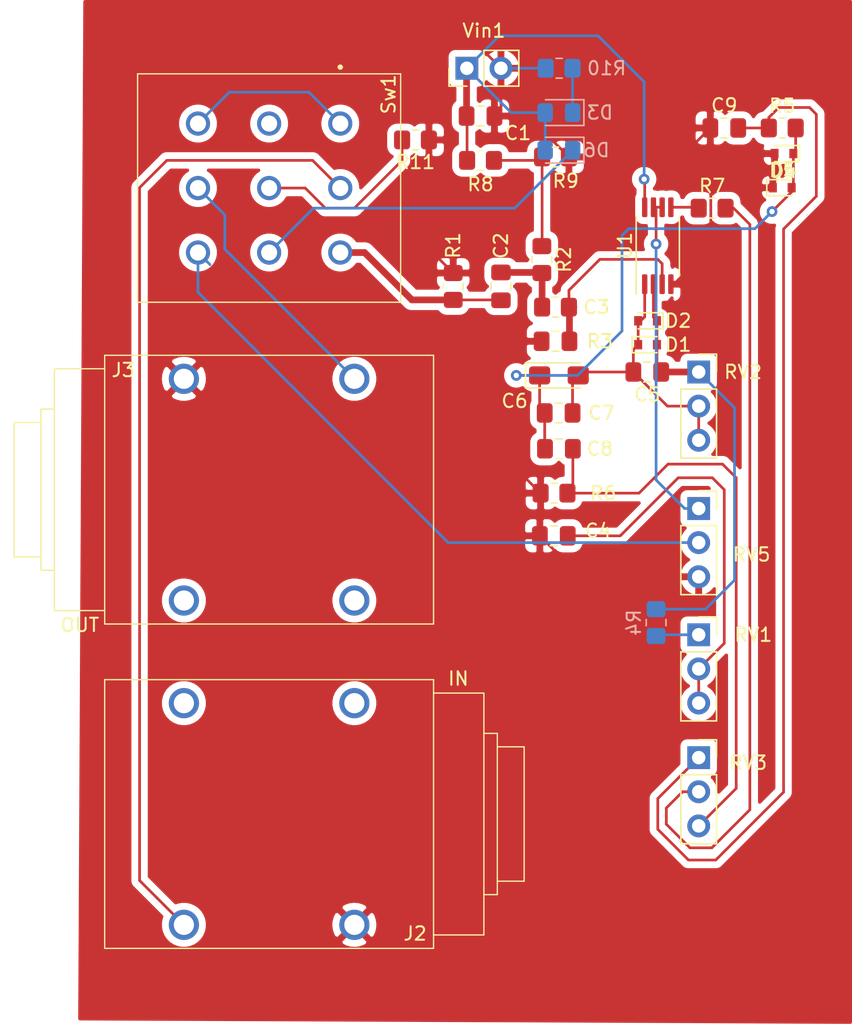
<source format=kicad_pcb>
(kicad_pcb (version 20171130) (host pcbnew "(5.1.9)-1")

  (general
    (thickness 1.6)
    (drawings 0)
    (tracks 227)
    (zones 0)
    (modules 35)
    (nets 25)
  )

  (page A4)
  (title_block
    (title DistortionOne)
    (date 2020-06-03)
    (rev v1.0)
    (comment 1 "Eduardo Contreras")
  )

  (layers
    (0 F.Cu signal)
    (31 B.Cu signal)
    (32 B.Adhes user)
    (33 F.Adhes user)
    (34 B.Paste user)
    (35 F.Paste user)
    (36 B.SilkS user)
    (37 F.SilkS user)
    (38 B.Mask user)
    (39 F.Mask user)
    (40 Dwgs.User user)
    (41 Cmts.User user)
    (42 Eco1.User user)
    (43 Eco2.User user)
    (44 Edge.Cuts user)
    (45 Margin user)
    (46 B.CrtYd user)
    (47 F.CrtYd user)
    (48 B.Fab user hide)
    (49 F.Fab user hide)
  )

  (setup
    (last_trace_width 0.2)
    (user_trace_width 0.25)
    (user_trace_width 0.3)
    (user_trace_width 0.5)
    (trace_clearance 0.2)
    (zone_clearance 0.508)
    (zone_45_only no)
    (trace_min 0.2)
    (via_size 0.8)
    (via_drill 0.4)
    (via_min_size 0.4)
    (via_min_drill 0.3)
    (uvia_size 0.3)
    (uvia_drill 0.1)
    (uvias_allowed no)
    (uvia_min_size 0.2)
    (uvia_min_drill 0.1)
    (edge_width 0.05)
    (segment_width 0.2)
    (pcb_text_width 0.3)
    (pcb_text_size 1.5 1.5)
    (mod_edge_width 0.12)
    (mod_text_size 1 1)
    (mod_text_width 0.15)
    (pad_size 1.524 1.524)
    (pad_drill 0.762)
    (pad_to_mask_clearance 0.051)
    (solder_mask_min_width 0.25)
    (aux_axis_origin 0 0)
    (grid_origin 193.326 39.12)
    (visible_elements 7FFFFFFF)
    (pcbplotparams
      (layerselection 0x010fc_ffffffff)
      (usegerberextensions false)
      (usegerberattributes false)
      (usegerberadvancedattributes false)
      (creategerberjobfile false)
      (excludeedgelayer true)
      (linewidth 0.100000)
      (plotframeref false)
      (viasonmask false)
      (mode 1)
      (useauxorigin false)
      (hpglpennumber 1)
      (hpglpenspeed 20)
      (hpglpendiameter 15.000000)
      (psnegative false)
      (psa4output false)
      (plotreference true)
      (plotvalue true)
      (plotinvisibletext false)
      (padsonsilk false)
      (subtractmaskfromsilk false)
      (outputformat 1)
      (mirror false)
      (drillshape 0)
      (scaleselection 1)
      (outputdirectory "gerberDistortionOneV1/"))
  )

  (net 0 "")
  (net 1 GND)
  (net 2 +12V)
  (net 3 "Net-(C2-Pad1)")
  (net 4 "Net-(C3-Pad2)")
  (net 5 "Net-(J2-Pad1)")
  (net 6 "Net-(J3-Pad1)")
  (net 7 +6V)
  (net 8 "Net-(C5-Pad1)")
  (net 9 "Net-(D3-Pad1)")
  (net 10 "Net-(D6-Pad1)")
  (net 11 "Net-(R11-Pad2)")
  (net 12 /bypass)
  (net 13 "Net-(C2-Pad2)")
  (net 14 "Net-(C4-Pad2)")
  (net 15 "Net-(C5-Pad2)")
  (net 16 "Net-(C6-Pad1)")
  (net 17 "Net-(C8-Pad2)")
  (net 18 "Net-(C9-Pad2)")
  (net 19 "Net-(R4-Pad2)")
  (net 20 "Net-(R7-Pad1)")
  (net 21 "Net-(R7-Pad2)")
  (net 22 "Net-(RV5-Pad2)")
  (net 23 "Net-(RV5-Pad1)")
  (net 24 "Net-(Sw1-Pad4)")

  (net_class Default "Esta es la clase de red por defecto."
    (clearance 0.2)
    (trace_width 0.2)
    (via_dia 0.8)
    (via_drill 0.4)
    (uvia_dia 0.3)
    (uvia_drill 0.1)
    (add_net +12V)
    (add_net +6V)
    (add_net /bypass)
    (add_net GND)
    (add_net "Net-(C2-Pad1)")
    (add_net "Net-(C2-Pad2)")
    (add_net "Net-(C3-Pad2)")
    (add_net "Net-(C4-Pad2)")
    (add_net "Net-(C5-Pad1)")
    (add_net "Net-(C5-Pad2)")
    (add_net "Net-(C6-Pad1)")
    (add_net "Net-(C8-Pad2)")
    (add_net "Net-(C9-Pad2)")
    (add_net "Net-(D3-Pad1)")
    (add_net "Net-(D6-Pad1)")
    (add_net "Net-(J2-Pad1)")
    (add_net "Net-(J3-Pad1)")
    (add_net "Net-(R11-Pad2)")
    (add_net "Net-(R4-Pad2)")
    (add_net "Net-(R7-Pad1)")
    (add_net "Net-(R7-Pad2)")
    (add_net "Net-(RV5-Pad1)")
    (add_net "Net-(RV5-Pad2)")
    (add_net "Net-(Sw1-Pad4)")
  )

  (net_class vcc ""
    (clearance 0.2)
    (trace_width 0.5)
    (via_dia 0.8)
    (via_drill 0.4)
    (uvia_dia 0.3)
    (uvia_drill 0.1)
  )

  (module Distorsion1:FS57003PLT2B2M2QE (layer F.Cu) (tedit 0) (tstamp 60055E8F)
    (at 159.29 37.322 180)
    (descr FS57003PLT2B2M2QE)
    (tags Switch)
    (path /5EE26CFA)
    (fp_text reference Sw1 (at -8.9 6.675 90) (layer F.SilkS)
      (effects (font (size 1 1) (thickness 0.15)))
    )
    (fp_text value Footswitch (at 0 0) (layer F.SilkS) hide
      (effects (font (size 1.27 1.27) (thickness 0.254)))
    )
    (fp_line (start -5.2 8.7) (end -5.2 8.7) (layer F.SilkS) (width 0.2))
    (fp_line (start -5.4 8.7) (end -5.4 8.7) (layer F.SilkS) (width 0.2))
    (fp_line (start -10.8 9.8) (end -10.8 -9.8) (layer F.CrtYd) (width 0.1))
    (fp_line (start 10.8 9.8) (end -10.8 9.8) (layer F.CrtYd) (width 0.1))
    (fp_line (start 10.8 -9.8) (end 10.8 9.8) (layer F.CrtYd) (width 0.1))
    (fp_line (start -10.8 -9.8) (end 10.8 -9.8) (layer F.CrtYd) (width 0.1))
    (fp_line (start -9.8 8.2) (end -9.8 -8.8) (layer F.SilkS) (width 0.1))
    (fp_line (start 9.8 8.2) (end -9.8 8.2) (layer F.SilkS) (width 0.1))
    (fp_line (start 9.8 -8.8) (end 9.8 8.2) (layer F.SilkS) (width 0.1))
    (fp_line (start -9.8 -8.8) (end 9.8 -8.8) (layer F.SilkS) (width 0.1))
    (fp_line (start -9.8 8.2) (end -9.8 -8.8) (layer F.Fab) (width 0.2))
    (fp_line (start 9.8 8.2) (end -9.8 8.2) (layer F.Fab) (width 0.2))
    (fp_line (start 9.8 -8.8) (end 9.8 8.2) (layer F.Fab) (width 0.2))
    (fp_line (start -9.8 -8.8) (end 9.8 -8.8) (layer F.Fab) (width 0.2))
    (fp_text user %R (at 0 0) (layer F.Fab)
      (effects (font (size 1.27 1.27) (thickness 0.254)))
    )
    (fp_arc (start -5.3 8.7) (end -5.4 8.7) (angle 180) (layer F.SilkS) (width 0.2))
    (fp_arc (start -5.3 8.7) (end -5.2 8.7) (angle 180) (layer F.SilkS) (width 0.2))
    (pad 1 thru_hole circle (at -5.3 4.5 180) (size 1.8 1.8) (drill 1.2) (layers *.Cu *.Mask)
      (net 12 /bypass))
    (pad 2 thru_hole circle (at -5.3 -0.3 180) (size 1.8 1.8) (drill 1.2) (layers *.Cu *.Mask)
      (net 5 "Net-(J2-Pad1)"))
    (pad 3 thru_hole circle (at -5.3 -5.1 180) (size 1.8 1.8) (drill 1.2) (layers *.Cu *.Mask)
      (net 13 "Net-(C2-Pad2)"))
    (pad 4 thru_hole circle (at 0 4.5 180) (size 1.8 1.8) (drill 1.2) (layers *.Cu *.Mask)
      (net 24 "Net-(Sw1-Pad4)"))
    (pad 5 thru_hole circle (at 0 -0.3 180) (size 1.8 1.8) (drill 1.2) (layers *.Cu *.Mask)
      (net 11 "Net-(R11-Pad2)"))
    (pad 6 thru_hole circle (at 0 -5.1 180) (size 1.8 1.8) (drill 1.2) (layers *.Cu *.Mask)
      (net 10 "Net-(D6-Pad1)"))
    (pad 7 thru_hole circle (at 5.3 4.5 180) (size 1.8 1.8) (drill 1.2) (layers *.Cu *.Mask)
      (net 12 /bypass))
    (pad 8 thru_hole circle (at 5.3 -0.3 180) (size 1.8 1.8) (drill 1.2) (layers *.Cu *.Mask)
      (net 6 "Net-(J3-Pad1)"))
    (pad 9 thru_hole circle (at 5.3 -5.1 180) (size 1.8 1.8) (drill 1.2) (layers *.Cu *.Mask)
      (net 22 "Net-(RV5-Pad2)"))
    (model "C:\\Users\\Eduardo Contreras\\Documents\\ElectronicCats\\Hw\\ElectronicCats-KiCad-Libraries\\mouser\\SamacSys_Parts.3dshapes\\FS57003PLT2B2M2QE.stp"
      (at (xyz 0 0 0))
      (scale (xyz 1 1 1))
      (rotate (xyz 0 0 0))
    )
  )

  (module Distorsion1:NYS2162U (layer F.Cu) (tedit 0) (tstamp 60053D7E)
    (at 152.94 92.46)
    (descr NYS2162-U-4)
    (tags Connector)
    (path /5ED87E3F)
    (fp_text reference J2 (at 17.225 0.65) (layer F.SilkS)
      (effects (font (size 1 1) (thickness 0.15)))
    )
    (fp_text value IN (at 20.45 -18.325) (layer F.SilkS)
      (effects (font (size 1 1) (thickness 0.15)))
    )
    (fp_line (start -5.9 -18.25) (end 18.6 -18.25) (layer F.Fab) (width 0.2))
    (fp_line (start 18.6 -18.25) (end 18.6 1.75) (layer F.Fab) (width 0.2))
    (fp_line (start 18.6 1.75) (end -5.9 1.75) (layer F.Fab) (width 0.2))
    (fp_line (start -5.9 1.75) (end -5.9 -18.25) (layer F.Fab) (width 0.2))
    (fp_line (start -5.9 -18.25) (end 18.6 -18.25) (layer F.SilkS) (width 0.1))
    (fp_line (start 18.6 -18.25) (end 18.6 1.75) (layer F.SilkS) (width 0.1))
    (fp_line (start 18.6 1.75) (end -5.9 1.75) (layer F.SilkS) (width 0.1))
    (fp_line (start -5.9 1.75) (end -5.9 -18.25) (layer F.SilkS) (width 0.1))
    (fp_line (start -6.9 -19.25) (end 26.35 -19.25) (layer F.CrtYd) (width 0.1))
    (fp_line (start 26.35 -19.25) (end 26.35 2.75) (layer F.CrtYd) (width 0.1))
    (fp_line (start 26.35 2.75) (end -6.9 2.75) (layer F.CrtYd) (width 0.1))
    (fp_line (start -6.9 2.75) (end -6.9 -19.25) (layer F.CrtYd) (width 0.1))
    (fp_line (start 18.6 -17.25) (end 22.35 -17.25) (layer F.Fab) (width 0.2))
    (fp_line (start 22.35 -17.25) (end 22.35 0.75) (layer F.Fab) (width 0.2))
    (fp_line (start 22.35 0.75) (end 18.6 0.75) (layer F.Fab) (width 0.2))
    (fp_line (start 22.35 -14.25) (end 23.35 -14.25) (layer F.Fab) (width 0.2))
    (fp_line (start 23.35 -14.25) (end 23.35 -2.25) (layer F.Fab) (width 0.2))
    (fp_line (start 23.35 -2.25) (end 22.35 -2.25) (layer F.Fab) (width 0.2))
    (fp_line (start 23.35 -13.25) (end 25.35 -13.25) (layer F.Fab) (width 0.2))
    (fp_line (start 25.35 -13.25) (end 25.35 -3.25) (layer F.Fab) (width 0.2))
    (fp_line (start 25.35 -3.25) (end 23.35 -3.25) (layer F.Fab) (width 0.2))
    (fp_line (start 18.6 -17.25) (end 22.35 -17.25) (layer F.SilkS) (width 0.1))
    (fp_line (start 22.35 -17.25) (end 22.35 0.75) (layer F.SilkS) (width 0.1))
    (fp_line (start 22.35 0.75) (end 18.6 0.75) (layer F.SilkS) (width 0.1))
    (fp_line (start 22.35 -14.25) (end 23.35 -14.25) (layer F.SilkS) (width 0.1))
    (fp_line (start 23.35 -14.25) (end 23.35 -2.25) (layer F.SilkS) (width 0.1))
    (fp_line (start 23.35 -2.25) (end 22.35 -2.25) (layer F.SilkS) (width 0.1))
    (fp_line (start 23.35 -13.25) (end 25.35 -13.25) (layer F.SilkS) (width 0.1))
    (fp_line (start 25.35 -13.25) (end 25.35 -3.25) (layer F.SilkS) (width 0.1))
    (fp_line (start 25.35 -3.25) (end 23.35 -3.25) (layer F.SilkS) (width 0.1))
    (fp_text user %R (at 9.725 -8.25) (layer F.Fab)
      (effects (font (size 1.27 1.27) (thickness 0.254)))
    )
    (pad 4 thru_hole circle (at 0 -16.5) (size 2.25 2.25) (drill 1.5) (layers *.Cu *.Mask))
    (pad 3 thru_hole circle (at 12.7 -16.5) (size 2.25 2.25) (drill 1.5) (layers *.Cu *.Mask))
    (pad 2 thru_hole circle (at 12.7 0) (size 2.25 2.25) (drill 1.5) (layers *.Cu *.Mask)
      (net 1 GND))
    (pad 1 thru_hole circle (at 0 0) (size 2.25 2.25) (drill 1.5) (layers *.Cu *.Mask)
      (net 5 "Net-(J2-Pad1)"))
  )

  (module Capacitor_SMD:C_0805_2012Metric_Pad1.18x1.45mm_HandSolder (layer F.Cu) (tedit 5F68FEEF) (tstamp 60053C25)
    (at 175.038 32.262)
    (descr "Capacitor SMD 0805 (2012 Metric), square (rectangular) end terminal, IPC_7351 nominal with elongated pad for handsoldering. (Body size source: IPC-SM-782 page 76, https://www.pcb-3d.com/wordpress/wp-content/uploads/ipc-sm-782a_amendment_1_and_2.pdf, https://docs.google.com/spreadsheets/d/1BsfQQcO9C6DZCsRaXUlFlo91Tg2WpOkGARC1WS5S8t0/edit?usp=sharing), generated with kicad-footprint-generator")
    (tags "capacitor handsolder")
    (path /5EDCFD93)
    (attr smd)
    (fp_text reference C1 (at 2.794 1.27) (layer F.SilkS)
      (effects (font (size 1 1) (thickness 0.15)))
    )
    (fp_text value 47uF (at 0 1.68) (layer F.Fab)
      (effects (font (size 1 1) (thickness 0.15)))
    )
    (fp_text user %R (at 0 0) (layer F.Fab)
      (effects (font (size 0.5 0.5) (thickness 0.08)))
    )
    (fp_line (start 1.88 0.98) (end -1.88 0.98) (layer F.CrtYd) (width 0.05))
    (fp_line (start 1.88 -0.98) (end 1.88 0.98) (layer F.CrtYd) (width 0.05))
    (fp_line (start -1.88 -0.98) (end 1.88 -0.98) (layer F.CrtYd) (width 0.05))
    (fp_line (start -1.88 0.98) (end -1.88 -0.98) (layer F.CrtYd) (width 0.05))
    (fp_line (start -0.261252 0.735) (end 0.261252 0.735) (layer F.SilkS) (width 0.12))
    (fp_line (start -0.261252 -0.735) (end 0.261252 -0.735) (layer F.SilkS) (width 0.12))
    (fp_line (start 1 0.625) (end -1 0.625) (layer F.Fab) (width 0.1))
    (fp_line (start 1 -0.625) (end 1 0.625) (layer F.Fab) (width 0.1))
    (fp_line (start -1 -0.625) (end 1 -0.625) (layer F.Fab) (width 0.1))
    (fp_line (start -1 0.625) (end -1 -0.625) (layer F.Fab) (width 0.1))
    (pad 2 smd roundrect (at 1.0375 0) (size 1.175 1.45) (layers F.Cu F.Paste F.Mask) (roundrect_rratio 0.212766)
      (net 1 GND))
    (pad 1 smd roundrect (at -1.0375 0) (size 1.175 1.45) (layers F.Cu F.Paste F.Mask) (roundrect_rratio 0.212766)
      (net 2 +12V))
    (model ${KISYS3DMOD}/Capacitor_SMD.3dshapes/C_0805_2012Metric.wrl
      (at (xyz 0 0 0))
      (scale (xyz 1 1 1))
      (rotate (xyz 0 0 0))
    )
  )

  (module Capacitor_SMD:C_0805_2012Metric_Pad1.18x1.45mm_HandSolder (layer F.Cu) (tedit 5F68FEEF) (tstamp 60053C36)
    (at 176.562 44.9405 270)
    (descr "Capacitor SMD 0805 (2012 Metric), square (rectangular) end terminal, IPC_7351 nominal with elongated pad for handsoldering. (Body size source: IPC-SM-782 page 76, https://www.pcb-3d.com/wordpress/wp-content/uploads/ipc-sm-782a_amendment_1_and_2.pdf, https://docs.google.com/spreadsheets/d/1BsfQQcO9C6DZCsRaXUlFlo91Tg2WpOkGARC1WS5S8t0/edit?usp=sharing), generated with kicad-footprint-generator")
    (tags "capacitor handsolder")
    (path /5ED89C24)
    (attr smd)
    (fp_text reference C2 (at -3.0265 0 90) (layer F.SilkS)
      (effects (font (size 1 1) (thickness 0.15)))
    )
    (fp_text value 22nF (at 0 1.68 90) (layer F.Fab)
      (effects (font (size 1 1) (thickness 0.15)))
    )
    (fp_line (start -1 0.625) (end -1 -0.625) (layer F.Fab) (width 0.1))
    (fp_line (start -1 -0.625) (end 1 -0.625) (layer F.Fab) (width 0.1))
    (fp_line (start 1 -0.625) (end 1 0.625) (layer F.Fab) (width 0.1))
    (fp_line (start 1 0.625) (end -1 0.625) (layer F.Fab) (width 0.1))
    (fp_line (start -0.261252 -0.735) (end 0.261252 -0.735) (layer F.SilkS) (width 0.12))
    (fp_line (start -0.261252 0.735) (end 0.261252 0.735) (layer F.SilkS) (width 0.12))
    (fp_line (start -1.88 0.98) (end -1.88 -0.98) (layer F.CrtYd) (width 0.05))
    (fp_line (start -1.88 -0.98) (end 1.88 -0.98) (layer F.CrtYd) (width 0.05))
    (fp_line (start 1.88 -0.98) (end 1.88 0.98) (layer F.CrtYd) (width 0.05))
    (fp_line (start 1.88 0.98) (end -1.88 0.98) (layer F.CrtYd) (width 0.05))
    (fp_text user %R (at 0 0 90) (layer F.Fab)
      (effects (font (size 0.5 0.5) (thickness 0.08)))
    )
    (pad 1 smd roundrect (at -1.0375 0 270) (size 1.175 1.45) (layers F.Cu F.Paste F.Mask) (roundrect_rratio 0.212766)
      (net 3 "Net-(C2-Pad1)"))
    (pad 2 smd roundrect (at 1.0375 0 270) (size 1.175 1.45) (layers F.Cu F.Paste F.Mask) (roundrect_rratio 0.212766)
      (net 13 "Net-(C2-Pad2)"))
    (model ${KISYS3DMOD}/Capacitor_SMD.3dshapes/C_0805_2012Metric.wrl
      (at (xyz 0 0 0))
      (scale (xyz 1 1 1))
      (rotate (xyz 0 0 0))
    )
  )

  (module Capacitor_SMD:C_0805_2012Metric_Pad1.18x1.45mm_HandSolder (layer F.Cu) (tedit 5F68FEEF) (tstamp 60053C47)
    (at 180.626 49.026)
    (descr "Capacitor SMD 0805 (2012 Metric), square (rectangular) end terminal, IPC_7351 nominal with elongated pad for handsoldering. (Body size source: IPC-SM-782 page 76, https://www.pcb-3d.com/wordpress/wp-content/uploads/ipc-sm-782a_amendment_1_and_2.pdf, https://docs.google.com/spreadsheets/d/1BsfQQcO9C6DZCsRaXUlFlo91Tg2WpOkGARC1WS5S8t0/edit?usp=sharing), generated with kicad-footprint-generator")
    (tags "capacitor handsolder")
    (path /5EDDBD2F)
    (attr smd)
    (fp_text reference C3 (at 3.048 -2.54) (layer F.SilkS)
      (effects (font (size 1 1) (thickness 0.15)))
    )
    (fp_text value 1nF (at 0 1.68) (layer F.Fab)
      (effects (font (size 1 1) (thickness 0.15)))
    )
    (fp_line (start -1 0.625) (end -1 -0.625) (layer F.Fab) (width 0.1))
    (fp_line (start -1 -0.625) (end 1 -0.625) (layer F.Fab) (width 0.1))
    (fp_line (start 1 -0.625) (end 1 0.625) (layer F.Fab) (width 0.1))
    (fp_line (start 1 0.625) (end -1 0.625) (layer F.Fab) (width 0.1))
    (fp_line (start -0.261252 -0.735) (end 0.261252 -0.735) (layer F.SilkS) (width 0.12))
    (fp_line (start -0.261252 0.735) (end 0.261252 0.735) (layer F.SilkS) (width 0.12))
    (fp_line (start -1.88 0.98) (end -1.88 -0.98) (layer F.CrtYd) (width 0.05))
    (fp_line (start -1.88 -0.98) (end 1.88 -0.98) (layer F.CrtYd) (width 0.05))
    (fp_line (start 1.88 -0.98) (end 1.88 0.98) (layer F.CrtYd) (width 0.05))
    (fp_line (start 1.88 0.98) (end -1.88 0.98) (layer F.CrtYd) (width 0.05))
    (fp_text user %R (at 0 0) (layer F.Fab)
      (effects (font (size 0.5 0.5) (thickness 0.08)))
    )
    (pad 1 smd roundrect (at -1.0375 0) (size 1.175 1.45) (layers F.Cu F.Paste F.Mask) (roundrect_rratio 0.212766)
      (net 1 GND))
    (pad 2 smd roundrect (at 1.0375 0) (size 1.175 1.45) (layers F.Cu F.Paste F.Mask) (roundrect_rratio 0.212766)
      (net 4 "Net-(C3-Pad2)"))
    (model ${KISYS3DMOD}/Capacitor_SMD.3dshapes/C_0805_2012Metric.wrl
      (at (xyz 0 0 0))
      (scale (xyz 1 1 1))
      (rotate (xyz 0 0 0))
    )
  )

  (module Capacitor_SMD:C_0805_2012Metric_Pad1.18x1.45mm_HandSolder (layer F.Cu) (tedit 5F68FEEF) (tstamp 60053C58)
    (at 180.499 63.504)
    (descr "Capacitor SMD 0805 (2012 Metric), square (rectangular) end terminal, IPC_7351 nominal with elongated pad for handsoldering. (Body size source: IPC-SM-782 page 76, https://www.pcb-3d.com/wordpress/wp-content/uploads/ipc-sm-782a_amendment_1_and_2.pdf, https://docs.google.com/spreadsheets/d/1BsfQQcO9C6DZCsRaXUlFlo91Tg2WpOkGARC1WS5S8t0/edit?usp=sharing), generated with kicad-footprint-generator")
    (tags "capacitor handsolder")
    (path /5FC6C037)
    (attr smd)
    (fp_text reference C4 (at 3.302 -0.381) (layer F.SilkS)
      (effects (font (size 1 1) (thickness 0.15)))
    )
    (fp_text value 100nF (at 0 1.68) (layer F.Fab)
      (effects (font (size 1 1) (thickness 0.15)))
    )
    (fp_text user %R (at 0 0) (layer F.Fab)
      (effects (font (size 0.5 0.5) (thickness 0.08)))
    )
    (fp_line (start 1.88 0.98) (end -1.88 0.98) (layer F.CrtYd) (width 0.05))
    (fp_line (start 1.88 -0.98) (end 1.88 0.98) (layer F.CrtYd) (width 0.05))
    (fp_line (start -1.88 -0.98) (end 1.88 -0.98) (layer F.CrtYd) (width 0.05))
    (fp_line (start -1.88 0.98) (end -1.88 -0.98) (layer F.CrtYd) (width 0.05))
    (fp_line (start -0.261252 0.735) (end 0.261252 0.735) (layer F.SilkS) (width 0.12))
    (fp_line (start -0.261252 -0.735) (end 0.261252 -0.735) (layer F.SilkS) (width 0.12))
    (fp_line (start 1 0.625) (end -1 0.625) (layer F.Fab) (width 0.1))
    (fp_line (start 1 -0.625) (end 1 0.625) (layer F.Fab) (width 0.1))
    (fp_line (start -1 -0.625) (end 1 -0.625) (layer F.Fab) (width 0.1))
    (fp_line (start -1 0.625) (end -1 -0.625) (layer F.Fab) (width 0.1))
    (pad 2 smd roundrect (at 1.0375 0) (size 1.175 1.45) (layers F.Cu F.Paste F.Mask) (roundrect_rratio 0.212766)
      (net 14 "Net-(C4-Pad2)"))
    (pad 1 smd roundrect (at -1.0375 0) (size 1.175 1.45) (layers F.Cu F.Paste F.Mask) (roundrect_rratio 0.212766)
      (net 1 GND))
    (model ${KISYS3DMOD}/Capacitor_SMD.3dshapes/C_0805_2012Metric.wrl
      (at (xyz 0 0 0))
      (scale (xyz 1 1 1))
      (rotate (xyz 0 0 0))
    )
  )

  (module Capacitor_SMD:C_0805_2012Metric_Pad1.18x1.45mm_HandSolder (layer F.Cu) (tedit 5F68FEEF) (tstamp 60053C69)
    (at 187.4625 51.312 180)
    (descr "Capacitor SMD 0805 (2012 Metric), square (rectangular) end terminal, IPC_7351 nominal with elongated pad for handsoldering. (Body size source: IPC-SM-782 page 76, https://www.pcb-3d.com/wordpress/wp-content/uploads/ipc-sm-782a_amendment_1_and_2.pdf, https://docs.google.com/spreadsheets/d/1BsfQQcO9C6DZCsRaXUlFlo91Tg2WpOkGARC1WS5S8t0/edit?usp=sharing), generated with kicad-footprint-generator")
    (tags "capacitor handsolder")
    (path /5EE4162A)
    (attr smd)
    (fp_text reference C5 (at 0 -1.68) (layer F.SilkS)
      (effects (font (size 1 1) (thickness 0.15)))
    )
    (fp_text value 100pF (at 0 1.68) (layer F.Fab)
      (effects (font (size 1 1) (thickness 0.15)))
    )
    (fp_line (start 1.88 0.98) (end -1.88 0.98) (layer F.CrtYd) (width 0.05))
    (fp_line (start 1.88 -0.98) (end 1.88 0.98) (layer F.CrtYd) (width 0.05))
    (fp_line (start -1.88 -0.98) (end 1.88 -0.98) (layer F.CrtYd) (width 0.05))
    (fp_line (start -1.88 0.98) (end -1.88 -0.98) (layer F.CrtYd) (width 0.05))
    (fp_line (start -0.261252 0.735) (end 0.261252 0.735) (layer F.SilkS) (width 0.12))
    (fp_line (start -0.261252 -0.735) (end 0.261252 -0.735) (layer F.SilkS) (width 0.12))
    (fp_line (start 1 0.625) (end -1 0.625) (layer F.Fab) (width 0.1))
    (fp_line (start 1 -0.625) (end 1 0.625) (layer F.Fab) (width 0.1))
    (fp_line (start -1 -0.625) (end 1 -0.625) (layer F.Fab) (width 0.1))
    (fp_line (start -1 0.625) (end -1 -0.625) (layer F.Fab) (width 0.1))
    (fp_text user %R (at 0 0) (layer F.Fab)
      (effects (font (size 0.5 0.5) (thickness 0.08)))
    )
    (pad 2 smd roundrect (at 1.0375 0 180) (size 1.175 1.45) (layers F.Cu F.Paste F.Mask) (roundrect_rratio 0.212766)
      (net 15 "Net-(C5-Pad2)"))
    (pad 1 smd roundrect (at -1.0375 0 180) (size 1.175 1.45) (layers F.Cu F.Paste F.Mask) (roundrect_rratio 0.212766)
      (net 8 "Net-(C5-Pad1)"))
    (model ${KISYS3DMOD}/Capacitor_SMD.3dshapes/C_0805_2012Metric.wrl
      (at (xyz 0 0 0))
      (scale (xyz 1 1 1))
      (rotate (xyz 0 0 0))
    )
  )

  (module Capacitor_Tantalum_SMD:CP_EIA-3216-18_Kemet-A_Pad1.58x1.35mm_HandSolder (layer F.Cu) (tedit 5EBA9318) (tstamp 60053C7C)
    (at 180.88 51.566)
    (descr "Tantalum Capacitor SMD Kemet-A (3216-18 Metric), IPC_7351 nominal, (Body size from: http://www.kemet.com/Lists/ProductCatalog/Attachments/253/KEM_TC101_STD.pdf), generated with kicad-footprint-generator")
    (tags "capacitor tantalum")
    (path /5ED8BDA6)
    (attr smd)
    (fp_text reference C6 (at -3.302 1.905) (layer F.SilkS)
      (effects (font (size 1 1) (thickness 0.15)))
    )
    (fp_text value 1uF (at 0 1.75) (layer F.Fab)
      (effects (font (size 1 1) (thickness 0.15)))
    )
    (fp_text user %R (at 0 0) (layer F.Fab)
      (effects (font (size 0.8 0.8) (thickness 0.12)))
    )
    (fp_line (start 2.48 1.05) (end -2.48 1.05) (layer F.CrtYd) (width 0.05))
    (fp_line (start 2.48 -1.05) (end 2.48 1.05) (layer F.CrtYd) (width 0.05))
    (fp_line (start -2.48 -1.05) (end 2.48 -1.05) (layer F.CrtYd) (width 0.05))
    (fp_line (start -2.48 1.05) (end -2.48 -1.05) (layer F.CrtYd) (width 0.05))
    (fp_line (start -2.485 0.935) (end 1.6 0.935) (layer F.SilkS) (width 0.12))
    (fp_line (start -2.485 -0.935) (end -2.485 0.935) (layer F.SilkS) (width 0.12))
    (fp_line (start 1.6 -0.935) (end -2.485 -0.935) (layer F.SilkS) (width 0.12))
    (fp_line (start 1.6 0.8) (end 1.6 -0.8) (layer F.Fab) (width 0.1))
    (fp_line (start -1.6 0.8) (end 1.6 0.8) (layer F.Fab) (width 0.1))
    (fp_line (start -1.6 -0.4) (end -1.6 0.8) (layer F.Fab) (width 0.1))
    (fp_line (start -1.2 -0.8) (end -1.6 -0.4) (layer F.Fab) (width 0.1))
    (fp_line (start 1.6 -0.8) (end -1.2 -0.8) (layer F.Fab) (width 0.1))
    (pad 2 smd roundrect (at 1.4375 0) (size 1.575 1.35) (layers F.Cu F.Paste F.Mask) (roundrect_rratio 0.185185)
      (net 15 "Net-(C5-Pad2)"))
    (pad 1 smd roundrect (at -1.4375 0) (size 1.575 1.35) (layers F.Cu F.Paste F.Mask) (roundrect_rratio 0.185185)
      (net 16 "Net-(C6-Pad1)"))
    (model ${KISYS3DMOD}/Capacitor_Tantalum_SMD.3dshapes/CP_EIA-3216-18_Kemet-A.wrl
      (at (xyz 0 0 0))
      (scale (xyz 1 1 1))
      (rotate (xyz 0 0 0))
    )
  )

  (module Capacitor_SMD:C_0805_2012Metric_Pad1.18x1.45mm_HandSolder (layer F.Cu) (tedit 5F68FEEF) (tstamp 60053C8D)
    (at 180.8585 54.36)
    (descr "Capacitor SMD 0805 (2012 Metric), square (rectangular) end terminal, IPC_7351 nominal with elongated pad for handsoldering. (Body size source: IPC-SM-782 page 76, https://www.pcb-3d.com/wordpress/wp-content/uploads/ipc-sm-782a_amendment_1_and_2.pdf, https://docs.google.com/spreadsheets/d/1BsfQQcO9C6DZCsRaXUlFlo91Tg2WpOkGARC1WS5S8t0/edit?usp=sharing), generated with kicad-footprint-generator")
    (tags "capacitor handsolder")
    (path /5EEA0806)
    (attr smd)
    (fp_text reference C7 (at 3.1965 0) (layer F.SilkS)
      (effects (font (size 1 1) (thickness 0.15)))
    )
    (fp_text value 1uF (at 0 1.68) (layer F.Fab)
      (effects (font (size 1 1) (thickness 0.15)))
    )
    (fp_line (start 1.88 0.98) (end -1.88 0.98) (layer F.CrtYd) (width 0.05))
    (fp_line (start 1.88 -0.98) (end 1.88 0.98) (layer F.CrtYd) (width 0.05))
    (fp_line (start -1.88 -0.98) (end 1.88 -0.98) (layer F.CrtYd) (width 0.05))
    (fp_line (start -1.88 0.98) (end -1.88 -0.98) (layer F.CrtYd) (width 0.05))
    (fp_line (start -0.261252 0.735) (end 0.261252 0.735) (layer F.SilkS) (width 0.12))
    (fp_line (start -0.261252 -0.735) (end 0.261252 -0.735) (layer F.SilkS) (width 0.12))
    (fp_line (start 1 0.625) (end -1 0.625) (layer F.Fab) (width 0.1))
    (fp_line (start 1 -0.625) (end 1 0.625) (layer F.Fab) (width 0.1))
    (fp_line (start -1 -0.625) (end 1 -0.625) (layer F.Fab) (width 0.1))
    (fp_line (start -1 0.625) (end -1 -0.625) (layer F.Fab) (width 0.1))
    (fp_text user %R (at 0 0) (layer F.Fab)
      (effects (font (size 0.5 0.5) (thickness 0.08)))
    )
    (pad 2 smd roundrect (at 1.0375 0) (size 1.175 1.45) (layers F.Cu F.Paste F.Mask) (roundrect_rratio 0.212766)
      (net 15 "Net-(C5-Pad2)"))
    (pad 1 smd roundrect (at -1.0375 0) (size 1.175 1.45) (layers F.Cu F.Paste F.Mask) (roundrect_rratio 0.212766)
      (net 16 "Net-(C6-Pad1)"))
    (model ${KISYS3DMOD}/Capacitor_SMD.3dshapes/C_0805_2012Metric.wrl
      (at (xyz 0 0 0))
      (scale (xyz 1 1 1))
      (rotate (xyz 0 0 0))
    )
  )

  (module Capacitor_SMD:C_0805_2012Metric_Pad1.18x1.45mm_HandSolder (layer F.Cu) (tedit 5F68FEEF) (tstamp 60053C9E)
    (at 180.88 57.027)
    (descr "Capacitor SMD 0805 (2012 Metric), square (rectangular) end terminal, IPC_7351 nominal with elongated pad for handsoldering. (Body size source: IPC-SM-782 page 76, https://www.pcb-3d.com/wordpress/wp-content/uploads/ipc-sm-782a_amendment_1_and_2.pdf, https://docs.google.com/spreadsheets/d/1BsfQQcO9C6DZCsRaXUlFlo91Tg2WpOkGARC1WS5S8t0/edit?usp=sharing), generated with kicad-footprint-generator")
    (tags "capacitor handsolder")
    (path /5EE1A1D6)
    (attr smd)
    (fp_text reference C8 (at 3.048 0) (layer F.SilkS)
      (effects (font (size 1 1) (thickness 0.15)))
    )
    (fp_text value 4.7nF (at 0 1.68) (layer F.Fab)
      (effects (font (size 1 1) (thickness 0.15)))
    )
    (fp_line (start -1 0.625) (end -1 -0.625) (layer F.Fab) (width 0.1))
    (fp_line (start -1 -0.625) (end 1 -0.625) (layer F.Fab) (width 0.1))
    (fp_line (start 1 -0.625) (end 1 0.625) (layer F.Fab) (width 0.1))
    (fp_line (start 1 0.625) (end -1 0.625) (layer F.Fab) (width 0.1))
    (fp_line (start -0.261252 -0.735) (end 0.261252 -0.735) (layer F.SilkS) (width 0.12))
    (fp_line (start -0.261252 0.735) (end 0.261252 0.735) (layer F.SilkS) (width 0.12))
    (fp_line (start -1.88 0.98) (end -1.88 -0.98) (layer F.CrtYd) (width 0.05))
    (fp_line (start -1.88 -0.98) (end 1.88 -0.98) (layer F.CrtYd) (width 0.05))
    (fp_line (start 1.88 -0.98) (end 1.88 0.98) (layer F.CrtYd) (width 0.05))
    (fp_line (start 1.88 0.98) (end -1.88 0.98) (layer F.CrtYd) (width 0.05))
    (fp_text user %R (at 0 0) (layer F.Fab)
      (effects (font (size 0.5 0.5) (thickness 0.08)))
    )
    (pad 1 smd roundrect (at -1.0375 0) (size 1.175 1.45) (layers F.Cu F.Paste F.Mask) (roundrect_rratio 0.212766)
      (net 16 "Net-(C6-Pad1)"))
    (pad 2 smd roundrect (at 1.0375 0) (size 1.175 1.45) (layers F.Cu F.Paste F.Mask) (roundrect_rratio 0.212766)
      (net 17 "Net-(C8-Pad2)"))
    (model ${KISYS3DMOD}/Capacitor_SMD.3dshapes/C_0805_2012Metric.wrl
      (at (xyz 0 0 0))
      (scale (xyz 1 1 1))
      (rotate (xyz 0 0 0))
    )
  )

  (module Capacitor_SMD:C_0805_2012Metric_Pad1.18x1.45mm_HandSolder (layer F.Cu) (tedit 5F68FEEF) (tstamp 60053CAF)
    (at 193.199 33.151)
    (descr "Capacitor SMD 0805 (2012 Metric), square (rectangular) end terminal, IPC_7351 nominal with elongated pad for handsoldering. (Body size source: IPC-SM-782 page 76, https://www.pcb-3d.com/wordpress/wp-content/uploads/ipc-sm-782a_amendment_1_and_2.pdf, https://docs.google.com/spreadsheets/d/1BsfQQcO9C6DZCsRaXUlFlo91Tg2WpOkGARC1WS5S8t0/edit?usp=sharing), generated with kicad-footprint-generator")
    (tags "capacitor handsolder")
    (path /5EE26A33)
    (attr smd)
    (fp_text reference C9 (at 0 -1.68) (layer F.SilkS)
      (effects (font (size 1 1) (thickness 0.15)))
    )
    (fp_text value 10nF (at 0 1.68) (layer F.Fab)
      (effects (font (size 1 1) (thickness 0.15)))
    )
    (fp_line (start 1.88 0.98) (end -1.88 0.98) (layer F.CrtYd) (width 0.05))
    (fp_line (start 1.88 -0.98) (end 1.88 0.98) (layer F.CrtYd) (width 0.05))
    (fp_line (start -1.88 -0.98) (end 1.88 -0.98) (layer F.CrtYd) (width 0.05))
    (fp_line (start -1.88 0.98) (end -1.88 -0.98) (layer F.CrtYd) (width 0.05))
    (fp_line (start -0.261252 0.735) (end 0.261252 0.735) (layer F.SilkS) (width 0.12))
    (fp_line (start -0.261252 -0.735) (end 0.261252 -0.735) (layer F.SilkS) (width 0.12))
    (fp_line (start 1 0.625) (end -1 0.625) (layer F.Fab) (width 0.1))
    (fp_line (start 1 -0.625) (end 1 0.625) (layer F.Fab) (width 0.1))
    (fp_line (start -1 -0.625) (end 1 -0.625) (layer F.Fab) (width 0.1))
    (fp_line (start -1 0.625) (end -1 -0.625) (layer F.Fab) (width 0.1))
    (fp_text user %R (at 0 0) (layer F.Fab)
      (effects (font (size 0.5 0.5) (thickness 0.08)))
    )
    (pad 2 smd roundrect (at 1.0375 0) (size 1.175 1.45) (layers F.Cu F.Paste F.Mask) (roundrect_rratio 0.212766)
      (net 18 "Net-(C9-Pad2)"))
    (pad 1 smd roundrect (at -1.0375 0) (size 1.175 1.45) (layers F.Cu F.Paste F.Mask) (roundrect_rratio 0.212766)
      (net 1 GND))
    (model ${KISYS3DMOD}/Capacitor_SMD.3dshapes/C_0805_2012Metric.wrl
      (at (xyz 0 0 0))
      (scale (xyz 1 1 1))
      (rotate (xyz 0 0 0))
    )
  )

  (module Diode_SMD:D_SOD-523 (layer F.Cu) (tedit 586419F0) (tstamp 60053CC7)
    (at 187.484 49.28)
    (descr "http://www.diodes.com/datasheets/ap02001.pdf p.144")
    (tags "Diode SOD523")
    (path /5EDB2C53)
    (attr smd)
    (fp_text reference D1 (at 2.286 0) (layer F.SilkS)
      (effects (font (size 1 1) (thickness 0.15)))
    )
    (fp_text value 1n4148 (at 0 1.4) (layer F.Fab)
      (effects (font (size 1 1) (thickness 0.15)))
    )
    (fp_line (start -1.15 -0.6) (end -1.15 0.6) (layer F.SilkS) (width 0.12))
    (fp_line (start 1.25 -0.7) (end 1.25 0.7) (layer F.CrtYd) (width 0.05))
    (fp_line (start -1.25 -0.7) (end 1.25 -0.7) (layer F.CrtYd) (width 0.05))
    (fp_line (start -1.25 0.7) (end -1.25 -0.7) (layer F.CrtYd) (width 0.05))
    (fp_line (start 1.25 0.7) (end -1.25 0.7) (layer F.CrtYd) (width 0.05))
    (fp_line (start 0.1 0) (end 0.25 0) (layer F.Fab) (width 0.1))
    (fp_line (start 0.1 -0.2) (end -0.2 0) (layer F.Fab) (width 0.1))
    (fp_line (start 0.1 0.2) (end 0.1 -0.2) (layer F.Fab) (width 0.1))
    (fp_line (start -0.2 0) (end 0.1 0.2) (layer F.Fab) (width 0.1))
    (fp_line (start -0.2 0) (end -0.35 0) (layer F.Fab) (width 0.1))
    (fp_line (start -0.2 0.2) (end -0.2 -0.2) (layer F.Fab) (width 0.1))
    (fp_line (start 0.65 -0.45) (end 0.65 0.45) (layer F.Fab) (width 0.1))
    (fp_line (start -0.65 -0.45) (end 0.65 -0.45) (layer F.Fab) (width 0.1))
    (fp_line (start -0.65 0.45) (end -0.65 -0.45) (layer F.Fab) (width 0.1))
    (fp_line (start 0.65 0.45) (end -0.65 0.45) (layer F.Fab) (width 0.1))
    (fp_line (start 0.7 -0.6) (end -1.15 -0.6) (layer F.SilkS) (width 0.12))
    (fp_line (start 0.7 0.6) (end -1.15 0.6) (layer F.SilkS) (width 0.12))
    (fp_text user %R (at 0 -1.3) (layer F.Fab)
      (effects (font (size 1 1) (thickness 0.15)))
    )
    (pad 2 smd rect (at 0.7 0 180) (size 0.6 0.7) (layers F.Cu F.Paste F.Mask)
      (net 8 "Net-(C5-Pad1)"))
    (pad 1 smd rect (at -0.7 0 180) (size 0.6 0.7) (layers F.Cu F.Paste F.Mask)
      (net 15 "Net-(C5-Pad2)"))
    (model ${KISYS3DMOD}/Diode_SMD.3dshapes/D_SOD-523.wrl
      (at (xyz 0 0 0))
      (scale (xyz 1 1 1))
      (rotate (xyz 0 0 0))
    )
  )

  (module Diode_SMD:D_SOD-523 (layer F.Cu) (tedit 586419F0) (tstamp 60053CDF)
    (at 187.484 47.502 180)
    (descr "http://www.diodes.com/datasheets/ap02001.pdf p.144")
    (tags "Diode SOD523")
    (path /5EDC43EE)
    (attr smd)
    (fp_text reference D2 (at -2.286 0) (layer F.SilkS)
      (effects (font (size 1 1) (thickness 0.15)))
    )
    (fp_text value 1n4148 (at 0 1.4) (layer F.Fab)
      (effects (font (size 1 1) (thickness 0.15)))
    )
    (fp_line (start 0.7 0.6) (end -1.15 0.6) (layer F.SilkS) (width 0.12))
    (fp_line (start 0.7 -0.6) (end -1.15 -0.6) (layer F.SilkS) (width 0.12))
    (fp_line (start 0.65 0.45) (end -0.65 0.45) (layer F.Fab) (width 0.1))
    (fp_line (start -0.65 0.45) (end -0.65 -0.45) (layer F.Fab) (width 0.1))
    (fp_line (start -0.65 -0.45) (end 0.65 -0.45) (layer F.Fab) (width 0.1))
    (fp_line (start 0.65 -0.45) (end 0.65 0.45) (layer F.Fab) (width 0.1))
    (fp_line (start -0.2 0.2) (end -0.2 -0.2) (layer F.Fab) (width 0.1))
    (fp_line (start -0.2 0) (end -0.35 0) (layer F.Fab) (width 0.1))
    (fp_line (start -0.2 0) (end 0.1 0.2) (layer F.Fab) (width 0.1))
    (fp_line (start 0.1 0.2) (end 0.1 -0.2) (layer F.Fab) (width 0.1))
    (fp_line (start 0.1 -0.2) (end -0.2 0) (layer F.Fab) (width 0.1))
    (fp_line (start 0.1 0) (end 0.25 0) (layer F.Fab) (width 0.1))
    (fp_line (start 1.25 0.7) (end -1.25 0.7) (layer F.CrtYd) (width 0.05))
    (fp_line (start -1.25 0.7) (end -1.25 -0.7) (layer F.CrtYd) (width 0.05))
    (fp_line (start -1.25 -0.7) (end 1.25 -0.7) (layer F.CrtYd) (width 0.05))
    (fp_line (start 1.25 -0.7) (end 1.25 0.7) (layer F.CrtYd) (width 0.05))
    (fp_line (start -1.15 -0.6) (end -1.15 0.6) (layer F.SilkS) (width 0.12))
    (fp_text user %R (at 0 -1.3) (layer F.Fab)
      (effects (font (size 1 1) (thickness 0.15)))
    )
    (pad 1 smd rect (at -0.7 0) (size 0.6 0.7) (layers F.Cu F.Paste F.Mask)
      (net 8 "Net-(C5-Pad1)"))
    (pad 2 smd rect (at 0.7 0) (size 0.6 0.7) (layers F.Cu F.Paste F.Mask)
      (net 15 "Net-(C5-Pad2)"))
    (model ${KISYS3DMOD}/Diode_SMD.3dshapes/D_SOD-523.wrl
      (at (xyz 0 0 0))
      (scale (xyz 1 1 1))
      (rotate (xyz 0 0 0))
    )
  )

  (module LED_SMD:LED_0805_2012Metric_Pad1.15x1.40mm_HandSolder (layer B.Cu) (tedit 5F68FEF1) (tstamp 60053CF2)
    (at 180.88 32.008 180)
    (descr "LED SMD 0805 (2012 Metric), square (rectangular) end terminal, IPC_7351 nominal, (Body size source: https://docs.google.com/spreadsheets/d/1BsfQQcO9C6DZCsRaXUlFlo91Tg2WpOkGARC1WS5S8t0/edit?usp=sharing), generated with kicad-footprint-generator")
    (tags "LED handsolder")
    (path /5EEDE03A)
    (attr smd)
    (fp_text reference D3 (at -3.048 0) (layer B.SilkS)
      (effects (font (size 1 1) (thickness 0.15)) (justify mirror))
    )
    (fp_text value ON (at 0 -1.65) (layer B.Fab)
      (effects (font (size 1 1) (thickness 0.15)) (justify mirror))
    )
    (fp_line (start 1 0.6) (end -0.7 0.6) (layer B.Fab) (width 0.1))
    (fp_line (start -0.7 0.6) (end -1 0.3) (layer B.Fab) (width 0.1))
    (fp_line (start -1 0.3) (end -1 -0.6) (layer B.Fab) (width 0.1))
    (fp_line (start -1 -0.6) (end 1 -0.6) (layer B.Fab) (width 0.1))
    (fp_line (start 1 -0.6) (end 1 0.6) (layer B.Fab) (width 0.1))
    (fp_line (start 1 0.96) (end -1.86 0.96) (layer B.SilkS) (width 0.12))
    (fp_line (start -1.86 0.96) (end -1.86 -0.96) (layer B.SilkS) (width 0.12))
    (fp_line (start -1.86 -0.96) (end 1 -0.96) (layer B.SilkS) (width 0.12))
    (fp_line (start -1.85 -0.95) (end -1.85 0.95) (layer B.CrtYd) (width 0.05))
    (fp_line (start -1.85 0.95) (end 1.85 0.95) (layer B.CrtYd) (width 0.05))
    (fp_line (start 1.85 0.95) (end 1.85 -0.95) (layer B.CrtYd) (width 0.05))
    (fp_line (start 1.85 -0.95) (end -1.85 -0.95) (layer B.CrtYd) (width 0.05))
    (fp_text user %R (at 0 0) (layer B.Fab)
      (effects (font (size 0.5 0.5) (thickness 0.08)) (justify mirror))
    )
    (pad 1 smd roundrect (at -1.025 0 180) (size 1.15 1.4) (layers B.Cu B.Paste B.Mask) (roundrect_rratio 0.217391)
      (net 9 "Net-(D3-Pad1)"))
    (pad 2 smd roundrect (at 1.025 0 180) (size 1.15 1.4) (layers B.Cu B.Paste B.Mask) (roundrect_rratio 0.217391)
      (net 2 +12V))
    (model ${KISYS3DMOD}/LED_SMD.3dshapes/LED_0805_2012Metric.wrl
      (at (xyz 0 0 0))
      (scale (xyz 1 1 1))
      (rotate (xyz 0 0 0))
    )
  )

  (module Diode_SMD:D_SOD-523 (layer F.Cu) (tedit 586419F0) (tstamp 60053D0A)
    (at 197.644 35.056 180)
    (descr "http://www.diodes.com/datasheets/ap02001.pdf p.144")
    (tags "Diode SOD523")
    (path /5EDD701F)
    (attr smd)
    (fp_text reference D4 (at 0 -1.3) (layer F.SilkS)
      (effects (font (size 1 1) (thickness 0.15)))
    )
    (fp_text value 1n4148 (at 0 1.4) (layer F.Fab)
      (effects (font (size 1 1) (thickness 0.15)))
    )
    (fp_line (start -1.15 -0.6) (end -1.15 0.6) (layer F.SilkS) (width 0.12))
    (fp_line (start 1.25 -0.7) (end 1.25 0.7) (layer F.CrtYd) (width 0.05))
    (fp_line (start -1.25 -0.7) (end 1.25 -0.7) (layer F.CrtYd) (width 0.05))
    (fp_line (start -1.25 0.7) (end -1.25 -0.7) (layer F.CrtYd) (width 0.05))
    (fp_line (start 1.25 0.7) (end -1.25 0.7) (layer F.CrtYd) (width 0.05))
    (fp_line (start 0.1 0) (end 0.25 0) (layer F.Fab) (width 0.1))
    (fp_line (start 0.1 -0.2) (end -0.2 0) (layer F.Fab) (width 0.1))
    (fp_line (start 0.1 0.2) (end 0.1 -0.2) (layer F.Fab) (width 0.1))
    (fp_line (start -0.2 0) (end 0.1 0.2) (layer F.Fab) (width 0.1))
    (fp_line (start -0.2 0) (end -0.35 0) (layer F.Fab) (width 0.1))
    (fp_line (start -0.2 0.2) (end -0.2 -0.2) (layer F.Fab) (width 0.1))
    (fp_line (start 0.65 -0.45) (end 0.65 0.45) (layer F.Fab) (width 0.1))
    (fp_line (start -0.65 -0.45) (end 0.65 -0.45) (layer F.Fab) (width 0.1))
    (fp_line (start -0.65 0.45) (end -0.65 -0.45) (layer F.Fab) (width 0.1))
    (fp_line (start 0.65 0.45) (end -0.65 0.45) (layer F.Fab) (width 0.1))
    (fp_line (start 0.7 -0.6) (end -1.15 -0.6) (layer F.SilkS) (width 0.12))
    (fp_line (start 0.7 0.6) (end -1.15 0.6) (layer F.SilkS) (width 0.12))
    (fp_text user %R (at 0 -1.3) (layer F.Fab)
      (effects (font (size 1 1) (thickness 0.15)))
    )
    (pad 2 smd rect (at 0.7 0) (size 0.6 0.7) (layers F.Cu F.Paste F.Mask)
      (net 1 GND))
    (pad 1 smd rect (at -0.7 0) (size 0.6 0.7) (layers F.Cu F.Paste F.Mask)
      (net 16 "Net-(C6-Pad1)"))
    (model ${KISYS3DMOD}/Diode_SMD.3dshapes/D_SOD-523.wrl
      (at (xyz 0 0 0))
      (scale (xyz 1 1 1))
      (rotate (xyz 0 0 0))
    )
  )

  (module Diode_SMD:D_SOD-523 (layer F.Cu) (tedit 586419F0) (tstamp 60053D22)
    (at 197.517 37.596)
    (descr "http://www.diodes.com/datasheets/ap02001.pdf p.144")
    (tags "Diode SOD523")
    (path /5EDD7029)
    (attr smd)
    (fp_text reference D5 (at 0 -1.3) (layer F.SilkS)
      (effects (font (size 1 1) (thickness 0.15)))
    )
    (fp_text value 1n4148 (at 0 1.4) (layer F.Fab)
      (effects (font (size 1 1) (thickness 0.15)))
    )
    (fp_line (start 0.7 0.6) (end -1.15 0.6) (layer F.SilkS) (width 0.12))
    (fp_line (start 0.7 -0.6) (end -1.15 -0.6) (layer F.SilkS) (width 0.12))
    (fp_line (start 0.65 0.45) (end -0.65 0.45) (layer F.Fab) (width 0.1))
    (fp_line (start -0.65 0.45) (end -0.65 -0.45) (layer F.Fab) (width 0.1))
    (fp_line (start -0.65 -0.45) (end 0.65 -0.45) (layer F.Fab) (width 0.1))
    (fp_line (start 0.65 -0.45) (end 0.65 0.45) (layer F.Fab) (width 0.1))
    (fp_line (start -0.2 0.2) (end -0.2 -0.2) (layer F.Fab) (width 0.1))
    (fp_line (start -0.2 0) (end -0.35 0) (layer F.Fab) (width 0.1))
    (fp_line (start -0.2 0) (end 0.1 0.2) (layer F.Fab) (width 0.1))
    (fp_line (start 0.1 0.2) (end 0.1 -0.2) (layer F.Fab) (width 0.1))
    (fp_line (start 0.1 -0.2) (end -0.2 0) (layer F.Fab) (width 0.1))
    (fp_line (start 0.1 0) (end 0.25 0) (layer F.Fab) (width 0.1))
    (fp_line (start 1.25 0.7) (end -1.25 0.7) (layer F.CrtYd) (width 0.05))
    (fp_line (start -1.25 0.7) (end -1.25 -0.7) (layer F.CrtYd) (width 0.05))
    (fp_line (start -1.25 -0.7) (end 1.25 -0.7) (layer F.CrtYd) (width 0.05))
    (fp_line (start 1.25 -0.7) (end 1.25 0.7) (layer F.CrtYd) (width 0.05))
    (fp_line (start -1.15 -0.6) (end -1.15 0.6) (layer F.SilkS) (width 0.12))
    (fp_text user %R (at 0 -1.3) (layer F.Fab)
      (effects (font (size 1 1) (thickness 0.15)))
    )
    (pad 1 smd rect (at -0.7 0 180) (size 0.6 0.7) (layers F.Cu F.Paste F.Mask)
      (net 1 GND))
    (pad 2 smd rect (at 0.7 0 180) (size 0.6 0.7) (layers F.Cu F.Paste F.Mask)
      (net 16 "Net-(C6-Pad1)"))
    (model ${KISYS3DMOD}/Diode_SMD.3dshapes/D_SOD-523.wrl
      (at (xyz 0 0 0))
      (scale (xyz 1 1 1))
      (rotate (xyz 0 0 0))
    )
  )

  (module LED_SMD:LED_0805_2012Metric_Pad1.15x1.40mm_HandSolder (layer B.Cu) (tedit 5F68FEF1) (tstamp 60053D35)
    (at 180.88 34.802 180)
    (descr "LED SMD 0805 (2012 Metric), square (rectangular) end terminal, IPC_7351 nominal, (Body size source: https://docs.google.com/spreadsheets/d/1BsfQQcO9C6DZCsRaXUlFlo91Tg2WpOkGARC1WS5S8t0/edit?usp=sharing), generated with kicad-footprint-generator")
    (tags "LED handsolder")
    (path /5EDE8659)
    (attr smd)
    (fp_text reference D6 (at -2.794 0) (layer B.SilkS)
      (effects (font (size 1 1) (thickness 0.15)) (justify mirror))
    )
    (fp_text value Active (at 0 -1.65) (layer B.Fab)
      (effects (font (size 1 1) (thickness 0.15)) (justify mirror))
    )
    (fp_line (start 1.85 -0.95) (end -1.85 -0.95) (layer B.CrtYd) (width 0.05))
    (fp_line (start 1.85 0.95) (end 1.85 -0.95) (layer B.CrtYd) (width 0.05))
    (fp_line (start -1.85 0.95) (end 1.85 0.95) (layer B.CrtYd) (width 0.05))
    (fp_line (start -1.85 -0.95) (end -1.85 0.95) (layer B.CrtYd) (width 0.05))
    (fp_line (start -1.86 -0.96) (end 1 -0.96) (layer B.SilkS) (width 0.12))
    (fp_line (start -1.86 0.96) (end -1.86 -0.96) (layer B.SilkS) (width 0.12))
    (fp_line (start 1 0.96) (end -1.86 0.96) (layer B.SilkS) (width 0.12))
    (fp_line (start 1 -0.6) (end 1 0.6) (layer B.Fab) (width 0.1))
    (fp_line (start -1 -0.6) (end 1 -0.6) (layer B.Fab) (width 0.1))
    (fp_line (start -1 0.3) (end -1 -0.6) (layer B.Fab) (width 0.1))
    (fp_line (start -0.7 0.6) (end -1 0.3) (layer B.Fab) (width 0.1))
    (fp_line (start 1 0.6) (end -0.7 0.6) (layer B.Fab) (width 0.1))
    (fp_text user %R (at 0 0) (layer B.Fab)
      (effects (font (size 0.5 0.5) (thickness 0.08)) (justify mirror))
    )
    (pad 2 smd roundrect (at 1.025 0 180) (size 1.15 1.4) (layers B.Cu B.Paste B.Mask) (roundrect_rratio 0.217391)
      (net 2 +12V))
    (pad 1 smd roundrect (at -1.025 0 180) (size 1.15 1.4) (layers B.Cu B.Paste B.Mask) (roundrect_rratio 0.217391)
      (net 10 "Net-(D6-Pad1)"))
    (model ${KISYS3DMOD}/LED_SMD.3dshapes/LED_0805_2012Metric.wrl
      (at (xyz 0 0 0))
      (scale (xyz 1 1 1))
      (rotate (xyz 0 0 0))
    )
  )

  (module Distorsion1:NYS2162U (layer F.Cu) (tedit 0) (tstamp 60055F2B)
    (at 165.64 51.82 180)
    (descr NYS2162-U-4)
    (tags Connector)
    (path /5EE03F35)
    (fp_text reference J3 (at 17.225 0.65) (layer F.SilkS)
      (effects (font (size 1 1) (thickness 0.15)))
    )
    (fp_text value OUT (at 20.45 -18.325) (layer F.SilkS)
      (effects (font (size 1 1) (thickness 0.15)))
    )
    (fp_line (start 25.35 -3.25) (end 23.35 -3.25) (layer F.SilkS) (width 0.1))
    (fp_line (start 25.35 -13.25) (end 25.35 -3.25) (layer F.SilkS) (width 0.1))
    (fp_line (start 23.35 -13.25) (end 25.35 -13.25) (layer F.SilkS) (width 0.1))
    (fp_line (start 23.35 -2.25) (end 22.35 -2.25) (layer F.SilkS) (width 0.1))
    (fp_line (start 23.35 -14.25) (end 23.35 -2.25) (layer F.SilkS) (width 0.1))
    (fp_line (start 22.35 -14.25) (end 23.35 -14.25) (layer F.SilkS) (width 0.1))
    (fp_line (start 22.35 0.75) (end 18.6 0.75) (layer F.SilkS) (width 0.1))
    (fp_line (start 22.35 -17.25) (end 22.35 0.75) (layer F.SilkS) (width 0.1))
    (fp_line (start 18.6 -17.25) (end 22.35 -17.25) (layer F.SilkS) (width 0.1))
    (fp_line (start 25.35 -3.25) (end 23.35 -3.25) (layer F.Fab) (width 0.2))
    (fp_line (start 25.35 -13.25) (end 25.35 -3.25) (layer F.Fab) (width 0.2))
    (fp_line (start 23.35 -13.25) (end 25.35 -13.25) (layer F.Fab) (width 0.2))
    (fp_line (start 23.35 -2.25) (end 22.35 -2.25) (layer F.Fab) (width 0.2))
    (fp_line (start 23.35 -14.25) (end 23.35 -2.25) (layer F.Fab) (width 0.2))
    (fp_line (start 22.35 -14.25) (end 23.35 -14.25) (layer F.Fab) (width 0.2))
    (fp_line (start 22.35 0.75) (end 18.6 0.75) (layer F.Fab) (width 0.2))
    (fp_line (start 22.35 -17.25) (end 22.35 0.75) (layer F.Fab) (width 0.2))
    (fp_line (start 18.6 -17.25) (end 22.35 -17.25) (layer F.Fab) (width 0.2))
    (fp_line (start -6.9 2.75) (end -6.9 -19.25) (layer F.CrtYd) (width 0.1))
    (fp_line (start 26.35 2.75) (end -6.9 2.75) (layer F.CrtYd) (width 0.1))
    (fp_line (start 26.35 -19.25) (end 26.35 2.75) (layer F.CrtYd) (width 0.1))
    (fp_line (start -6.9 -19.25) (end 26.35 -19.25) (layer F.CrtYd) (width 0.1))
    (fp_line (start -5.9 1.75) (end -5.9 -18.25) (layer F.SilkS) (width 0.1))
    (fp_line (start 18.6 1.75) (end -5.9 1.75) (layer F.SilkS) (width 0.1))
    (fp_line (start 18.6 -18.25) (end 18.6 1.75) (layer F.SilkS) (width 0.1))
    (fp_line (start -5.9 -18.25) (end 18.6 -18.25) (layer F.SilkS) (width 0.1))
    (fp_line (start -5.9 1.75) (end -5.9 -18.25) (layer F.Fab) (width 0.2))
    (fp_line (start 18.6 1.75) (end -5.9 1.75) (layer F.Fab) (width 0.2))
    (fp_line (start 18.6 -18.25) (end 18.6 1.75) (layer F.Fab) (width 0.2))
    (fp_line (start -5.9 -18.25) (end 18.6 -18.25) (layer F.Fab) (width 0.2))
    (fp_text user %R (at 9.725 -8.25) (layer F.Fab)
      (effects (font (size 1.27 1.27) (thickness 0.254)))
    )
    (pad 1 thru_hole circle (at 0 0 180) (size 2.25 2.25) (drill 1.5) (layers *.Cu *.Mask)
      (net 6 "Net-(J3-Pad1)"))
    (pad 2 thru_hole circle (at 12.7 0 180) (size 2.25 2.25) (drill 1.5) (layers *.Cu *.Mask)
      (net 1 GND))
    (pad 3 thru_hole circle (at 12.7 -16.5 180) (size 2.25 2.25) (drill 1.5) (layers *.Cu *.Mask))
    (pad 4 thru_hole circle (at 0 -16.5 180) (size 2.25 2.25) (drill 1.5) (layers *.Cu *.Mask))
  )

  (module Resistor_SMD:R_0805_2012Metric_Pad1.20x1.40mm_HandSolder (layer F.Cu) (tedit 5F68FEEE) (tstamp 60053DB6)
    (at 173.006 44.946 90)
    (descr "Resistor SMD 0805 (2012 Metric), square (rectangular) end terminal, IPC_7351 nominal with elongated pad for handsoldering. (Body size source: IPC-SM-782 page 72, https://www.pcb-3d.com/wordpress/wp-content/uploads/ipc-sm-782a_amendment_1_and_2.pdf), generated with kicad-footprint-generator")
    (tags "resistor handsolder")
    (path /5EDB0F98)
    (attr smd)
    (fp_text reference R1 (at 3.048 0 90) (layer F.SilkS)
      (effects (font (size 1 1) (thickness 0.15)))
    )
    (fp_text value 1M (at 0 1.65 90) (layer F.Fab)
      (effects (font (size 1 1) (thickness 0.15)))
    )
    (fp_line (start -1 0.625) (end -1 -0.625) (layer F.Fab) (width 0.1))
    (fp_line (start -1 -0.625) (end 1 -0.625) (layer F.Fab) (width 0.1))
    (fp_line (start 1 -0.625) (end 1 0.625) (layer F.Fab) (width 0.1))
    (fp_line (start 1 0.625) (end -1 0.625) (layer F.Fab) (width 0.1))
    (fp_line (start -0.227064 -0.735) (end 0.227064 -0.735) (layer F.SilkS) (width 0.12))
    (fp_line (start -0.227064 0.735) (end 0.227064 0.735) (layer F.SilkS) (width 0.12))
    (fp_line (start -1.85 0.95) (end -1.85 -0.95) (layer F.CrtYd) (width 0.05))
    (fp_line (start -1.85 -0.95) (end 1.85 -0.95) (layer F.CrtYd) (width 0.05))
    (fp_line (start 1.85 -0.95) (end 1.85 0.95) (layer F.CrtYd) (width 0.05))
    (fp_line (start 1.85 0.95) (end -1.85 0.95) (layer F.CrtYd) (width 0.05))
    (fp_text user %R (at 0 0 90) (layer F.Fab)
      (effects (font (size 0.5 0.5) (thickness 0.08)))
    )
    (pad 1 smd roundrect (at -1 0 90) (size 1.2 1.4) (layers F.Cu F.Paste F.Mask) (roundrect_rratio 0.208333)
      (net 13 "Net-(C2-Pad2)"))
    (pad 2 smd roundrect (at 1 0 90) (size 1.2 1.4) (layers F.Cu F.Paste F.Mask) (roundrect_rratio 0.208333)
      (net 1 GND))
    (model ${KISYS3DMOD}/Resistor_SMD.3dshapes/R_0805_2012Metric.wrl
      (at (xyz 0 0 0))
      (scale (xyz 1 1 1))
      (rotate (xyz 0 0 0))
    )
  )

  (module Resistor_SMD:R_0805_2012Metric_Pad1.20x1.40mm_HandSolder (layer F.Cu) (tedit 5F68FEEE) (tstamp 60053DC7)
    (at 179.61 42.946 270)
    (descr "Resistor SMD 0805 (2012 Metric), square (rectangular) end terminal, IPC_7351 nominal with elongated pad for handsoldering. (Body size source: IPC-SM-782 page 72, https://www.pcb-3d.com/wordpress/wp-content/uploads/ipc-sm-782a_amendment_1_and_2.pdf), generated with kicad-footprint-generator")
    (tags "resistor handsolder")
    (path /5EDA2255)
    (attr smd)
    (fp_text reference R2 (at 0 -1.65 90) (layer F.SilkS)
      (effects (font (size 1 1) (thickness 0.15)))
    )
    (fp_text value 1M (at 0 1.65 90) (layer F.Fab)
      (effects (font (size 1 1) (thickness 0.15)))
    )
    (fp_line (start 1.85 0.95) (end -1.85 0.95) (layer F.CrtYd) (width 0.05))
    (fp_line (start 1.85 -0.95) (end 1.85 0.95) (layer F.CrtYd) (width 0.05))
    (fp_line (start -1.85 -0.95) (end 1.85 -0.95) (layer F.CrtYd) (width 0.05))
    (fp_line (start -1.85 0.95) (end -1.85 -0.95) (layer F.CrtYd) (width 0.05))
    (fp_line (start -0.227064 0.735) (end 0.227064 0.735) (layer F.SilkS) (width 0.12))
    (fp_line (start -0.227064 -0.735) (end 0.227064 -0.735) (layer F.SilkS) (width 0.12))
    (fp_line (start 1 0.625) (end -1 0.625) (layer F.Fab) (width 0.1))
    (fp_line (start 1 -0.625) (end 1 0.625) (layer F.Fab) (width 0.1))
    (fp_line (start -1 -0.625) (end 1 -0.625) (layer F.Fab) (width 0.1))
    (fp_line (start -1 0.625) (end -1 -0.625) (layer F.Fab) (width 0.1))
    (fp_text user %R (at 0 0 90) (layer F.Fab)
      (effects (font (size 0.5 0.5) (thickness 0.08)))
    )
    (pad 2 smd roundrect (at 1 0 270) (size 1.2 1.4) (layers F.Cu F.Paste F.Mask) (roundrect_rratio 0.208333)
      (net 3 "Net-(C2-Pad1)"))
    (pad 1 smd roundrect (at -1 0 270) (size 1.2 1.4) (layers F.Cu F.Paste F.Mask) (roundrect_rratio 0.208333)
      (net 7 +6V))
    (model ${KISYS3DMOD}/Resistor_SMD.3dshapes/R_0805_2012Metric.wrl
      (at (xyz 0 0 0))
      (scale (xyz 1 1 1))
      (rotate (xyz 0 0 0))
    )
  )

  (module Resistor_SMD:R_0805_2012Metric_Pad1.20x1.40mm_HandSolder (layer F.Cu) (tedit 5F68FEEE) (tstamp 60053DD8)
    (at 180.626 46.486 180)
    (descr "Resistor SMD 0805 (2012 Metric), square (rectangular) end terminal, IPC_7351 nominal with elongated pad for handsoldering. (Body size source: IPC-SM-782 page 72, https://www.pcb-3d.com/wordpress/wp-content/uploads/ipc-sm-782a_amendment_1_and_2.pdf), generated with kicad-footprint-generator")
    (tags "resistor handsolder")
    (path /5ED95416)
    (attr smd)
    (fp_text reference R3 (at -3.302 -2.54) (layer F.SilkS)
      (effects (font (size 1 1) (thickness 0.15)))
    )
    (fp_text value 1K (at 0 1.65) (layer F.Fab)
      (effects (font (size 1 1) (thickness 0.15)))
    )
    (fp_line (start 1.85 0.95) (end -1.85 0.95) (layer F.CrtYd) (width 0.05))
    (fp_line (start 1.85 -0.95) (end 1.85 0.95) (layer F.CrtYd) (width 0.05))
    (fp_line (start -1.85 -0.95) (end 1.85 -0.95) (layer F.CrtYd) (width 0.05))
    (fp_line (start -1.85 0.95) (end -1.85 -0.95) (layer F.CrtYd) (width 0.05))
    (fp_line (start -0.227064 0.735) (end 0.227064 0.735) (layer F.SilkS) (width 0.12))
    (fp_line (start -0.227064 -0.735) (end 0.227064 -0.735) (layer F.SilkS) (width 0.12))
    (fp_line (start 1 0.625) (end -1 0.625) (layer F.Fab) (width 0.1))
    (fp_line (start 1 -0.625) (end 1 0.625) (layer F.Fab) (width 0.1))
    (fp_line (start -1 -0.625) (end 1 -0.625) (layer F.Fab) (width 0.1))
    (fp_line (start -1 0.625) (end -1 -0.625) (layer F.Fab) (width 0.1))
    (fp_text user %R (at 0 0) (layer F.Fab)
      (effects (font (size 0.5 0.5) (thickness 0.08)))
    )
    (pad 2 smd roundrect (at 1 0 180) (size 1.2 1.4) (layers F.Cu F.Paste F.Mask) (roundrect_rratio 0.208333)
      (net 3 "Net-(C2-Pad1)"))
    (pad 1 smd roundrect (at -1 0 180) (size 1.2 1.4) (layers F.Cu F.Paste F.Mask) (roundrect_rratio 0.208333)
      (net 4 "Net-(C3-Pad2)"))
    (model ${KISYS3DMOD}/Resistor_SMD.3dshapes/R_0805_2012Metric.wrl
      (at (xyz 0 0 0))
      (scale (xyz 1 1 1))
      (rotate (xyz 0 0 0))
    )
  )

  (module Resistor_SMD:R_0805_2012Metric_Pad1.20x1.40mm_HandSolder (layer B.Cu) (tedit 5F68FEEE) (tstamp 60053DE9)
    (at 188.119 69.965 270)
    (descr "Resistor SMD 0805 (2012 Metric), square (rectangular) end terminal, IPC_7351 nominal with elongated pad for handsoldering. (Body size source: IPC-SM-782 page 72, https://www.pcb-3d.com/wordpress/wp-content/uploads/ipc-sm-782a_amendment_1_and_2.pdf), generated with kicad-footprint-generator")
    (tags "resistor handsolder")
    (path /5FC32941)
    (attr smd)
    (fp_text reference R4 (at 0 1.65 270) (layer B.SilkS)
      (effects (font (size 1 1) (thickness 0.15)) (justify mirror))
    )
    (fp_text value 1K (at 0 -1.65 270) (layer B.Fab)
      (effects (font (size 1 1) (thickness 0.15)) (justify mirror))
    )
    (fp_line (start -1 -0.625) (end -1 0.625) (layer B.Fab) (width 0.1))
    (fp_line (start -1 0.625) (end 1 0.625) (layer B.Fab) (width 0.1))
    (fp_line (start 1 0.625) (end 1 -0.625) (layer B.Fab) (width 0.1))
    (fp_line (start 1 -0.625) (end -1 -0.625) (layer B.Fab) (width 0.1))
    (fp_line (start -0.227064 0.735) (end 0.227064 0.735) (layer B.SilkS) (width 0.12))
    (fp_line (start -0.227064 -0.735) (end 0.227064 -0.735) (layer B.SilkS) (width 0.12))
    (fp_line (start -1.85 -0.95) (end -1.85 0.95) (layer B.CrtYd) (width 0.05))
    (fp_line (start -1.85 0.95) (end 1.85 0.95) (layer B.CrtYd) (width 0.05))
    (fp_line (start 1.85 0.95) (end 1.85 -0.95) (layer B.CrtYd) (width 0.05))
    (fp_line (start 1.85 -0.95) (end -1.85 -0.95) (layer B.CrtYd) (width 0.05))
    (fp_text user %R (at 0 0 270) (layer B.Fab)
      (effects (font (size 0.5 0.5) (thickness 0.08)) (justify mirror))
    )
    (pad 1 smd roundrect (at -1 0 270) (size 1.2 1.4) (layers B.Cu B.Paste B.Mask) (roundrect_rratio 0.208333)
      (net 8 "Net-(C5-Pad1)"))
    (pad 2 smd roundrect (at 1 0 270) (size 1.2 1.4) (layers B.Cu B.Paste B.Mask) (roundrect_rratio 0.208333)
      (net 19 "Net-(R4-Pad2)"))
    (model ${KISYS3DMOD}/Resistor_SMD.3dshapes/R_0805_2012Metric.wrl
      (at (xyz 0 0 0))
      (scale (xyz 1 1 1))
      (rotate (xyz 0 0 0))
    )
  )

  (module Resistor_SMD:R_0805_2012Metric_Pad1.20x1.40mm_HandSolder (layer F.Cu) (tedit 5F68FEEE) (tstamp 60053DFA)
    (at 197.517 33.151)
    (descr "Resistor SMD 0805 (2012 Metric), square (rectangular) end terminal, IPC_7351 nominal with elongated pad for handsoldering. (Body size source: IPC-SM-782 page 72, https://www.pcb-3d.com/wordpress/wp-content/uploads/ipc-sm-782a_amendment_1_and_2.pdf), generated with kicad-footprint-generator")
    (tags "resistor handsolder")
    (path /5EE19AE5)
    (attr smd)
    (fp_text reference R5 (at 0 -1.65) (layer F.SilkS)
      (effects (font (size 1 1) (thickness 0.15)))
    )
    (fp_text value 39K (at 0 1.65) (layer F.Fab)
      (effects (font (size 1 1) (thickness 0.15)))
    )
    (fp_line (start 1.85 0.95) (end -1.85 0.95) (layer F.CrtYd) (width 0.05))
    (fp_line (start 1.85 -0.95) (end 1.85 0.95) (layer F.CrtYd) (width 0.05))
    (fp_line (start -1.85 -0.95) (end 1.85 -0.95) (layer F.CrtYd) (width 0.05))
    (fp_line (start -1.85 0.95) (end -1.85 -0.95) (layer F.CrtYd) (width 0.05))
    (fp_line (start -0.227064 0.735) (end 0.227064 0.735) (layer F.SilkS) (width 0.12))
    (fp_line (start -0.227064 -0.735) (end 0.227064 -0.735) (layer F.SilkS) (width 0.12))
    (fp_line (start 1 0.625) (end -1 0.625) (layer F.Fab) (width 0.1))
    (fp_line (start 1 -0.625) (end 1 0.625) (layer F.Fab) (width 0.1))
    (fp_line (start -1 -0.625) (end 1 -0.625) (layer F.Fab) (width 0.1))
    (fp_line (start -1 0.625) (end -1 -0.625) (layer F.Fab) (width 0.1))
    (fp_text user %R (at 0 0) (layer F.Fab)
      (effects (font (size 0.5 0.5) (thickness 0.08)))
    )
    (pad 2 smd roundrect (at 1 0) (size 1.2 1.4) (layers F.Cu F.Paste F.Mask) (roundrect_rratio 0.208333)
      (net 16 "Net-(C6-Pad1)"))
    (pad 1 smd roundrect (at -1 0) (size 1.2 1.4) (layers F.Cu F.Paste F.Mask) (roundrect_rratio 0.208333)
      (net 18 "Net-(C9-Pad2)"))
    (model ${KISYS3DMOD}/Resistor_SMD.3dshapes/R_0805_2012Metric.wrl
      (at (xyz 0 0 0))
      (scale (xyz 1 1 1))
      (rotate (xyz 0 0 0))
    )
  )

  (module Resistor_SMD:R_0805_2012Metric_Pad1.20x1.40mm_HandSolder (layer F.Cu) (tedit 5F68FEEE) (tstamp 60053E0B)
    (at 180.515 60.329)
    (descr "Resistor SMD 0805 (2012 Metric), square (rectangular) end terminal, IPC_7351 nominal with elongated pad for handsoldering. (Body size source: IPC-SM-782 page 72, https://www.pcb-3d.com/wordpress/wp-content/uploads/ipc-sm-782a_amendment_1_and_2.pdf), generated with kicad-footprint-generator")
    (tags "resistor handsolder")
    (path /5EE1A9C1)
    (attr smd)
    (fp_text reference R6 (at 3.667 0) (layer F.SilkS)
      (effects (font (size 1 1) (thickness 0.15)))
    )
    (fp_text value 22K (at 0 1.65) (layer F.Fab)
      (effects (font (size 1 1) (thickness 0.15)))
    )
    (fp_line (start -1 0.625) (end -1 -0.625) (layer F.Fab) (width 0.1))
    (fp_line (start -1 -0.625) (end 1 -0.625) (layer F.Fab) (width 0.1))
    (fp_line (start 1 -0.625) (end 1 0.625) (layer F.Fab) (width 0.1))
    (fp_line (start 1 0.625) (end -1 0.625) (layer F.Fab) (width 0.1))
    (fp_line (start -0.227064 -0.735) (end 0.227064 -0.735) (layer F.SilkS) (width 0.12))
    (fp_line (start -0.227064 0.735) (end 0.227064 0.735) (layer F.SilkS) (width 0.12))
    (fp_line (start -1.85 0.95) (end -1.85 -0.95) (layer F.CrtYd) (width 0.05))
    (fp_line (start -1.85 -0.95) (end 1.85 -0.95) (layer F.CrtYd) (width 0.05))
    (fp_line (start 1.85 -0.95) (end 1.85 0.95) (layer F.CrtYd) (width 0.05))
    (fp_line (start 1.85 0.95) (end -1.85 0.95) (layer F.CrtYd) (width 0.05))
    (fp_text user %R (at 0 0) (layer F.Fab)
      (effects (font (size 0.5 0.5) (thickness 0.08)))
    )
    (pad 1 smd roundrect (at -1 0) (size 1.2 1.4) (layers F.Cu F.Paste F.Mask) (roundrect_rratio 0.208333)
      (net 1 GND))
    (pad 2 smd roundrect (at 1 0) (size 1.2 1.4) (layers F.Cu F.Paste F.Mask) (roundrect_rratio 0.208333)
      (net 17 "Net-(C8-Pad2)"))
    (model ${KISYS3DMOD}/Resistor_SMD.3dshapes/R_0805_2012Metric.wrl
      (at (xyz 0 0 0))
      (scale (xyz 1 1 1))
      (rotate (xyz 0 0 0))
    )
  )

  (module Resistor_SMD:R_0805_2012Metric_Pad1.20x1.40mm_HandSolder (layer F.Cu) (tedit 5F68FEEE) (tstamp 60C3F2F8)
    (at 192.294 39.12)
    (descr "Resistor SMD 0805 (2012 Metric), square (rectangular) end terminal, IPC_7351 nominal with elongated pad for handsoldering. (Body size source: IPC-SM-782 page 72, https://www.pcb-3d.com/wordpress/wp-content/uploads/ipc-sm-782a_amendment_1_and_2.pdf), generated with kicad-footprint-generator")
    (tags "resistor handsolder")
    (path /5FB9D050)
    (attr smd)
    (fp_text reference R7 (at 0 -1.65) (layer F.SilkS)
      (effects (font (size 1 1) (thickness 0.15)))
    )
    (fp_text value 1K (at 0 1.65) (layer F.Fab)
      (effects (font (size 1 1) (thickness 0.15)))
    )
    (fp_line (start -1 0.625) (end -1 -0.625) (layer F.Fab) (width 0.1))
    (fp_line (start -1 -0.625) (end 1 -0.625) (layer F.Fab) (width 0.1))
    (fp_line (start 1 -0.625) (end 1 0.625) (layer F.Fab) (width 0.1))
    (fp_line (start 1 0.625) (end -1 0.625) (layer F.Fab) (width 0.1))
    (fp_line (start -0.227064 -0.735) (end 0.227064 -0.735) (layer F.SilkS) (width 0.12))
    (fp_line (start -0.227064 0.735) (end 0.227064 0.735) (layer F.SilkS) (width 0.12))
    (fp_line (start -1.85 0.95) (end -1.85 -0.95) (layer F.CrtYd) (width 0.05))
    (fp_line (start -1.85 -0.95) (end 1.85 -0.95) (layer F.CrtYd) (width 0.05))
    (fp_line (start 1.85 -0.95) (end 1.85 0.95) (layer F.CrtYd) (width 0.05))
    (fp_line (start 1.85 0.95) (end -1.85 0.95) (layer F.CrtYd) (width 0.05))
    (fp_text user %R (at 0 0) (layer F.Fab)
      (effects (font (size 0.5 0.5) (thickness 0.08)))
    )
    (pad 1 smd roundrect (at -1 0) (size 1.2 1.4) (layers F.Cu F.Paste F.Mask) (roundrect_rratio 0.208333)
      (net 20 "Net-(R7-Pad1)"))
    (pad 2 smd roundrect (at 1 0) (size 1.2 1.4) (layers F.Cu F.Paste F.Mask) (roundrect_rratio 0.208333)
      (net 21 "Net-(R7-Pad2)"))
    (model ${KISYS3DMOD}/Resistor_SMD.3dshapes/R_0805_2012Metric.wrl
      (at (xyz 0 0 0))
      (scale (xyz 1 1 1))
      (rotate (xyz 0 0 0))
    )
  )

  (module Resistor_SMD:R_0805_2012Metric_Pad1.20x1.40mm_HandSolder (layer F.Cu) (tedit 5F68FEEE) (tstamp 60053E2D)
    (at 175.038 35.564)
    (descr "Resistor SMD 0805 (2012 Metric), square (rectangular) end terminal, IPC_7351 nominal with elongated pad for handsoldering. (Body size source: IPC-SM-782 page 72, https://www.pcb-3d.com/wordpress/wp-content/uploads/ipc-sm-782a_amendment_1_and_2.pdf), generated with kicad-footprint-generator")
    (tags "resistor handsolder")
    (path /5ED98E74)
    (attr smd)
    (fp_text reference R8 (at 0 1.778) (layer F.SilkS)
      (effects (font (size 1 1) (thickness 0.15)))
    )
    (fp_text value 27K (at 0 1.65) (layer F.Fab)
      (effects (font (size 1 1) (thickness 0.15)))
    )
    (fp_line (start -1 0.625) (end -1 -0.625) (layer F.Fab) (width 0.1))
    (fp_line (start -1 -0.625) (end 1 -0.625) (layer F.Fab) (width 0.1))
    (fp_line (start 1 -0.625) (end 1 0.625) (layer F.Fab) (width 0.1))
    (fp_line (start 1 0.625) (end -1 0.625) (layer F.Fab) (width 0.1))
    (fp_line (start -0.227064 -0.735) (end 0.227064 -0.735) (layer F.SilkS) (width 0.12))
    (fp_line (start -0.227064 0.735) (end 0.227064 0.735) (layer F.SilkS) (width 0.12))
    (fp_line (start -1.85 0.95) (end -1.85 -0.95) (layer F.CrtYd) (width 0.05))
    (fp_line (start -1.85 -0.95) (end 1.85 -0.95) (layer F.CrtYd) (width 0.05))
    (fp_line (start 1.85 -0.95) (end 1.85 0.95) (layer F.CrtYd) (width 0.05))
    (fp_line (start 1.85 0.95) (end -1.85 0.95) (layer F.CrtYd) (width 0.05))
    (fp_text user %R (at 0 0) (layer F.Fab)
      (effects (font (size 0.5 0.5) (thickness 0.08)))
    )
    (pad 1 smd roundrect (at -1 0) (size 1.2 1.4) (layers F.Cu F.Paste F.Mask) (roundrect_rratio 0.208333)
      (net 2 +12V))
    (pad 2 smd roundrect (at 1 0) (size 1.2 1.4) (layers F.Cu F.Paste F.Mask) (roundrect_rratio 0.208333)
      (net 7 +6V))
    (model ${KISYS3DMOD}/Resistor_SMD.3dshapes/R_0805_2012Metric.wrl
      (at (xyz 0 0 0))
      (scale (xyz 1 1 1))
      (rotate (xyz 0 0 0))
    )
  )

  (module Resistor_SMD:R_0805_2012Metric_Pad1.20x1.40mm_HandSolder (layer F.Cu) (tedit 5F68FEEE) (tstamp 60053E3E)
    (at 180.626 35.31)
    (descr "Resistor SMD 0805 (2012 Metric), square (rectangular) end terminal, IPC_7351 nominal with elongated pad for handsoldering. (Body size source: IPC-SM-782 page 72, https://www.pcb-3d.com/wordpress/wp-content/uploads/ipc-sm-782a_amendment_1_and_2.pdf), generated with kicad-footprint-generator")
    (tags "resistor handsolder")
    (path /5ED994B2)
    (attr smd)
    (fp_text reference R9 (at 0.762 1.778) (layer F.SilkS)
      (effects (font (size 1 1) (thickness 0.15)))
    )
    (fp_text value 27K (at 0 1.65) (layer F.Fab)
      (effects (font (size 1 1) (thickness 0.15)))
    )
    (fp_line (start 1.85 0.95) (end -1.85 0.95) (layer F.CrtYd) (width 0.05))
    (fp_line (start 1.85 -0.95) (end 1.85 0.95) (layer F.CrtYd) (width 0.05))
    (fp_line (start -1.85 -0.95) (end 1.85 -0.95) (layer F.CrtYd) (width 0.05))
    (fp_line (start -1.85 0.95) (end -1.85 -0.95) (layer F.CrtYd) (width 0.05))
    (fp_line (start -0.227064 0.735) (end 0.227064 0.735) (layer F.SilkS) (width 0.12))
    (fp_line (start -0.227064 -0.735) (end 0.227064 -0.735) (layer F.SilkS) (width 0.12))
    (fp_line (start 1 0.625) (end -1 0.625) (layer F.Fab) (width 0.1))
    (fp_line (start 1 -0.625) (end 1 0.625) (layer F.Fab) (width 0.1))
    (fp_line (start -1 -0.625) (end 1 -0.625) (layer F.Fab) (width 0.1))
    (fp_line (start -1 0.625) (end -1 -0.625) (layer F.Fab) (width 0.1))
    (fp_text user %R (at 0 0) (layer F.Fab)
      (effects (font (size 0.5 0.5) (thickness 0.08)))
    )
    (pad 2 smd roundrect (at 1 0) (size 1.2 1.4) (layers F.Cu F.Paste F.Mask) (roundrect_rratio 0.208333)
      (net 1 GND))
    (pad 1 smd roundrect (at -1 0) (size 1.2 1.4) (layers F.Cu F.Paste F.Mask) (roundrect_rratio 0.208333)
      (net 7 +6V))
    (model ${KISYS3DMOD}/Resistor_SMD.3dshapes/R_0805_2012Metric.wrl
      (at (xyz 0 0 0))
      (scale (xyz 1 1 1))
      (rotate (xyz 0 0 0))
    )
  )

  (module Resistor_SMD:R_0805_2012Metric_Pad1.20x1.40mm_HandSolder (layer B.Cu) (tedit 5F68FEEE) (tstamp 60C3FF70)
    (at 180.896 28.706)
    (descr "Resistor SMD 0805 (2012 Metric), square (rectangular) end terminal, IPC_7351 nominal with elongated pad for handsoldering. (Body size source: IPC-SM-782 page 72, https://www.pcb-3d.com/wordpress/wp-content/uploads/ipc-sm-782a_amendment_1_and_2.pdf), generated with kicad-footprint-generator")
    (tags "resistor handsolder")
    (path /5EEE103C)
    (attr smd)
    (fp_text reference R10 (at 3.54 0) (layer B.SilkS)
      (effects (font (size 1 1) (thickness 0.15)) (justify mirror))
    )
    (fp_text value 1K (at 0 -1.65) (layer B.Fab)
      (effects (font (size 1 1) (thickness 0.15)) (justify mirror))
    )
    (fp_text user %R (at 0 0) (layer B.Fab)
      (effects (font (size 0.5 0.5) (thickness 0.08)) (justify mirror))
    )
    (fp_line (start -1 -0.625) (end -1 0.625) (layer B.Fab) (width 0.1))
    (fp_line (start -1 0.625) (end 1 0.625) (layer B.Fab) (width 0.1))
    (fp_line (start 1 0.625) (end 1 -0.625) (layer B.Fab) (width 0.1))
    (fp_line (start 1 -0.625) (end -1 -0.625) (layer B.Fab) (width 0.1))
    (fp_line (start -0.227064 0.735) (end 0.227064 0.735) (layer B.SilkS) (width 0.12))
    (fp_line (start -0.227064 -0.735) (end 0.227064 -0.735) (layer B.SilkS) (width 0.12))
    (fp_line (start -1.85 -0.95) (end -1.85 0.95) (layer B.CrtYd) (width 0.05))
    (fp_line (start -1.85 0.95) (end 1.85 0.95) (layer B.CrtYd) (width 0.05))
    (fp_line (start 1.85 0.95) (end 1.85 -0.95) (layer B.CrtYd) (width 0.05))
    (fp_line (start 1.85 -0.95) (end -1.85 -0.95) (layer B.CrtYd) (width 0.05))
    (pad 1 smd roundrect (at -1 0) (size 1.2 1.4) (layers B.Cu B.Paste B.Mask) (roundrect_rratio 0.208333)
      (net 1 GND))
    (pad 2 smd roundrect (at 1 0) (size 1.2 1.4) (layers B.Cu B.Paste B.Mask) (roundrect_rratio 0.208333)
      (net 9 "Net-(D3-Pad1)"))
    (model ${KISYS3DMOD}/Resistor_SMD.3dshapes/R_0805_2012Metric.wrl
      (at (xyz 0 0 0))
      (scale (xyz 1 1 1))
      (rotate (xyz 0 0 0))
    )
  )

  (module Resistor_SMD:R_0805_2012Metric_Pad1.20x1.40mm_HandSolder (layer F.Cu) (tedit 5F68FEEE) (tstamp 60053E60)
    (at 170.196 34.04 180)
    (descr "Resistor SMD 0805 (2012 Metric), square (rectangular) end terminal, IPC_7351 nominal with elongated pad for handsoldering. (Body size source: IPC-SM-782 page 72, https://www.pcb-3d.com/wordpress/wp-content/uploads/ipc-sm-782a_amendment_1_and_2.pdf), generated with kicad-footprint-generator")
    (tags "resistor handsolder")
    (path /5EDE8663)
    (attr smd)
    (fp_text reference R11 (at 0 -1.65 180) (layer F.SilkS)
      (effects (font (size 1 1) (thickness 0.15)))
    )
    (fp_text value 1K (at 0 1.65 180) (layer F.Fab)
      (effects (font (size 1 1) (thickness 0.15)))
    )
    (fp_line (start -1 0.625) (end -1 -0.625) (layer F.Fab) (width 0.1))
    (fp_line (start -1 -0.625) (end 1 -0.625) (layer F.Fab) (width 0.1))
    (fp_line (start 1 -0.625) (end 1 0.625) (layer F.Fab) (width 0.1))
    (fp_line (start 1 0.625) (end -1 0.625) (layer F.Fab) (width 0.1))
    (fp_line (start -0.227064 -0.735) (end 0.227064 -0.735) (layer F.SilkS) (width 0.12))
    (fp_line (start -0.227064 0.735) (end 0.227064 0.735) (layer F.SilkS) (width 0.12))
    (fp_line (start -1.85 0.95) (end -1.85 -0.95) (layer F.CrtYd) (width 0.05))
    (fp_line (start -1.85 -0.95) (end 1.85 -0.95) (layer F.CrtYd) (width 0.05))
    (fp_line (start 1.85 -0.95) (end 1.85 0.95) (layer F.CrtYd) (width 0.05))
    (fp_line (start 1.85 0.95) (end -1.85 0.95) (layer F.CrtYd) (width 0.05))
    (fp_text user %R (at 0 0 180) (layer F.Fab)
      (effects (font (size 0.5 0.5) (thickness 0.08)))
    )
    (pad 1 smd roundrect (at -1 0 180) (size 1.2 1.4) (layers F.Cu F.Paste F.Mask) (roundrect_rratio 0.208333)
      (net 1 GND))
    (pad 2 smd roundrect (at 1 0 180) (size 1.2 1.4) (layers F.Cu F.Paste F.Mask) (roundrect_rratio 0.208333)
      (net 11 "Net-(R11-Pad2)"))
    (model ${KISYS3DMOD}/Resistor_SMD.3dshapes/R_0805_2012Metric.wrl
      (at (xyz 0 0 0))
      (scale (xyz 1 1 1))
      (rotate (xyz 0 0 0))
    )
  )

  (module Connector_PinSocket_2.54mm:PinSocket_1x03_P2.54mm_Vertical (layer F.Cu) (tedit 5A19A429) (tstamp 60053E77)
    (at 191.294 70.87)
    (descr "Through hole straight socket strip, 1x03, 2.54mm pitch, single row (from Kicad 4.0.7), script generated")
    (tags "Through hole socket strip THT 1x03 2.54mm single row")
    (path /5FBE46EF)
    (fp_text reference RV1 (at 4.064 0) (layer F.SilkS)
      (effects (font (size 1 1) (thickness 0.15)))
    )
    (fp_text value 10K (at 0 7.85) (layer F.Fab)
      (effects (font (size 1 1) (thickness 0.15)))
    )
    (fp_line (start -1.27 -1.27) (end 0.635 -1.27) (layer F.Fab) (width 0.1))
    (fp_line (start 0.635 -1.27) (end 1.27 -0.635) (layer F.Fab) (width 0.1))
    (fp_line (start 1.27 -0.635) (end 1.27 6.35) (layer F.Fab) (width 0.1))
    (fp_line (start 1.27 6.35) (end -1.27 6.35) (layer F.Fab) (width 0.1))
    (fp_line (start -1.27 6.35) (end -1.27 -1.27) (layer F.Fab) (width 0.1))
    (fp_line (start -1.33 1.27) (end 1.33 1.27) (layer F.SilkS) (width 0.12))
    (fp_line (start -1.33 1.27) (end -1.33 6.41) (layer F.SilkS) (width 0.12))
    (fp_line (start -1.33 6.41) (end 1.33 6.41) (layer F.SilkS) (width 0.12))
    (fp_line (start 1.33 1.27) (end 1.33 6.41) (layer F.SilkS) (width 0.12))
    (fp_line (start 1.33 -1.33) (end 1.33 0) (layer F.SilkS) (width 0.12))
    (fp_line (start 0 -1.33) (end 1.33 -1.33) (layer F.SilkS) (width 0.12))
    (fp_line (start -1.8 -1.8) (end 1.75 -1.8) (layer F.CrtYd) (width 0.05))
    (fp_line (start 1.75 -1.8) (end 1.75 6.85) (layer F.CrtYd) (width 0.05))
    (fp_line (start 1.75 6.85) (end -1.8 6.85) (layer F.CrtYd) (width 0.05))
    (fp_line (start -1.8 6.85) (end -1.8 -1.8) (layer F.CrtYd) (width 0.05))
    (fp_text user %R (at 0 2.54 90) (layer F.Fab)
      (effects (font (size 1 1) (thickness 0.15)))
    )
    (pad 1 thru_hole rect (at 0 0) (size 1.7 1.7) (drill 1) (layers *.Cu *.Mask)
      (net 19 "Net-(R4-Pad2)"))
    (pad 2 thru_hole oval (at 0 2.54) (size 1.7 1.7) (drill 1) (layers *.Cu *.Mask)
      (net 14 "Net-(C4-Pad2)"))
    (pad 3 thru_hole oval (at 0 5.08) (size 1.7 1.7) (drill 1) (layers *.Cu *.Mask)
      (net 14 "Net-(C4-Pad2)"))
    (model ${KISYS3DMOD}/Connector_PinSocket_2.54mm.3dshapes/PinSocket_1x03_P2.54mm_Vertical.wrl
      (at (xyz 0 0 0))
      (scale (xyz 1 1 1))
      (rotate (xyz 0 0 0))
    )
  )

  (module Connector_PinSocket_2.54mm:PinSocket_1x03_P2.54mm_Vertical (layer F.Cu) (tedit 5A19A429) (tstamp 60053E8E)
    (at 191.294 51.312)
    (descr "Through hole straight socket strip, 1x03, 2.54mm pitch, single row (from Kicad 4.0.7), script generated")
    (tags "Through hole socket strip THT 1x03 2.54mm single row")
    (path /5EDE8583)
    (fp_text reference RV2 (at 3.302 0) (layer F.SilkS)
      (effects (font (size 1 1) (thickness 0.15)))
    )
    (fp_text value 100K (at 0 7.85) (layer F.Fab)
      (effects (font (size 1 1) (thickness 0.15)))
    )
    (fp_line (start -1.8 6.85) (end -1.8 -1.8) (layer F.CrtYd) (width 0.05))
    (fp_line (start 1.75 6.85) (end -1.8 6.85) (layer F.CrtYd) (width 0.05))
    (fp_line (start 1.75 -1.8) (end 1.75 6.85) (layer F.CrtYd) (width 0.05))
    (fp_line (start -1.8 -1.8) (end 1.75 -1.8) (layer F.CrtYd) (width 0.05))
    (fp_line (start 0 -1.33) (end 1.33 -1.33) (layer F.SilkS) (width 0.12))
    (fp_line (start 1.33 -1.33) (end 1.33 0) (layer F.SilkS) (width 0.12))
    (fp_line (start 1.33 1.27) (end 1.33 6.41) (layer F.SilkS) (width 0.12))
    (fp_line (start -1.33 6.41) (end 1.33 6.41) (layer F.SilkS) (width 0.12))
    (fp_line (start -1.33 1.27) (end -1.33 6.41) (layer F.SilkS) (width 0.12))
    (fp_line (start -1.33 1.27) (end 1.33 1.27) (layer F.SilkS) (width 0.12))
    (fp_line (start -1.27 6.35) (end -1.27 -1.27) (layer F.Fab) (width 0.1))
    (fp_line (start 1.27 6.35) (end -1.27 6.35) (layer F.Fab) (width 0.1))
    (fp_line (start 1.27 -0.635) (end 1.27 6.35) (layer F.Fab) (width 0.1))
    (fp_line (start 0.635 -1.27) (end 1.27 -0.635) (layer F.Fab) (width 0.1))
    (fp_line (start -1.27 -1.27) (end 0.635 -1.27) (layer F.Fab) (width 0.1))
    (fp_text user %R (at 0 2.54 90) (layer F.Fab)
      (effects (font (size 1 1) (thickness 0.15)))
    )
    (pad 3 thru_hole oval (at 0 5.08) (size 1.7 1.7) (drill 1) (layers *.Cu *.Mask)
      (net 15 "Net-(C5-Pad2)"))
    (pad 2 thru_hole oval (at 0 2.54) (size 1.7 1.7) (drill 1) (layers *.Cu *.Mask)
      (net 15 "Net-(C5-Pad2)"))
    (pad 1 thru_hole rect (at 0 0) (size 1.7 1.7) (drill 1) (layers *.Cu *.Mask)
      (net 8 "Net-(C5-Pad1)"))
    (model ${KISYS3DMOD}/Connector_PinSocket_2.54mm.3dshapes/PinSocket_1x03_P2.54mm_Vertical.wrl
      (at (xyz 0 0 0))
      (scale (xyz 1 1 1))
      (rotate (xyz 0 0 0))
    )
  )

  (module Connector_PinSocket_2.54mm:PinSocket_1x03_P2.54mm_Vertical (layer F.Cu) (tedit 5A19A429) (tstamp 60053EA5)
    (at 191.294 80.014)
    (descr "Through hole straight socket strip, 1x03, 2.54mm pitch, single row (from Kicad 4.0.7), script generated")
    (tags "Through hole socket strip THT 1x03 2.54mm single row")
    (path /5EE1AFD0)
    (fp_text reference RV3 (at 3.683 0.381) (layer F.SilkS)
      (effects (font (size 1 1) (thickness 0.15)))
    )
    (fp_text value 100K (at 0 7.85) (layer F.Fab)
      (effects (font (size 1 1) (thickness 0.15)))
    )
    (fp_line (start -1.27 -1.27) (end 0.635 -1.27) (layer F.Fab) (width 0.1))
    (fp_line (start 0.635 -1.27) (end 1.27 -0.635) (layer F.Fab) (width 0.1))
    (fp_line (start 1.27 -0.635) (end 1.27 6.35) (layer F.Fab) (width 0.1))
    (fp_line (start 1.27 6.35) (end -1.27 6.35) (layer F.Fab) (width 0.1))
    (fp_line (start -1.27 6.35) (end -1.27 -1.27) (layer F.Fab) (width 0.1))
    (fp_line (start -1.33 1.27) (end 1.33 1.27) (layer F.SilkS) (width 0.12))
    (fp_line (start -1.33 1.27) (end -1.33 6.41) (layer F.SilkS) (width 0.12))
    (fp_line (start -1.33 6.41) (end 1.33 6.41) (layer F.SilkS) (width 0.12))
    (fp_line (start 1.33 1.27) (end 1.33 6.41) (layer F.SilkS) (width 0.12))
    (fp_line (start 1.33 -1.33) (end 1.33 0) (layer F.SilkS) (width 0.12))
    (fp_line (start 0 -1.33) (end 1.33 -1.33) (layer F.SilkS) (width 0.12))
    (fp_line (start -1.8 -1.8) (end 1.75 -1.8) (layer F.CrtYd) (width 0.05))
    (fp_line (start 1.75 -1.8) (end 1.75 6.85) (layer F.CrtYd) (width 0.05))
    (fp_line (start 1.75 6.85) (end -1.8 6.85) (layer F.CrtYd) (width 0.05))
    (fp_line (start -1.8 6.85) (end -1.8 -1.8) (layer F.CrtYd) (width 0.05))
    (fp_text user %R (at 0 2.54 90) (layer F.Fab)
      (effects (font (size 1 1) (thickness 0.15)))
    )
    (pad 1 thru_hole rect (at 0 0) (size 1.7 1.7) (drill 1) (layers *.Cu *.Mask)
      (net 18 "Net-(C9-Pad2)"))
    (pad 2 thru_hole oval (at 0 2.54) (size 1.7 1.7) (drill 1) (layers *.Cu *.Mask)
      (net 21 "Net-(R7-Pad2)"))
    (pad 3 thru_hole oval (at 0 5.08) (size 1.7 1.7) (drill 1) (layers *.Cu *.Mask)
      (net 17 "Net-(C8-Pad2)"))
    (model ${KISYS3DMOD}/Connector_PinSocket_2.54mm.3dshapes/PinSocket_1x03_P2.54mm_Vertical.wrl
      (at (xyz 0 0 0))
      (scale (xyz 1 1 1))
      (rotate (xyz 0 0 0))
    )
  )

  (module Connector_PinSocket_2.54mm:PinSocket_1x03_P2.54mm_Vertical (layer F.Cu) (tedit 5A19A429) (tstamp 60053EBC)
    (at 191.294 61.472)
    (descr "Through hole straight socket strip, 1x03, 2.54mm pitch, single row (from Kicad 4.0.7), script generated")
    (tags "Through hole socket strip THT 1x03 2.54mm single row")
    (path /5EDE9830)
    (fp_text reference RV5 (at 3.937 3.429) (layer F.SilkS)
      (effects (font (size 1 1) (thickness 0.15)))
    )
    (fp_text value 100K (at 0 7.85) (layer F.Fab)
      (effects (font (size 1 1) (thickness 0.15)))
    )
    (fp_line (start -1.8 6.85) (end -1.8 -1.8) (layer F.CrtYd) (width 0.05))
    (fp_line (start 1.75 6.85) (end -1.8 6.85) (layer F.CrtYd) (width 0.05))
    (fp_line (start 1.75 -1.8) (end 1.75 6.85) (layer F.CrtYd) (width 0.05))
    (fp_line (start -1.8 -1.8) (end 1.75 -1.8) (layer F.CrtYd) (width 0.05))
    (fp_line (start 0 -1.33) (end 1.33 -1.33) (layer F.SilkS) (width 0.12))
    (fp_line (start 1.33 -1.33) (end 1.33 0) (layer F.SilkS) (width 0.12))
    (fp_line (start 1.33 1.27) (end 1.33 6.41) (layer F.SilkS) (width 0.12))
    (fp_line (start -1.33 6.41) (end 1.33 6.41) (layer F.SilkS) (width 0.12))
    (fp_line (start -1.33 1.27) (end -1.33 6.41) (layer F.SilkS) (width 0.12))
    (fp_line (start -1.33 1.27) (end 1.33 1.27) (layer F.SilkS) (width 0.12))
    (fp_line (start -1.27 6.35) (end -1.27 -1.27) (layer F.Fab) (width 0.1))
    (fp_line (start 1.27 6.35) (end -1.27 6.35) (layer F.Fab) (width 0.1))
    (fp_line (start 1.27 -0.635) (end 1.27 6.35) (layer F.Fab) (width 0.1))
    (fp_line (start 0.635 -1.27) (end 1.27 -0.635) (layer F.Fab) (width 0.1))
    (fp_line (start -1.27 -1.27) (end 0.635 -1.27) (layer F.Fab) (width 0.1))
    (fp_text user %R (at 0 2.54 90) (layer F.Fab)
      (effects (font (size 1 1) (thickness 0.15)))
    )
    (pad 3 thru_hole oval (at 0 5.08) (size 1.7 1.7) (drill 1) (layers *.Cu *.Mask)
      (net 1 GND))
    (pad 2 thru_hole oval (at 0 2.54) (size 1.7 1.7) (drill 1) (layers *.Cu *.Mask)
      (net 22 "Net-(RV5-Pad2)"))
    (pad 1 thru_hole rect (at 0 0) (size 1.7 1.7) (drill 1) (layers *.Cu *.Mask)
      (net 23 "Net-(RV5-Pad1)"))
    (model ${KISYS3DMOD}/Connector_PinSocket_2.54mm.3dshapes/PinSocket_1x03_P2.54mm_Vertical.wrl
      (at (xyz 0 0 0))
      (scale (xyz 1 1 1))
      (rotate (xyz 0 0 0))
    )
  )

  (module Package_SO:TSSOP-8_4.4x3mm_P0.65mm (layer F.Cu) (tedit 5E476F32) (tstamp 60053ED6)
    (at 188.246 41.914 90)
    (descr "TSSOP, 8 Pin (JEDEC MO-153 Var AA https://www.jedec.org/document_search?search_api_views_fulltext=MO-153), generated with kicad-footprint-generator ipc_gullwing_generator.py")
    (tags "TSSOP SO")
    (path /5ED7479B)
    (attr smd)
    (fp_text reference U1 (at 0 -2.45 90) (layer F.SilkS)
      (effects (font (size 1 1) (thickness 0.15)))
    )
    (fp_text value TL082 (at 0 2.45 90) (layer F.Fab)
      (effects (font (size 1 1) (thickness 0.15)))
    )
    (fp_line (start 0 1.61) (end 2.2 1.61) (layer F.SilkS) (width 0.12))
    (fp_line (start 0 1.61) (end -2.2 1.61) (layer F.SilkS) (width 0.12))
    (fp_line (start 0 -1.61) (end 2.2 -1.61) (layer F.SilkS) (width 0.12))
    (fp_line (start 0 -1.61) (end -3.6 -1.61) (layer F.SilkS) (width 0.12))
    (fp_line (start -1.45 -1.5) (end 2.2 -1.5) (layer F.Fab) (width 0.1))
    (fp_line (start 2.2 -1.5) (end 2.2 1.5) (layer F.Fab) (width 0.1))
    (fp_line (start 2.2 1.5) (end -2.2 1.5) (layer F.Fab) (width 0.1))
    (fp_line (start -2.2 1.5) (end -2.2 -0.75) (layer F.Fab) (width 0.1))
    (fp_line (start -2.2 -0.75) (end -1.45 -1.5) (layer F.Fab) (width 0.1))
    (fp_line (start -3.85 -1.75) (end -3.85 1.75) (layer F.CrtYd) (width 0.05))
    (fp_line (start -3.85 1.75) (end 3.85 1.75) (layer F.CrtYd) (width 0.05))
    (fp_line (start 3.85 1.75) (end 3.85 -1.75) (layer F.CrtYd) (width 0.05))
    (fp_line (start 3.85 -1.75) (end -3.85 -1.75) (layer F.CrtYd) (width 0.05))
    (fp_text user %R (at 0 0 90) (layer F.Fab)
      (effects (font (size 1 1) (thickness 0.15)))
    )
    (pad 1 smd roundrect (at -2.8625 -0.975 90) (size 1.475 0.4) (layers F.Cu F.Paste F.Mask) (roundrect_rratio 0.25)
      (net 15 "Net-(C5-Pad2)"))
    (pad 2 smd roundrect (at -2.8625 -0.325 90) (size 1.475 0.4) (layers F.Cu F.Paste F.Mask) (roundrect_rratio 0.25)
      (net 8 "Net-(C5-Pad1)"))
    (pad 3 smd roundrect (at -2.8625 0.325 90) (size 1.475 0.4) (layers F.Cu F.Paste F.Mask) (roundrect_rratio 0.25)
      (net 4 "Net-(C3-Pad2)"))
    (pad 4 smd roundrect (at -2.8625 0.975 90) (size 1.475 0.4) (layers F.Cu F.Paste F.Mask) (roundrect_rratio 0.25)
      (net 1 GND))
    (pad 5 smd roundrect (at 2.8625 0.975 90) (size 1.475 0.4) (layers F.Cu F.Paste F.Mask) (roundrect_rratio 0.25)
      (net 20 "Net-(R7-Pad1)"))
    (pad 6 smd roundrect (at 2.8625 0.325 90) (size 1.475 0.4) (layers F.Cu F.Paste F.Mask) (roundrect_rratio 0.25)
      (net 23 "Net-(RV5-Pad1)"))
    (pad 7 smd roundrect (at 2.8625 -0.325 90) (size 1.475 0.4) (layers F.Cu F.Paste F.Mask) (roundrect_rratio 0.25)
      (net 23 "Net-(RV5-Pad1)"))
    (pad 8 smd roundrect (at 2.8625 -0.975 90) (size 1.475 0.4) (layers F.Cu F.Paste F.Mask) (roundrect_rratio 0.25)
      (net 2 +12V))
    (model ${KISYS3DMOD}/Package_SO.3dshapes/TSSOP-8_4.4x3mm_P0.65mm.wrl
      (at (xyz 0 0 0))
      (scale (xyz 1 1 1))
      (rotate (xyz 0 0 0))
    )
  )

  (module Connector_PinHeader_2.54mm:PinHeader_1x02_P2.54mm_Vertical (layer F.Cu) (tedit 59FED5CC) (tstamp 60C3C759)
    (at 174.022 28.706 90)
    (descr "Through hole straight pin header, 1x02, 2.54mm pitch, single row")
    (tags "Through hole pin header THT 1x02 2.54mm single row")
    (path /60C48607)
    (fp_text reference Vin1 (at 2.794 1.27 180) (layer F.SilkS)
      (effects (font (size 1 1) (thickness 0.15)))
    )
    (fp_text value Con_female (at 0 4.87 90) (layer F.Fab)
      (effects (font (size 1 1) (thickness 0.15)))
    )
    (fp_line (start 1.8 -1.8) (end -1.8 -1.8) (layer F.CrtYd) (width 0.05))
    (fp_line (start 1.8 4.35) (end 1.8 -1.8) (layer F.CrtYd) (width 0.05))
    (fp_line (start -1.8 4.35) (end 1.8 4.35) (layer F.CrtYd) (width 0.05))
    (fp_line (start -1.8 -1.8) (end -1.8 4.35) (layer F.CrtYd) (width 0.05))
    (fp_line (start -1.33 -1.33) (end 0 -1.33) (layer F.SilkS) (width 0.12))
    (fp_line (start -1.33 0) (end -1.33 -1.33) (layer F.SilkS) (width 0.12))
    (fp_line (start -1.33 1.27) (end 1.33 1.27) (layer F.SilkS) (width 0.12))
    (fp_line (start 1.33 1.27) (end 1.33 3.87) (layer F.SilkS) (width 0.12))
    (fp_line (start -1.33 1.27) (end -1.33 3.87) (layer F.SilkS) (width 0.12))
    (fp_line (start -1.33 3.87) (end 1.33 3.87) (layer F.SilkS) (width 0.12))
    (fp_line (start -1.27 -0.635) (end -0.635 -1.27) (layer F.Fab) (width 0.1))
    (fp_line (start -1.27 3.81) (end -1.27 -0.635) (layer F.Fab) (width 0.1))
    (fp_line (start 1.27 3.81) (end -1.27 3.81) (layer F.Fab) (width 0.1))
    (fp_line (start 1.27 -1.27) (end 1.27 3.81) (layer F.Fab) (width 0.1))
    (fp_line (start -0.635 -1.27) (end 1.27 -1.27) (layer F.Fab) (width 0.1))
    (fp_text user %R (at 0 1.27) (layer F.Fab)
      (effects (font (size 1 1) (thickness 0.15)))
    )
    (pad 1 thru_hole rect (at 0 0 90) (size 1.7 1.7) (drill 1) (layers *.Cu *.Mask)
      (net 2 +12V))
    (pad 2 thru_hole oval (at 0 2.54 90) (size 1.7 1.7) (drill 1) (layers *.Cu *.Mask)
      (net 1 GND))
    (model ${KISYS3DMOD}/Connector_PinHeader_2.54mm.3dshapes/PinHeader_1x02_P2.54mm_Vertical.wrl
      (at (xyz 0 0 0))
      (scale (xyz 1 1 1))
      (rotate (xyz 0 0 0))
    )
  )

  (via (at 187.23 36.961) (size 0.8) (drill 0.4) (layers F.Cu B.Cu) (net 2))
  (segment (start 176.054 28.706) (end 176.562 28.706) (width 0.5) (layer F.Cu) (net 1))
  (segment (start 152.686 52.074) (end 152.94 51.82) (width 0.5) (layer F.Cu) (net 1))
  (segment (start 179.61 49.026) (end 179.5885 49.026) (width 0.5) (layer F.Cu) (net 1))
  (segment (start 173.006 43.946) (end 171.228 42.168) (width 0.2) (layer F.Cu) (net 1))
  (segment (start 176.562 31.7755) (end 176.0755 32.262) (width 0.2) (layer F.Cu) (net 1))
  (segment (start 176.562 28.706) (end 176.562 31.7755) (width 0.2) (layer F.Cu) (net 1))
  (segment (start 178.578 32.262) (end 181.626 35.31) (width 0.2) (layer F.Cu) (net 1))
  (segment (start 176.0755 32.262) (end 178.578 32.262) (width 0.2) (layer F.Cu) (net 1))
  (segment (start 167.707002 49.026) (end 163.1 44.418998) (width 0.25) (layer F.Cu) (net 1))
  (segment (start 179.5885 49.026) (end 167.707002 49.026) (width 0.25) (layer F.Cu) (net 1))
  (segment (start 163.1 44.418998) (end 163.064998 44.418998) (width 0.25) (layer F.Cu) (net 1))
  (segment (start 163.064998 44.418998) (end 162.592 43.946) (width 0.25) (layer F.Cu) (net 1))
  (segment (start 162.592 43.946) (end 162.592 41.152) (width 0.25) (layer F.Cu) (net 1))
  (segment (start 162.592 41.152) (end 163.862 39.882) (width 0.25) (layer F.Cu) (net 1))
  (segment (start 163.862 39.882) (end 170.212 39.882) (width 0.25) (layer F.Cu) (net 1))
  (segment (start 171.228 42.168) (end 171.228 40.898) (width 0.2) (layer F.Cu) (net 1))
  (segment (start 152.94 51.82) (end 161.576 43.184) (width 0.2) (layer F.Cu) (net 1))
  (segment (start 161.576 42.168) (end 162.592 41.152) (width 0.2) (layer F.Cu) (net 1))
  (segment (start 161.576 43.184) (end 161.576 42.168) (width 0.2) (layer F.Cu) (net 1))
  (segment (start 170.212 39.882) (end 171.228 40.898) (width 0.25) (layer F.Cu) (net 1))
  (segment (start 171.228 40.898) (end 171.228 27.69) (width 0.2) (layer F.Cu) (net 1))
  (segment (start 171.228 27.69) (end 171.99 26.928) (width 0.2) (layer F.Cu) (net 1))
  (segment (start 171.99 26.928) (end 174.784 26.928) (width 0.2) (layer F.Cu) (net 1))
  (segment (start 174.784 26.928) (end 176.562 28.706) (width 0.2) (layer F.Cu) (net 1))
  (segment (start 179.896 28.706) (end 176.562 28.706) (width 0.2) (layer B.Cu) (net 1))
  (segment (start 196.935001 37.021001) (end 196.935001 37.014001) (width 0.2) (layer F.Cu) (net 1))
  (segment (start 189.221 44.7765) (end 189.4475 44.7765) (width 0.2) (layer F.Cu) (net 1))
  (segment (start 192.1195 41.4695) (end 192.19401 41.39499) (width 0.2) (layer F.Cu) (net 1))
  (segment (start 192.1195 42.1045) (end 192.1195 41.4695) (width 0.2) (layer F.Cu) (net 1))
  (segment (start 189.4475 44.7765) (end 192.1195 42.1045) (width 0.2) (layer F.Cu) (net 1))
  (segment (start 179.515 63.4505) (end 179.4615 63.504) (width 0.2) (layer F.Cu) (net 1))
  (segment (start 179.515 60.329) (end 179.515 63.4505) (width 0.2) (layer F.Cu) (net 1))
  (segment (start 179.5885 49.026) (end 177.832 49.026) (width 0.2) (layer F.Cu) (net 1))
  (segment (start 177.832 49.026) (end 176.308 50.55) (width 0.2) (layer F.Cu) (net 1))
  (segment (start 176.308 57.122) (end 179.515 60.329) (width 0.2) (layer F.Cu) (net 1))
  (segment (start 176.308 50.55) (end 176.308 57.122) (width 0.2) (layer F.Cu) (net 1))
  (segment (start 179.4615 78.6385) (end 165.64 92.46) (width 0.2) (layer F.Cu) (net 1))
  (segment (start 179.4615 63.504) (end 179.4615 78.6385) (width 0.2) (layer F.Cu) (net 1))
  (segment (start 182.5095 66.552) (end 191.294 66.552) (width 0.2) (layer F.Cu) (net 1))
  (segment (start 179.4615 63.504) (end 182.5095 66.552) (width 0.2) (layer F.Cu) (net 1))
  (segment (start 190.0025 35.31) (end 192.1615 33.151) (width 0.2) (layer F.Cu) (net 1))
  (segment (start 189.897 35.31) (end 190.0025 35.31) (width 0.2) (layer F.Cu) (net 1))
  (segment (start 190.024 35.31) (end 189.897 35.31) (width 0.2) (layer F.Cu) (net 1))
  (segment (start 189.897 35.31) (end 181.626 35.31) (width 0.2) (layer F.Cu) (net 1))
  (segment (start 196.944 37.469) (end 196.817 37.596) (width 0.2) (layer F.Cu) (net 1))
  (segment (start 196.944 35.056) (end 196.944 37.469) (width 0.2) (layer F.Cu) (net 1))
  (segment (start 192.31 37.596) (end 191.7385 37.0245) (width 0.2) (layer F.Cu) (net 1))
  (segment (start 191.7385 37.0245) (end 190.024 35.31) (width 0.2) (layer F.Cu) (net 1))
  (segment (start 192.19401 37.48001) (end 191.7385 37.0245) (width 0.2) (layer F.Cu) (net 1))
  (segment (start 192.19401 38.09299) (end 192.691 37.596) (width 0.2) (layer F.Cu) (net 1))
  (segment (start 192.19401 41.39499) (end 192.19401 38.09299) (width 0.2) (layer F.Cu) (net 1))
  (segment (start 192.691 37.596) (end 192.31 37.596) (width 0.2) (layer F.Cu) (net 1))
  (segment (start 196.817 37.596) (end 192.691 37.596) (width 0.2) (layer F.Cu) (net 1))
  (segment (start 192.19401 38.09299) (end 192.19401 37.48001) (width 0.2) (layer F.Cu) (net 1))
  (segment (start 174.022 28.706) (end 173.514 28.706) (width 0.5) (layer F.Cu) (net 2))
  (segment (start 187.271 39.0515) (end 187.271 38.907) (width 0.2) (layer F.Cu) (net 2))
  (segment (start 174.0005 32.262) (end 174.0005 28.7275) (width 0.5) (layer F.Cu) (net 2))
  (segment (start 174.0005 28.7275) (end 174.022 28.706) (width 0.5) (layer F.Cu) (net 2))
  (segment (start 174.0005 35.5265) (end 174.038 35.564) (width 0.2) (layer F.Cu) (net 2))
  (segment (start 174.038 32.2995) (end 174.0005 32.262) (width 0.2) (layer F.Cu) (net 2))
  (segment (start 174.038 35.564) (end 174.038 32.2995) (width 0.2) (layer F.Cu) (net 2))
  (segment (start 177.324 32.008) (end 174.022 28.706) (width 0.2) (layer B.Cu) (net 2))
  (segment (start 179.855 32.008) (end 177.324 32.008) (width 0.2) (layer B.Cu) (net 2))
  (segment (start 179.855 34.802) (end 179.855 32.008) (width 0.2) (layer B.Cu) (net 2))
  (segment (start 187.2985 39.0515) (end 187.357 38.993) (width 0.2) (layer F.Cu) (net 2))
  (segment (start 187.271 39.0515) (end 187.2985 39.0515) (width 0.2) (layer F.Cu) (net 2))
  (segment (start 176.435 26.293) (end 174.022 28.706) (width 0.2) (layer B.Cu) (net 2))
  (segment (start 183.801 26.293) (end 176.435 26.293) (width 0.2) (layer B.Cu) (net 2))
  (segment (start 187.271 37.002) (end 187.23 36.961) (width 0.2) (layer F.Cu) (net 2))
  (segment (start 187.271 39.0515) (end 187.271 37.002) (width 0.2) (layer F.Cu) (net 2))
  (segment (start 187.23 29.722) (end 183.8645 26.3565) (width 0.2) (layer B.Cu) (net 2))
  (segment (start 187.23 36.961) (end 187.23 29.722) (width 0.2) (layer B.Cu) (net 2))
  (segment (start 183.8645 26.3565) (end 183.801 26.293) (width 0.2) (layer B.Cu) (net 2))
  (segment (start 184.309 26.801) (end 183.8645 26.3565) (width 0.2) (layer B.Cu) (net 2))
  (segment (start 179.5885 43.9675) (end 179.61 43.946) (width 0.5) (layer F.Cu) (net 3))
  (segment (start 179.567 43.903) (end 179.61 43.946) (width 0.5) (layer F.Cu) (net 3))
  (segment (start 176.562 43.903) (end 179.567 43.903) (width 0.5) (layer F.Cu) (net 3))
  (segment (start 179.626 43.962) (end 179.61 43.946) (width 0.5) (layer F.Cu) (net 3))
  (segment (start 179.626 46.486) (end 179.626 43.962) (width 0.5) (layer F.Cu) (net 3))
  (segment (start 181.6635 46.5235) (end 181.626 46.486) (width 0.5) (layer F.Cu) (net 4))
  (segment (start 181.6635 49.026) (end 181.6635 46.5235) (width 0.5) (layer F.Cu) (net 4))
  (segment (start 181.626 46.486) (end 182.15 46.486) (width 0.2) (layer F.Cu) (net 4))
  (segment (start 181.626 46.486) (end 181.626 45.232) (width 0.2) (layer F.Cu) (net 4))
  (segment (start 181.626 45.232) (end 183.928 42.93) (width 0.2) (layer F.Cu) (net 4))
  (segment (start 183.928 42.93) (end 188.246 42.93) (width 0.2) (layer F.Cu) (net 4))
  (segment (start 188.571 43.255) (end 188.571 44.7765) (width 0.2) (layer F.Cu) (net 4))
  (segment (start 188.246 42.93) (end 188.571 43.255) (width 0.2) (layer F.Cu) (net 4))
  (segment (start 164.598 37.622) (end 164.59 37.622) (width 0.2) (layer B.Cu) (net 5))
  (segment (start 152.94 92.46) (end 149.638 89.158) (width 0.2) (layer F.Cu) (net 5))
  (segment (start 149.638 89.158) (end 149.638 37.596) (width 0.2) (layer F.Cu) (net 5))
  (segment (start 149.638 37.596) (end 151.67 35.564) (width 0.2) (layer F.Cu) (net 5))
  (segment (start 162.532 35.564) (end 164.59 37.622) (width 0.2) (layer F.Cu) (net 5))
  (segment (start 151.67 35.564) (end 162.532 35.564) (width 0.2) (layer F.Cu) (net 5))
  (segment (start 165.64 51.566) (end 165.64 51.82) (width 0.2) (layer F.Cu) (net 6))
  (segment (start 165.64 51.82) (end 155.988 42.168) (width 0.2) (layer B.Cu) (net 6))
  (segment (start 155.988 39.62) (end 153.99 37.622) (width 0.2) (layer B.Cu) (net 6))
  (segment (start 155.988 42.168) (end 155.988 39.62) (width 0.2) (layer B.Cu) (net 6))
  (segment (start 176.292 35.31) (end 176.038 35.564) (width 0.2) (layer F.Cu) (net 7))
  (segment (start 179.372 35.564) (end 179.626 35.31) (width 0.2) (layer F.Cu) (net 7))
  (segment (start 176.038 35.564) (end 179.372 35.564) (width 0.2) (layer F.Cu) (net 7))
  (segment (start 179.626 41.93) (end 179.61 41.946) (width 0.2) (layer F.Cu) (net 7))
  (segment (start 179.626 35.31) (end 179.626 41.93) (width 0.2) (layer F.Cu) (net 7))
  (segment (start 191.294 51.312) (end 188.5 51.312) (width 0.5) (layer F.Cu) (net 8))
  (segment (start 187.921 47.239) (end 187.921 44.7765) (width 0.2) (layer F.Cu) (net 8))
  (segment (start 188.184 47.502) (end 187.921 47.239) (width 0.2) (layer F.Cu) (net 8))
  (segment (start 188.184 47.502) (end 188.184 49.28) (width 0.2) (layer F.Cu) (net 8))
  (segment (start 188.184 50.996) (end 188.5 51.312) (width 0.2) (layer F.Cu) (net 8))
  (segment (start 188.184 49.28) (end 188.184 50.996) (width 0.2) (layer F.Cu) (net 8))
  (segment (start 188.119 68.965) (end 191.802 68.965) (width 0.2) (layer B.Cu) (net 8))
  (segment (start 191.802 68.965) (end 193.961 66.806) (width 0.2) (layer B.Cu) (net 8))
  (segment (start 193.961 53.979) (end 191.294 51.312) (width 0.2) (layer B.Cu) (net 8))
  (segment (start 193.961 66.806) (end 193.961 53.979) (width 0.2) (layer B.Cu) (net 8))
  (segment (start 181.896 31.999) (end 181.905 32.008) (width 0.2) (layer B.Cu) (net 9))
  (segment (start 181.896 28.706) (end 181.896 31.999) (width 0.2) (layer B.Cu) (net 9))
  (segment (start 159.29 42.422) (end 162.592 39.12) (width 0.2) (layer B.Cu) (net 10))
  (segment (start 177.587 39.12) (end 181.905 34.802) (width 0.2) (layer B.Cu) (net 10))
  (segment (start 162.592 39.12) (end 177.587 39.12) (width 0.2) (layer B.Cu) (net 10))
  (segment (start 159.29 37.342) (end 159.29 37.622) (width 0.2) (layer B.Cu) (net 11))
  (segment (start 169.196 35.564) (end 169.196 34.04) (width 0.2) (layer F.Cu) (net 11))
  (segment (start 165.64 39.12) (end 169.196 35.564) (width 0.2) (layer F.Cu) (net 11))
  (segment (start 163.481 39.12) (end 165.64 39.12) (width 0.2) (layer F.Cu) (net 11))
  (segment (start 161.983 37.622) (end 163.481 39.12) (width 0.2) (layer F.Cu) (net 11))
  (segment (start 159.29 37.622) (end 161.983 37.622) (width 0.2) (layer F.Cu) (net 11))
  (segment (start 153.99 32.822) (end 156.328 30.484) (width 0.2) (layer B.Cu) (net 12))
  (segment (start 162.252 30.484) (end 164.59 32.822) (width 0.2) (layer B.Cu) (net 12))
  (segment (start 156.328 30.484) (end 162.252 30.484) (width 0.2) (layer B.Cu) (net 12))
  (segment (start 164.59 42.422) (end 165.118 42.422) (width 0.5) (layer F.Cu) (net 13))
  (segment (start 164.59 42.422) (end 166.402 42.422) (width 0.5) (layer F.Cu) (net 13))
  (segment (start 169.926 45.946) (end 173.006 45.946) (width 0.5) (layer F.Cu) (net 13))
  (segment (start 166.402 42.422) (end 169.926 45.946) (width 0.5) (layer F.Cu) (net 13))
  (segment (start 176.53 45.946) (end 176.562 45.978) (width 0.2) (layer F.Cu) (net 13))
  (segment (start 173.006 45.946) (end 176.53 45.946) (width 0.2) (layer F.Cu) (net 13))
  (segment (start 181.5365 63.6525) (end 181.5365 63.504) (width 0.2) (layer F.Cu) (net 14))
  (segment (start 181.5365 63.504) (end 185.452 63.504) (width 0.2) (layer F.Cu) (net 14))
  (segment (start 185.452 63.504) (end 189.77 59.186) (width 0.2) (layer F.Cu) (net 14))
  (segment (start 189.77 59.186) (end 192.31 59.186) (width 0.2) (layer F.Cu) (net 14))
  (segment (start 192.31 59.186) (end 193.199 60.075) (width 0.2) (layer F.Cu) (net 14))
  (segment (start 193.199 71.505) (end 191.294 73.41) (width 0.2) (layer F.Cu) (net 14))
  (segment (start 193.199 60.075) (end 193.199 71.505) (width 0.2) (layer F.Cu) (net 14))
  (segment (start 191.294 73.41) (end 191.294 75.95) (width 0.2) (layer F.Cu) (net 14))
  (segment (start 186.784 47.502) (end 186.976 47.502) (width 0.2) (layer F.Cu) (net 15))
  (segment (start 187.271 47.207) (end 187.271 44.7765) (width 0.2) (layer F.Cu) (net 15))
  (segment (start 186.976 47.502) (end 187.271 47.207) (width 0.2) (layer F.Cu) (net 15))
  (segment (start 186.784 49.28) (end 186.784 47.502) (width 0.2) (layer F.Cu) (net 15))
  (segment (start 186.425 49.639) (end 186.784 49.28) (width 0.2) (layer F.Cu) (net 15))
  (segment (start 186.425 51.312) (end 186.425 49.639) (width 0.2) (layer F.Cu) (net 15))
  (segment (start 191.294 53.852) (end 191.294 56.392) (width 0.2) (layer F.Cu) (net 15))
  (segment (start 188.965 53.852) (end 191.294 53.852) (width 0.2) (layer F.Cu) (net 15))
  (segment (start 186.425 51.312) (end 188.965 53.852) (width 0.2) (layer F.Cu) (net 15))
  (segment (start 182.5715 51.312) (end 182.3175 51.566) (width 0.2) (layer F.Cu) (net 15))
  (segment (start 186.425 51.312) (end 182.5715 51.312) (width 0.2) (layer F.Cu) (net 15))
  (segment (start 181.896 51.9875) (end 182.3175 51.566) (width 0.2) (layer F.Cu) (net 15))
  (segment (start 181.896 54.36) (end 181.896 51.9875) (width 0.2) (layer F.Cu) (net 15))
  (segment (start 179.4425 53.9815) (end 179.821 54.36) (width 0.2) (layer F.Cu) (net 16))
  (segment (start 179.4425 51.566) (end 179.4425 53.9815) (width 0.2) (layer F.Cu) (net 16))
  (segment (start 179.821 57.0055) (end 179.8425 57.027) (width 0.2) (layer F.Cu) (net 16))
  (segment (start 179.821 54.36) (end 179.821 57.0055) (width 0.2) (layer F.Cu) (net 16))
  (segment (start 198.517 34.883) (end 198.344 35.056) (width 0.2) (layer F.Cu) (net 16))
  (segment (start 198.517 33.151) (end 198.517 34.883) (width 0.2) (layer F.Cu) (net 16))
  (segment (start 198.344 37.469) (end 198.217 37.596) (width 0.2) (layer F.Cu) (net 16))
  (segment (start 198.344 35.056) (end 198.344 37.469) (width 0.2) (layer F.Cu) (net 16))
  (segment (start 179.4425 51.566) (end 179.61 51.566) (width 0.2) (layer F.Cu) (net 16))
  (segment (start 179.4425 51.566) (end 177.705 51.566) (width 0.2) (layer F.Cu) (net 16))
  (segment (start 177.705 51.566) (end 177.705 51.566) (width 0.2) (layer F.Cu) (net 16) (tstamp 60C422FB))
  (via (at 177.705 51.566) (size 0.8) (drill 0.4) (layers F.Cu B.Cu) (net 16))
  (segment (start 177.705 51.566) (end 182.277 51.566) (width 0.2) (layer B.Cu) (net 16))
  (segment (start 182.277 51.566) (end 185.579 48.264) (width 0.2) (layer B.Cu) (net 16))
  (segment (start 185.579 48.264) (end 185.579 41.152) (width 0.2) (layer B.Cu) (net 16))
  (segment (start 185.579 41.152) (end 186.087 40.644) (width 0.2) (layer B.Cu) (net 16))
  (segment (start 186.087 40.644) (end 195.485 40.644) (width 0.2) (layer B.Cu) (net 16))
  (segment (start 195.485 40.644) (end 196.755 39.374) (width 0.2) (layer B.Cu) (net 16))
  (segment (start 196.755 39.374) (end 196.755 39.374) (width 0.2) (layer B.Cu) (net 16) (tstamp 60C42331))
  (via (at 196.755 39.374) (size 0.8) (drill 0.4) (layers F.Cu B.Cu) (net 16))
  (segment (start 198.217 37.912) (end 198.217 37.596) (width 0.2) (layer F.Cu) (net 16))
  (segment (start 196.755 39.374) (end 198.217 37.912) (width 0.2) (layer F.Cu) (net 16))
  (segment (start 181.9175 59.9265) (end 181.515 60.329) (width 0.2) (layer F.Cu) (net 17))
  (segment (start 181.9175 57.027) (end 181.9175 59.9265) (width 0.2) (layer F.Cu) (net 17))
  (segment (start 181.261 60.329) (end 181.515 60.329) (width 0.2) (layer F.Cu) (net 17))
  (segment (start 181.515 60.329) (end 186.849 60.329) (width 0.2) (layer F.Cu) (net 17))
  (segment (start 186.849 60.329) (end 189.008 58.17) (width 0.2) (layer F.Cu) (net 17))
  (segment (start 189.008 58.17) (end 193.072 58.17) (width 0.2) (layer F.Cu) (net 17))
  (segment (start 193.072 58.17) (end 194.088 59.186) (width 0.2) (layer F.Cu) (net 17))
  (segment (start 194.088 82.3) (end 191.294 85.094) (width 0.2) (layer F.Cu) (net 17))
  (segment (start 194.088 59.186) (end 194.088 82.3) (width 0.2) (layer F.Cu) (net 17))
  (segment (start 194.2365 33.151) (end 196.517 33.151) (width 0.2) (layer F.Cu) (net 18))
  (segment (start 188.246 85.348) (end 188.246 83.062) (width 0.2) (layer F.Cu) (net 18))
  (segment (start 188.246 83.062) (end 191.294 80.014) (width 0.2) (layer F.Cu) (net 18))
  (segment (start 190.532 87.634) (end 188.246 85.348) (width 0.2) (layer F.Cu) (net 18))
  (segment (start 197.616999 82.581001) (end 192.564 87.634) (width 0.2) (layer F.Cu) (net 18))
  (segment (start 192.564 87.634) (end 190.532 87.634) (width 0.2) (layer F.Cu) (net 18))
  (segment (start 200.057 38.231) (end 197.616999 40.671001) (width 0.2) (layer F.Cu) (net 18))
  (segment (start 200.057 32.135) (end 200.057 38.231) (width 0.2) (layer F.Cu) (net 18))
  (segment (start 199.549 31.627) (end 200.057 32.135) (width 0.2) (layer F.Cu) (net 18))
  (segment (start 197.616999 40.671001) (end 197.616999 82.581001) (width 0.2) (layer F.Cu) (net 18))
  (segment (start 197.263 31.627) (end 199.549 31.627) (width 0.2) (layer F.Cu) (net 18))
  (segment (start 196.517 32.373) (end 197.263 31.627) (width 0.2) (layer F.Cu) (net 18))
  (segment (start 196.517 33.151) (end 196.517 32.373) (width 0.2) (layer F.Cu) (net 18))
  (segment (start 191.294 70.87) (end 191.294 71.124) (width 0.2) (layer F.Cu) (net 19))
  (segment (start 188.214 70.87) (end 188.119 70.965) (width 0.2) (layer B.Cu) (net 19))
  (segment (start 191.294 70.87) (end 188.214 70.87) (width 0.2) (layer B.Cu) (net 19))
  (segment (start 189.221 39.0515) (end 189.221 39.333) (width 0.2) (layer F.Cu) (net 20))
  (segment (start 191.2255 39.0515) (end 191.294 39.12) (width 0.2) (layer F.Cu) (net 20))
  (segment (start 189.221 39.0515) (end 191.2255 39.0515) (width 0.2) (layer F.Cu) (net 20))
  (segment (start 190.639989 86.725989) (end 188.881 84.967) (width 0.2) (layer F.Cu) (net 21))
  (segment (start 193.294 39.12) (end 193.894 39.12) (width 0.2) (layer F.Cu) (net 21))
  (segment (start 193.894 39.12) (end 195.104 40.33) (width 0.2) (layer F.Cu) (net 21))
  (segment (start 195.104 40.33) (end 195.104 83.8933) (width 0.2) (layer F.Cu) (net 21))
  (segment (start 192.271311 86.725989) (end 190.639989 86.725989) (width 0.2) (layer F.Cu) (net 21))
  (segment (start 195.104 83.8933) (end 192.271311 86.725989) (width 0.2) (layer F.Cu) (net 21))
  (segment (start 188.881 84.967) (end 188.881 83.764919) (width 0.2) (layer F.Cu) (net 21))
  (segment (start 188.881 83.764919) (end 190.091919 82.554) (width 0.2) (layer F.Cu) (net 21))
  (segment (start 190.091919 82.554) (end 191.294 82.554) (width 0.2) (layer F.Cu) (net 21))
  (segment (start 153.99 42.422) (end 154.889999 43.321999) (width 0.2) (layer B.Cu) (net 22))
  (segment (start 191.294 64.139) (end 191.294 64.012) (width 0.2) (layer F.Cu) (net 22))
  (segment (start 153.99 42.422) (end 153.99 45.377) (width 0.2) (layer B.Cu) (net 22))
  (segment (start 172.625 64.012) (end 191.294 64.012) (width 0.2) (layer B.Cu) (net 22))
  (segment (start 153.99 45.377) (end 172.625 64.012) (width 0.2) (layer B.Cu) (net 22))
  (segment (start 187.921 39.0515) (end 188.571 39.0515) (width 0.2) (layer F.Cu) (net 23))
  (segment (start 191.294 61.345) (end 191.294 61.472) (width 0.2) (layer F.Cu) (net 23))
  (segment (start 190.244 61.472) (end 188.119 59.347) (width 0.2) (layer B.Cu) (net 23))
  (segment (start 191.294 61.472) (end 190.244 61.472) (width 0.2) (layer B.Cu) (net 23))
  (segment (start 188.119 59.347) (end 188.119 41.787) (width 0.2) (layer B.Cu) (net 23))
  (segment (start 188.119 41.787) (end 188.119 41.787) (width 0.2) (layer B.Cu) (net 23) (tstamp 60C41BBB))
  (via (at 188.119 41.787) (size 0.8) (drill 0.4) (layers F.Cu B.Cu) (net 23))
  (segment (start 188.119 39.2495) (end 187.921 39.0515) (width 0.2) (layer F.Cu) (net 23))
  (segment (start 188.119 41.787) (end 188.119 39.2495) (width 0.2) (layer F.Cu) (net 23))

  (zone (net 1) (net_name GND) (layer F.Cu) (tstamp 0) (hatch edge 0.508)
    (connect_pads (clearance 0.508))
    (min_thickness 0.254)
    (fill yes (arc_segments 32) (thermal_gap 0.508) (thermal_bridge_width 0.508))
    (polygon
      (pts
        (xy 202.724 99.826) (xy 145.066 99.572) (xy 145.447 23.626) (xy 202.724 23.626)
      )
    )
    (filled_polygon
      (pts
        (xy 202.597 99.698439) (xy 145.193636 99.445561) (xy 145.503917 37.596) (xy 148.899444 37.596) (xy 148.903001 37.632115)
        (xy 148.903 89.121895) (xy 148.899444 89.158) (xy 148.903 89.194104) (xy 148.913635 89.302084) (xy 148.955663 89.440632)
        (xy 149.023913 89.568319) (xy 149.115762 89.680237) (xy 149.143808 89.703254) (xy 151.288507 91.847954) (xy 151.247636 91.946627)
        (xy 151.18 92.286655) (xy 151.18 92.633345) (xy 151.247636 92.973373) (xy 151.380308 93.293673) (xy 151.572919 93.581935)
        (xy 151.818065 93.827081) (xy 152.106327 94.019692) (xy 152.426627 94.152364) (xy 152.766655 94.22) (xy 153.113345 94.22)
        (xy 153.453373 94.152364) (xy 153.773673 94.019692) (xy 154.061935 93.827081) (xy 154.204485 93.684531) (xy 164.595074 93.684531)
        (xy 164.705921 93.961714) (xy 165.01684 94.115089) (xy 165.351705 94.20486) (xy 165.69765 94.227576) (xy 166.04138 94.182366)
        (xy 166.369685 94.070966) (xy 166.574079 93.961714) (xy 166.684926 93.684531) (xy 165.64 92.639605) (xy 164.595074 93.684531)
        (xy 154.204485 93.684531) (xy 154.307081 93.581935) (xy 154.499692 93.293673) (xy 154.632364 92.973373) (xy 154.7 92.633345)
        (xy 154.7 92.51765) (xy 163.872424 92.51765) (xy 163.917634 92.86138) (xy 164.029034 93.189685) (xy 164.138286 93.394079)
        (xy 164.415469 93.504926) (xy 165.460395 92.46) (xy 165.819605 92.46) (xy 166.864531 93.504926) (xy 167.141714 93.394079)
        (xy 167.295089 93.08316) (xy 167.38486 92.748295) (xy 167.407576 92.40235) (xy 167.362366 92.05862) (xy 167.250966 91.730315)
        (xy 167.141714 91.525921) (xy 166.864531 91.415074) (xy 165.819605 92.46) (xy 165.460395 92.46) (xy 164.415469 91.415074)
        (xy 164.138286 91.525921) (xy 163.984911 91.83684) (xy 163.89514 92.171705) (xy 163.872424 92.51765) (xy 154.7 92.51765)
        (xy 154.7 92.286655) (xy 154.632364 91.946627) (xy 154.499692 91.626327) (xy 154.307081 91.338065) (xy 154.204485 91.235469)
        (xy 164.595074 91.235469) (xy 165.64 92.280395) (xy 166.684926 91.235469) (xy 166.574079 90.958286) (xy 166.26316 90.804911)
        (xy 165.928295 90.71514) (xy 165.58235 90.692424) (xy 165.23862 90.737634) (xy 164.910315 90.849034) (xy 164.705921 90.958286)
        (xy 164.595074 91.235469) (xy 154.204485 91.235469) (xy 154.061935 91.092919) (xy 153.773673 90.900308) (xy 153.453373 90.767636)
        (xy 153.113345 90.7) (xy 152.766655 90.7) (xy 152.426627 90.767636) (xy 152.327954 90.808507) (xy 150.373 88.853554)
        (xy 150.373 75.786655) (xy 151.18 75.786655) (xy 151.18 76.133345) (xy 151.247636 76.473373) (xy 151.380308 76.793673)
        (xy 151.572919 77.081935) (xy 151.818065 77.327081) (xy 152.106327 77.519692) (xy 152.426627 77.652364) (xy 152.766655 77.72)
        (xy 153.113345 77.72) (xy 153.453373 77.652364) (xy 153.773673 77.519692) (xy 154.061935 77.327081) (xy 154.307081 77.081935)
        (xy 154.499692 76.793673) (xy 154.632364 76.473373) (xy 154.7 76.133345) (xy 154.7 75.786655) (xy 163.88 75.786655)
        (xy 163.88 76.133345) (xy 163.947636 76.473373) (xy 164.080308 76.793673) (xy 164.272919 77.081935) (xy 164.518065 77.327081)
        (xy 164.806327 77.519692) (xy 165.126627 77.652364) (xy 165.466655 77.72) (xy 165.813345 77.72) (xy 166.153373 77.652364)
        (xy 166.473673 77.519692) (xy 166.761935 77.327081) (xy 167.007081 77.081935) (xy 167.199692 76.793673) (xy 167.332364 76.473373)
        (xy 167.4 76.133345) (xy 167.4 75.786655) (xy 167.332364 75.446627) (xy 167.199692 75.126327) (xy 167.007081 74.838065)
        (xy 166.761935 74.592919) (xy 166.473673 74.400308) (xy 166.153373 74.267636) (xy 165.813345 74.2) (xy 165.466655 74.2)
        (xy 165.126627 74.267636) (xy 164.806327 74.400308) (xy 164.518065 74.592919) (xy 164.272919 74.838065) (xy 164.080308 75.126327)
        (xy 163.947636 75.446627) (xy 163.88 75.786655) (xy 154.7 75.786655) (xy 154.632364 75.446627) (xy 154.499692 75.126327)
        (xy 154.307081 74.838065) (xy 154.061935 74.592919) (xy 153.773673 74.400308) (xy 153.453373 74.267636) (xy 153.113345 74.2)
        (xy 152.766655 74.2) (xy 152.426627 74.267636) (xy 152.106327 74.400308) (xy 151.818065 74.592919) (xy 151.572919 74.838065)
        (xy 151.380308 75.126327) (xy 151.247636 75.446627) (xy 151.18 75.786655) (xy 150.373 75.786655) (xy 150.373 68.146655)
        (xy 151.18 68.146655) (xy 151.18 68.493345) (xy 151.247636 68.833373) (xy 151.380308 69.153673) (xy 151.572919 69.441935)
        (xy 151.818065 69.687081) (xy 152.106327 69.879692) (xy 152.426627 70.012364) (xy 152.766655 70.08) (xy 153.113345 70.08)
        (xy 153.453373 70.012364) (xy 153.773673 69.879692) (xy 154.061935 69.687081) (xy 154.307081 69.441935) (xy 154.499692 69.153673)
        (xy 154.632364 68.833373) (xy 154.7 68.493345) (xy 154.7 68.146655) (xy 163.88 68.146655) (xy 163.88 68.493345)
        (xy 163.947636 68.833373) (xy 164.080308 69.153673) (xy 164.272919 69.441935) (xy 164.518065 69.687081) (xy 164.806327 69.879692)
        (xy 165.126627 70.012364) (xy 165.466655 70.08) (xy 165.813345 70.08) (xy 166.153373 70.012364) (xy 166.473673 69.879692)
        (xy 166.761935 69.687081) (xy 167.007081 69.441935) (xy 167.199692 69.153673) (xy 167.332364 68.833373) (xy 167.4 68.493345)
        (xy 167.4 68.146655) (xy 167.332364 67.806627) (xy 167.199692 67.486327) (xy 167.007081 67.198065) (xy 166.761935 66.952919)
        (xy 166.696042 66.90889) (xy 189.852524 66.90889) (xy 189.897175 67.056099) (xy 190.022359 67.31892) (xy 190.196412 67.552269)
        (xy 190.412645 67.747178) (xy 190.662748 67.896157) (xy 190.937109 67.993481) (xy 191.167 67.872814) (xy 191.167 66.679)
        (xy 189.973845 66.679) (xy 189.852524 66.90889) (xy 166.696042 66.90889) (xy 166.473673 66.760308) (xy 166.153373 66.627636)
        (xy 165.813345 66.56) (xy 165.466655 66.56) (xy 165.126627 66.627636) (xy 164.806327 66.760308) (xy 164.518065 66.952919)
        (xy 164.272919 67.198065) (xy 164.080308 67.486327) (xy 163.947636 67.806627) (xy 163.88 68.146655) (xy 154.7 68.146655)
        (xy 154.632364 67.806627) (xy 154.499692 67.486327) (xy 154.307081 67.198065) (xy 154.061935 66.952919) (xy 153.773673 66.760308)
        (xy 153.453373 66.627636) (xy 153.113345 66.56) (xy 152.766655 66.56) (xy 152.426627 66.627636) (xy 152.106327 66.760308)
        (xy 151.818065 66.952919) (xy 151.572919 67.198065) (xy 151.380308 67.486327) (xy 151.247636 67.806627) (xy 151.18 68.146655)
        (xy 150.373 68.146655) (xy 150.373 64.229) (xy 178.235928 64.229) (xy 178.248188 64.353482) (xy 178.284498 64.47318)
        (xy 178.343463 64.583494) (xy 178.422815 64.680185) (xy 178.519506 64.759537) (xy 178.62982 64.818502) (xy 178.749518 64.854812)
        (xy 178.874 64.867072) (xy 179.17575 64.864) (xy 179.3345 64.70525) (xy 179.3345 63.631) (xy 178.39775 63.631)
        (xy 178.239 63.78975) (xy 178.235928 64.229) (xy 150.373 64.229) (xy 150.373 62.779) (xy 178.235928 62.779)
        (xy 178.239 63.21825) (xy 178.39775 63.377) (xy 179.3345 63.377) (xy 179.3345 62.30275) (xy 179.17575 62.144)
        (xy 178.874 62.140928) (xy 178.749518 62.153188) (xy 178.62982 62.189498) (xy 178.519506 62.248463) (xy 178.422815 62.327815)
        (xy 178.343463 62.424506) (xy 178.284498 62.53482) (xy 178.248188 62.654518) (xy 178.235928 62.779) (xy 150.373 62.779)
        (xy 150.373 61.029) (xy 178.276928 61.029) (xy 178.289188 61.153482) (xy 178.325498 61.27318) (xy 178.384463 61.383494)
        (xy 178.463815 61.480185) (xy 178.560506 61.559537) (xy 178.67082 61.618502) (xy 178.790518 61.654812) (xy 178.915 61.667072)
        (xy 179.22925 61.664) (xy 179.388 61.50525) (xy 179.388 60.456) (xy 178.43875 60.456) (xy 178.28 60.61475)
        (xy 178.276928 61.029) (xy 150.373 61.029) (xy 150.373 59.629) (xy 178.276928 59.629) (xy 178.28 60.04325)
        (xy 178.43875 60.202) (xy 179.388 60.202) (xy 179.388 59.15275) (xy 179.22925 58.994) (xy 178.915 58.990928)
        (xy 178.790518 59.003188) (xy 178.67082 59.039498) (xy 178.560506 59.098463) (xy 178.463815 59.177815) (xy 178.384463 59.274506)
        (xy 178.325498 59.38482) (xy 178.289188 59.504518) (xy 178.276928 59.629) (xy 150.373 59.629) (xy 150.373 53.044531)
        (xy 151.895074 53.044531) (xy 152.005921 53.321714) (xy 152.31684 53.475089) (xy 152.651705 53.56486) (xy 152.99765 53.587576)
        (xy 153.34138 53.542366) (xy 153.669685 53.430966) (xy 153.874079 53.321714) (xy 153.984926 53.044531) (xy 152.94 51.999605)
        (xy 151.895074 53.044531) (xy 150.373 53.044531) (xy 150.373 51.87765) (xy 151.172424 51.87765) (xy 151.217634 52.22138)
        (xy 151.329034 52.549685) (xy 151.438286 52.754079) (xy 151.715469 52.864926) (xy 152.760395 51.82) (xy 153.119605 51.82)
        (xy 154.164531 52.864926) (xy 154.441714 52.754079) (xy 154.595089 52.44316) (xy 154.68486 52.108295) (xy 154.707576 51.76235)
        (xy 154.692359 51.646655) (xy 163.88 51.646655) (xy 163.88 51.993345) (xy 163.947636 52.333373) (xy 164.080308 52.653673)
        (xy 164.272919 52.941935) (xy 164.518065 53.187081) (xy 164.806327 53.379692) (xy 165.126627 53.512364) (xy 165.466655 53.58)
        (xy 165.813345 53.58) (xy 166.153373 53.512364) (xy 166.473673 53.379692) (xy 166.761935 53.187081) (xy 167.007081 52.941935)
        (xy 167.199692 52.653673) (xy 167.332364 52.333373) (xy 167.4 51.993345) (xy 167.4 51.646655) (xy 167.332364 51.306627)
        (xy 167.199692 50.986327) (xy 167.007081 50.698065) (xy 166.761935 50.452919) (xy 166.473673 50.260308) (xy 166.153373 50.127636)
        (xy 165.813345 50.06) (xy 165.466655 50.06) (xy 165.126627 50.127636) (xy 164.806327 50.260308) (xy 164.518065 50.452919)
        (xy 164.272919 50.698065) (xy 164.080308 50.986327) (xy 163.947636 51.306627) (xy 163.88 51.646655) (xy 154.692359 51.646655)
        (xy 154.662366 51.41862) (xy 154.550966 51.090315) (xy 154.441714 50.885921) (xy 154.164531 50.775074) (xy 153.119605 51.82)
        (xy 152.760395 51.82) (xy 151.715469 50.775074) (xy 151.438286 50.885921) (xy 151.284911 51.19684) (xy 151.19514 51.531705)
        (xy 151.172424 51.87765) (xy 150.373 51.87765) (xy 150.373 50.595469) (xy 151.895074 50.595469) (xy 152.94 51.640395)
        (xy 153.984926 50.595469) (xy 153.874079 50.318286) (xy 153.56316 50.164911) (xy 153.228295 50.07514) (xy 152.88235 50.052424)
        (xy 152.53862 50.097634) (xy 152.210315 50.209034) (xy 152.005921 50.318286) (xy 151.895074 50.595469) (xy 150.373 50.595469)
        (xy 150.373 42.270816) (xy 152.455 42.270816) (xy 152.455 42.573184) (xy 152.513989 42.869743) (xy 152.629701 43.149095)
        (xy 152.797688 43.400505) (xy 153.011495 43.614312) (xy 153.262905 43.782299) (xy 153.542257 43.898011) (xy 153.838816 43.957)
        (xy 154.141184 43.957) (xy 154.437743 43.898011) (xy 154.717095 43.782299) (xy 154.968505 43.614312) (xy 155.182312 43.400505)
        (xy 155.350299 43.149095) (xy 155.466011 42.869743) (xy 155.525 42.573184) (xy 155.525 42.270816) (xy 157.755 42.270816)
        (xy 157.755 42.573184) (xy 157.813989 42.869743) (xy 157.929701 43.149095) (xy 158.097688 43.400505) (xy 158.311495 43.614312)
        (xy 158.562905 43.782299) (xy 158.842257 43.898011) (xy 159.138816 43.957) (xy 159.441184 43.957) (xy 159.737743 43.898011)
        (xy 160.017095 43.782299) (xy 160.268505 43.614312) (xy 160.482312 43.400505) (xy 160.650299 43.149095) (xy 160.766011 42.869743)
        (xy 160.825 42.573184) (xy 160.825 42.270816) (xy 163.055 42.270816) (xy 163.055 42.573184) (xy 163.113989 42.869743)
        (xy 163.229701 43.149095) (xy 163.397688 43.400505) (xy 163.611495 43.614312) (xy 163.862905 43.782299) (xy 164.142257 43.898011)
        (xy 164.438816 43.957) (xy 164.741184 43.957) (xy 165.037743 43.898011) (xy 165.317095 43.782299) (xy 165.568505 43.614312)
        (xy 165.782312 43.400505) (xy 165.84479 43.307) (xy 166.035422 43.307) (xy 169.26947 46.541049) (xy 169.297183 46.574817)
        (xy 169.330951 46.60253) (xy 169.330953 46.602532) (xy 169.431941 46.685411) (xy 169.585686 46.767589) (xy 169.721823 46.808886)
        (xy 169.75251 46.818195) (xy 169.882523 46.831) (xy 169.882531 46.831) (xy 169.926 46.835281) (xy 169.969469 46.831)
        (xy 171.851746 46.831) (xy 171.928038 46.923962) (xy 172.062613 47.034405) (xy 172.216149 47.116472) (xy 172.382745 47.167008)
        (xy 172.555999 47.184072) (xy 173.456001 47.184072) (xy 173.629255 47.167008) (xy 173.795851 47.116472) (xy 173.949387 47.034405)
        (xy 174.083962 46.923962) (xy 174.194405 46.789387) (xy 174.252339 46.681) (xy 175.280238 46.681) (xy 175.348595 46.808886)
        (xy 175.459038 46.943462) (xy 175.593614 47.053905) (xy 175.74715 47.135972) (xy 175.913746 47.186508) (xy 176.087 47.203572)
        (xy 177.037 47.203572) (xy 177.210254 47.186508) (xy 177.37685 47.135972) (xy 177.530386 47.053905) (xy 177.664962 46.943462)
        (xy 177.775405 46.808886) (xy 177.857472 46.65535) (xy 177.908008 46.488754) (xy 177.925072 46.3155) (xy 177.925072 45.6405)
        (xy 177.908008 45.467246) (xy 177.857472 45.30065) (xy 177.775405 45.147114) (xy 177.664962 45.012538) (xy 177.577183 44.9405)
        (xy 177.664962 44.868462) (xy 177.730995 44.788) (xy 178.420854 44.788) (xy 178.421595 44.789387) (xy 178.532038 44.923962)
        (xy 178.666613 45.034405) (xy 178.741001 45.074166) (xy 178.741 45.331746) (xy 178.648038 45.408038) (xy 178.537595 45.542613)
        (xy 178.455528 45.696149) (xy 178.404992 45.862745) (xy 178.387928 46.035999) (xy 178.387928 46.936001) (xy 178.404992 47.109255)
        (xy 178.455528 47.275851) (xy 178.537595 47.429387) (xy 178.648038 47.563962) (xy 178.782613 47.674405) (xy 178.817546 47.693077)
        (xy 178.75682 47.711498) (xy 178.646506 47.770463) (xy 178.549815 47.849815) (xy 178.470463 47.946506) (xy 178.411498 48.05682)
        (xy 178.375188 48.176518) (xy 178.362928 48.301) (xy 178.366 48.74025) (xy 178.52475 48.899) (xy 179.4615 48.899)
        (xy 179.4615 48.879) (xy 179.7155 48.879) (xy 179.7155 48.899) (xy 179.7355 48.899) (xy 179.7355 49.153)
        (xy 179.7155 49.153) (xy 179.7155 49.173) (xy 179.4615 49.173) (xy 179.4615 49.153) (xy 178.52475 49.153)
        (xy 178.366 49.31175) (xy 178.362928 49.751) (xy 178.375188 49.875482) (xy 178.411498 49.99518) (xy 178.470463 50.105494)
        (xy 178.549815 50.202185) (xy 178.646506 50.281537) (xy 178.663587 50.290667) (xy 178.565149 50.320528) (xy 178.411613 50.402595)
        (xy 178.277038 50.513038) (xy 178.173142 50.639635) (xy 178.006898 50.570774) (xy 177.806939 50.531) (xy 177.603061 50.531)
        (xy 177.403102 50.570774) (xy 177.214744 50.648795) (xy 177.045226 50.762063) (xy 176.901063 50.906226) (xy 176.787795 51.075744)
        (xy 176.709774 51.264102) (xy 176.67 51.464061) (xy 176.67 51.667939) (xy 176.709774 51.867898) (xy 176.787795 52.056256)
        (xy 176.901063 52.225774) (xy 177.045226 52.369937) (xy 177.214744 52.483205) (xy 177.403102 52.561226) (xy 177.603061 52.601)
        (xy 177.806939 52.601) (xy 178.006898 52.561226) (xy 178.173142 52.492365) (xy 178.277038 52.618962) (xy 178.411613 52.729405)
        (xy 178.565149 52.811472) (xy 178.707501 52.854654) (xy 178.707501 53.461948) (xy 178.663028 53.54515) (xy 178.612492 53.711746)
        (xy 178.595428 53.885) (xy 178.595428 54.835) (xy 178.612492 55.008254) (xy 178.663028 55.17485) (xy 178.745095 55.328386)
        (xy 178.855538 55.462962) (xy 178.990114 55.573405) (xy 179.086 55.624658) (xy 179.086001 55.773834) (xy 179.011614 55.813595)
        (xy 178.877038 55.924038) (xy 178.766595 56.058614) (xy 178.684528 56.21215) (xy 178.633992 56.378746) (xy 178.616928 56.552)
        (xy 178.616928 57.502) (xy 178.633992 57.675254) (xy 178.684528 57.84185) (xy 178.766595 57.995386) (xy 178.877038 58.129962)
        (xy 179.011614 58.240405) (xy 179.16515 58.322472) (xy 179.331746 58.373008) (xy 179.505 58.390072) (xy 180.18 58.390072)
        (xy 180.353254 58.373008) (xy 180.51985 58.322472) (xy 180.673386 58.240405) (xy 180.807962 58.129962) (xy 180.88 58.042183)
        (xy 180.952038 58.129962) (xy 181.086614 58.240405) (xy 181.1825 58.291658) (xy 181.182501 58.990928) (xy 181.164999 58.990928)
        (xy 180.991745 59.007992) (xy 180.825149 59.058528) (xy 180.671613 59.140595) (xy 180.590363 59.207276) (xy 180.566185 59.177815)
        (xy 180.469494 59.098463) (xy 180.35918 59.039498) (xy 180.239482 59.003188) (xy 180.115 58.990928) (xy 179.80075 58.994)
        (xy 179.642 59.15275) (xy 179.642 60.202) (xy 179.662 60.202) (xy 179.662 60.456) (xy 179.642 60.456)
        (xy 179.642 61.50525) (xy 179.80075 61.664) (xy 180.115 61.667072) (xy 180.239482 61.654812) (xy 180.35918 61.618502)
        (xy 180.469494 61.559537) (xy 180.566185 61.480185) (xy 180.590363 61.450724) (xy 180.671613 61.517405) (xy 180.825149 61.599472)
        (xy 180.991745 61.650008) (xy 181.164999 61.667072) (xy 181.865001 61.667072) (xy 182.038255 61.650008) (xy 182.204851 61.599472)
        (xy 182.358387 61.517405) (xy 182.492962 61.406962) (xy 182.603405 61.272387) (xy 182.685472 61.118851) (xy 182.702111 61.064)
        (xy 186.812895 61.064) (xy 186.848998 61.067556) (xy 185.147554 62.769) (xy 182.718694 62.769) (xy 182.694472 62.68915)
        (xy 182.612405 62.535614) (xy 182.501962 62.401038) (xy 182.367386 62.290595) (xy 182.21385 62.208528) (xy 182.047254 62.157992)
        (xy 181.874 62.140928) (xy 181.199 62.140928) (xy 181.025746 62.157992) (xy 180.85915 62.208528) (xy 180.705614 62.290595)
        (xy 180.571038 62.401038) (xy 180.565658 62.407594) (xy 180.500185 62.327815) (xy 180.403494 62.248463) (xy 180.29318 62.189498)
        (xy 180.173482 62.153188) (xy 180.049 62.140928) (xy 179.74725 62.144) (xy 179.5885 62.30275) (xy 179.5885 63.377)
        (xy 179.6085 63.377) (xy 179.6085 63.631) (xy 179.5885 63.631) (xy 179.5885 64.70525) (xy 179.74725 64.864)
        (xy 180.049 64.867072) (xy 180.173482 64.854812) (xy 180.29318 64.818502) (xy 180.403494 64.759537) (xy 180.500185 64.680185)
        (xy 180.565658 64.600406) (xy 180.571038 64.606962) (xy 180.705614 64.717405) (xy 180.85915 64.799472) (xy 181.025746 64.850008)
        (xy 181.199 64.867072) (xy 181.874 64.867072) (xy 182.047254 64.850008) (xy 182.21385 64.799472) (xy 182.367386 64.717405)
        (xy 182.501962 64.606962) (xy 182.612405 64.472386) (xy 182.694472 64.31885) (xy 182.718694 64.239) (xy 185.415895 64.239)
        (xy 185.452 64.242556) (xy 185.488105 64.239) (xy 185.596085 64.228365) (xy 185.734633 64.186337) (xy 185.86232 64.118087)
        (xy 185.974238 64.026238) (xy 185.997259 63.998187) (xy 190.074447 59.921) (xy 192.005554 59.921) (xy 192.068482 59.983928)
        (xy 190.444 59.983928) (xy 190.319518 59.996188) (xy 190.19982 60.032498) (xy 190.089506 60.091463) (xy 189.992815 60.170815)
        (xy 189.913463 60.267506) (xy 189.854498 60.37782) (xy 189.818188 60.497518) (xy 189.805928 60.622) (xy 189.805928 62.322)
        (xy 189.818188 62.446482) (xy 189.854498 62.56618) (xy 189.913463 62.676494) (xy 189.992815 62.773185) (xy 190.089506 62.852537)
        (xy 190.19982 62.911502) (xy 190.27238 62.933513) (xy 190.140525 63.065368) (xy 189.97801 63.308589) (xy 189.866068 63.578842)
        (xy 189.809 63.86574) (xy 189.809 64.15826) (xy 189.866068 64.445158) (xy 189.97801 64.715411) (xy 190.140525 64.958632)
        (xy 190.347368 65.165475) (xy 190.529534 65.287195) (xy 190.412645 65.356822) (xy 190.196412 65.551731) (xy 190.022359 65.78508)
        (xy 189.897175 66.047901) (xy 189.852524 66.19511) (xy 189.973845 66.425) (xy 191.167 66.425) (xy 191.167 66.405)
        (xy 191.421 66.405) (xy 191.421 66.425) (xy 191.441 66.425) (xy 191.441 66.679) (xy 191.421 66.679)
        (xy 191.421 67.872814) (xy 191.650891 67.993481) (xy 191.925252 67.896157) (xy 192.175355 67.747178) (xy 192.391588 67.552269)
        (xy 192.464001 67.455187) (xy 192.464001 69.471026) (xy 192.38818 69.430498) (xy 192.268482 69.394188) (xy 192.144 69.381928)
        (xy 190.444 69.381928) (xy 190.319518 69.394188) (xy 190.19982 69.430498) (xy 190.089506 69.489463) (xy 189.992815 69.568815)
        (xy 189.913463 69.665506) (xy 189.854498 69.77582) (xy 189.818188 69.895518) (xy 189.805928 70.02) (xy 189.805928 71.72)
        (xy 189.818188 71.844482) (xy 189.854498 71.96418) (xy 189.913463 72.074494) (xy 189.992815 72.171185) (xy 190.089506 72.250537)
        (xy 190.19982 72.309502) (xy 190.27238 72.331513) (xy 190.140525 72.463368) (xy 189.97801 72.706589) (xy 189.866068 72.976842)
        (xy 189.809 73.26374) (xy 189.809 73.55626) (xy 189.866068 73.843158) (xy 189.97801 74.113411) (xy 190.140525 74.356632)
        (xy 190.347368 74.563475) (xy 190.52176 74.68) (xy 190.347368 74.796525) (xy 190.140525 75.003368) (xy 189.97801 75.246589)
        (xy 189.866068 75.516842) (xy 189.809 75.80374) (xy 189.809 76.09626) (xy 189.866068 76.383158) (xy 189.97801 76.653411)
        (xy 190.140525 76.896632) (xy 190.347368 77.103475) (xy 190.590589 77.26599) (xy 190.860842 77.377932) (xy 191.14774 77.435)
        (xy 191.44026 77.435) (xy 191.727158 77.377932) (xy 191.997411 77.26599) (xy 192.240632 77.103475) (xy 192.447475 76.896632)
        (xy 192.60999 76.653411) (xy 192.721932 76.383158) (xy 192.779 76.09626) (xy 192.779 75.80374) (xy 192.721932 75.516842)
        (xy 192.60999 75.246589) (xy 192.447475 75.003368) (xy 192.240632 74.796525) (xy 192.06624 74.68) (xy 192.240632 74.563475)
        (xy 192.447475 74.356632) (xy 192.60999 74.113411) (xy 192.721932 73.843158) (xy 192.779 73.55626) (xy 192.779 73.26374)
        (xy 192.729344 73.014103) (xy 193.353001 72.390446) (xy 193.353001 81.995552) (xy 192.779 82.569553) (xy 192.779 82.40774)
        (xy 192.721932 82.120842) (xy 192.60999 81.850589) (xy 192.447475 81.607368) (xy 192.31562 81.475513) (xy 192.38818 81.453502)
        (xy 192.498494 81.394537) (xy 192.595185 81.315185) (xy 192.674537 81.218494) (xy 192.733502 81.10818) (xy 192.769812 80.988482)
        (xy 192.782072 80.864) (xy 192.782072 79.164) (xy 192.769812 79.039518) (xy 192.733502 78.91982) (xy 192.674537 78.809506)
        (xy 192.595185 78.712815) (xy 192.498494 78.633463) (xy 192.38818 78.574498) (xy 192.268482 78.538188) (xy 192.144 78.525928)
        (xy 190.444 78.525928) (xy 190.319518 78.538188) (xy 190.19982 78.574498) (xy 190.089506 78.633463) (xy 189.992815 78.712815)
        (xy 189.913463 78.809506) (xy 189.854498 78.91982) (xy 189.818188 79.039518) (xy 189.805928 79.164) (xy 189.805928 80.462625)
        (xy 187.751808 82.516746) (xy 187.723763 82.539762) (xy 187.631914 82.65168) (xy 187.592678 82.725086) (xy 187.563664 82.779367)
        (xy 187.521635 82.917915) (xy 187.507444 83.062) (xy 187.511001 83.098115) (xy 187.511 85.311895) (xy 187.507444 85.348)
        (xy 187.521355 85.489238) (xy 187.521635 85.492084) (xy 187.563663 85.630632) (xy 187.631913 85.758319) (xy 187.723762 85.870237)
        (xy 187.751808 85.893254) (xy 189.986746 88.128193) (xy 190.009762 88.156238) (xy 190.12168 88.248087) (xy 190.249367 88.316337)
        (xy 190.387915 88.358365) (xy 190.495895 88.369) (xy 190.495904 88.369) (xy 190.531999 88.372555) (xy 190.568094 88.369)
        (xy 192.527895 88.369) (xy 192.564 88.372556) (xy 192.600105 88.369) (xy 192.708085 88.358365) (xy 192.846633 88.316337)
        (xy 192.97432 88.248087) (xy 193.086238 88.156238) (xy 193.109259 88.128187) (xy 198.111192 83.126255) (xy 198.139237 83.103239)
        (xy 198.231086 82.991321) (xy 198.245518 82.96432) (xy 198.299336 82.863635) (xy 198.341364 82.725086) (xy 198.355555 82.581001)
        (xy 198.351999 82.544896) (xy 198.351999 40.975447) (xy 200.551193 38.776254) (xy 200.579238 38.753238) (xy 200.671087 38.64132)
        (xy 200.671162 38.64118) (xy 200.739337 38.513634) (xy 200.781365 38.375085) (xy 200.795556 38.231) (xy 200.792 38.194895)
        (xy 200.792 32.171094) (xy 200.795555 32.134999) (xy 200.792 32.098904) (xy 200.792 32.098895) (xy 200.781365 31.990915)
        (xy 200.739337 31.852367) (xy 200.671087 31.72468) (xy 200.608086 31.647914) (xy 200.602253 31.640806) (xy 200.60225 31.640803)
        (xy 200.579237 31.612762) (xy 200.551197 31.58975) (xy 200.094258 31.132812) (xy 200.071238 31.104762) (xy 199.95932 31.012913)
        (xy 199.831633 30.944663) (xy 199.693085 30.902635) (xy 199.585105 30.892) (xy 199.549 30.888444) (xy 199.512895 30.892)
        (xy 197.299094 30.892) (xy 197.262999 30.888445) (xy 197.226904 30.892) (xy 197.226895 30.892) (xy 197.118915 30.902635)
        (xy 196.980367 30.944663) (xy 196.85268 31.012913) (xy 196.740762 31.104762) (xy 196.717746 31.132807) (xy 196.023492 31.827062)
        (xy 195.993745 31.829992) (xy 195.827149 31.880528) (xy 195.673613 31.962595) (xy 195.539038 32.073038) (xy 195.428595 32.207613)
        (xy 195.377181 32.303801) (xy 195.312405 32.182614) (xy 195.201962 32.048038) (xy 195.067386 31.937595) (xy 194.91385 31.855528)
        (xy 194.747254 31.804992) (xy 194.574 31.787928) (xy 193.899 31.787928) (xy 193.725746 31.804992) (xy 193.55915 31.855528)
        (xy 193.405614 31.937595) (xy 193.271038 32.048038) (xy 193.265658 32.054594) (xy 193.200185 31.974815) (xy 193.103494 31.895463)
        (xy 192.99318 31.836498) (xy 192.873482 31.800188) (xy 192.749 31.787928) (xy 192.44725 31.791) (xy 192.2885 31.94975)
        (xy 192.2885 33.024) (xy 192.3085 33.024) (xy 192.3085 33.278) (xy 192.2885 33.278) (xy 192.2885 34.35225)
        (xy 192.44725 34.511) (xy 192.749 34.514072) (xy 192.873482 34.501812) (xy 192.99318 34.465502) (xy 193.103494 34.406537)
        (xy 193.200185 34.327185) (xy 193.265658 34.247406) (xy 193.271038 34.253962) (xy 193.405614 34.364405) (xy 193.55915 34.446472)
        (xy 193.725746 34.497008) (xy 193.899 34.514072) (xy 194.574 34.514072) (xy 194.747254 34.497008) (xy 194.91385 34.446472)
        (xy 195.067386 34.364405) (xy 195.201962 34.253962) (xy 195.312405 34.119386) (xy 195.377181 33.998199) (xy 195.428595 34.094387)
        (xy 195.539038 34.228962) (xy 195.673613 34.339405) (xy 195.827149 34.421472) (xy 195.993745 34.472008) (xy 196.049735 34.477522)
        (xy 196.018188 34.581518) (xy 196.005928 34.706) (xy 196.009 34.77025) (xy 196.16775 34.929) (xy 196.817 34.929)
        (xy 196.817 34.909) (xy 197.071 34.909) (xy 197.071 34.929) (xy 197.091 34.929) (xy 197.091 35.183)
        (xy 197.071 35.183) (xy 197.071 35.88225) (xy 197.22975 36.041) (xy 197.244 36.044072) (xy 197.368482 36.031812)
        (xy 197.48818 35.995502) (xy 197.598494 35.936537) (xy 197.609 35.927915) (xy 197.609001 36.690611) (xy 197.562506 36.715463)
        (xy 197.517 36.752809) (xy 197.471494 36.715463) (xy 197.36118 36.656498) (xy 197.241482 36.620188) (xy 197.117 36.607928)
        (xy 197.10275 36.611) (xy 196.944 36.76975) (xy 196.944 37.469) (xy 196.964 37.469) (xy 196.964 37.723)
        (xy 196.944 37.723) (xy 196.944 37.743) (xy 196.69 37.743) (xy 196.69 37.723) (xy 196.04075 37.723)
        (xy 195.882 37.88175) (xy 195.878928 37.946) (xy 195.891188 38.070482) (xy 195.927498 38.19018) (xy 195.986463 38.300494)
        (xy 196.065815 38.397185) (xy 196.162506 38.476537) (xy 196.202891 38.498124) (xy 196.095226 38.570063) (xy 195.951063 38.714226)
        (xy 195.837795 38.883744) (xy 195.759774 39.072102) (xy 195.72 39.272061) (xy 195.72 39.475939) (xy 195.759774 39.675898)
        (xy 195.837795 39.864256) (xy 195.951063 40.033774) (xy 196.095226 40.177937) (xy 196.264744 40.291205) (xy 196.453102 40.369226)
        (xy 196.653061 40.409) (xy 196.856939 40.409) (xy 196.932993 40.393872) (xy 196.928404 40.409) (xy 196.892634 40.526916)
        (xy 196.878443 40.671001) (xy 196.881999 40.707106) (xy 196.882 82.276553) (xy 195.839 83.319553) (xy 195.839 40.366094)
        (xy 195.842555 40.329999) (xy 195.839 40.293904) (xy 195.839 40.293895) (xy 195.828365 40.185915) (xy 195.786337 40.047367)
        (xy 195.718087 39.91968) (xy 195.672601 39.864256) (xy 195.649253 39.835806) (xy 195.64925 39.835803) (xy 195.626237 39.807762)
        (xy 195.598197 39.78475) (xy 194.532072 38.718626) (xy 194.532072 38.669999) (xy 194.515008 38.496745) (xy 194.464472 38.330149)
        (xy 194.382405 38.176613) (xy 194.271962 38.042038) (xy 194.137387 37.931595) (xy 193.983851 37.849528) (xy 193.817255 37.798992)
        (xy 193.644001 37.781928) (xy 192.943999 37.781928) (xy 192.770745 37.798992) (xy 192.604149 37.849528) (xy 192.450613 37.931595)
        (xy 192.316038 38.042038) (xy 192.294 38.068891) (xy 192.271962 38.042038) (xy 192.137387 37.931595) (xy 191.983851 37.849528)
        (xy 191.817255 37.798992) (xy 191.644001 37.781928) (xy 190.943999 37.781928) (xy 190.770745 37.798992) (xy 190.604149 37.849528)
        (xy 190.450613 37.931595) (xy 190.316038 38.042038) (xy 190.205595 38.176613) (xy 190.130824 38.3165) (xy 190.049469 38.3165)
        (xy 190.04489 38.270009) (xy 190.00289 38.131552) (xy 189.934684 38.003949) (xy 189.842896 37.892104) (xy 189.731051 37.800316)
        (xy 189.603448 37.73211) (xy 189.464991 37.69011) (xy 189.321 37.675928) (xy 189.121 37.675928) (xy 188.977009 37.69011)
        (xy 188.896 37.714684) (xy 188.814991 37.69011) (xy 188.671 37.675928) (xy 188.471 37.675928) (xy 188.327009 37.69011)
        (xy 188.246 37.714684) (xy 188.164991 37.69011) (xy 188.021 37.675928) (xy 188.006 37.675928) (xy 188.006 37.648711)
        (xy 188.033937 37.620774) (xy 188.147205 37.451256) (xy 188.225226 37.262898) (xy 188.228587 37.246) (xy 195.878928 37.246)
        (xy 195.882 37.31025) (xy 196.04075 37.469) (xy 196.69 37.469) (xy 196.69 36.76975) (xy 196.53125 36.611)
        (xy 196.517 36.607928) (xy 196.392518 36.620188) (xy 196.27282 36.656498) (xy 196.162506 36.715463) (xy 196.065815 36.794815)
        (xy 195.986463 36.891506) (xy 195.927498 37.00182) (xy 195.891188 37.121518) (xy 195.878928 37.246) (xy 188.228587 37.246)
        (xy 188.265 37.062939) (xy 188.265 36.859061) (xy 188.225226 36.659102) (xy 188.147205 36.470744) (xy 188.033937 36.301226)
        (xy 187.889774 36.157063) (xy 187.720256 36.043795) (xy 187.531898 35.965774) (xy 187.331939 35.926) (xy 187.128061 35.926)
        (xy 186.928102 35.965774) (xy 186.739744 36.043795) (xy 186.570226 36.157063) (xy 186.426063 36.301226) (xy 186.312795 36.470744)
        (xy 186.234774 36.659102) (xy 186.195 36.859061) (xy 186.195 37.062939) (xy 186.234774 37.262898) (xy 186.312795 37.451256)
        (xy 186.426063 37.620774) (xy 186.536001 37.730712) (xy 186.536 38.043827) (xy 186.48911 38.131552) (xy 186.44711 38.270009)
        (xy 186.432928 38.414) (xy 186.432928 39.689) (xy 186.44711 39.832991) (xy 186.48911 39.971448) (xy 186.557316 40.099051)
        (xy 186.649104 40.210896) (xy 186.760949 40.302684) (xy 186.888552 40.37089) (xy 187.027009 40.41289) (xy 187.171 40.427072)
        (xy 187.371 40.427072) (xy 187.384001 40.425792) (xy 187.384 41.058289) (xy 187.315063 41.127226) (xy 187.201795 41.296744)
        (xy 187.123774 41.485102) (xy 187.084 41.685061) (xy 187.084 41.888939) (xy 187.123774 42.088898) (xy 187.167723 42.195)
        (xy 183.964105 42.195) (xy 183.928 42.191444) (xy 183.783915 42.205635) (xy 183.645366 42.247663) (xy 183.590002 42.277256)
        (xy 183.51768 42.315913) (xy 183.405762 42.407762) (xy 183.382746 42.435807) (xy 181.131808 44.686746) (xy 181.103763 44.709762)
        (xy 181.011914 44.82168) (xy 180.959048 44.920585) (xy 180.943664 44.949367) (xy 180.901635 45.087915) (xy 180.887444 45.232)
        (xy 180.888339 45.241083) (xy 180.782613 45.297595) (xy 180.648038 45.408038) (xy 180.626 45.434891) (xy 180.603962 45.408038)
        (xy 180.511 45.331746) (xy 180.511 45.057061) (xy 180.553387 45.034405) (xy 180.687962 44.923962) (xy 180.798405 44.789387)
        (xy 180.880472 44.635851) (xy 180.931008 44.469255) (xy 180.948072 44.296001) (xy 180.948072 43.595999) (xy 180.931008 43.422745)
        (xy 180.880472 43.256149) (xy 180.798405 43.102613) (xy 180.687962 42.968038) (xy 180.661109 42.946) (xy 180.687962 42.923962)
        (xy 180.798405 42.789387) (xy 180.880472 42.635851) (xy 180.931008 42.469255) (xy 180.948072 42.296001) (xy 180.948072 41.595999)
        (xy 180.931008 41.422745) (xy 180.880472 41.256149) (xy 180.798405 41.102613) (xy 180.687962 40.968038) (xy 180.553387 40.857595)
        (xy 180.399851 40.775528) (xy 180.361 40.763743) (xy 180.361 36.556339) (xy 180.469387 36.498405) (xy 180.550637 36.431724)
        (xy 180.574815 36.461185) (xy 180.671506 36.540537) (xy 180.78182 36.599502) (xy 180.901518 36.635812) (xy 181.026 36.648072)
        (xy 181.34025 36.645) (xy 181.499 36.48625) (xy 181.499 35.437) (xy 181.753 35.437) (xy 181.753 36.48625)
        (xy 181.91175 36.645) (xy 182.226 36.648072) (xy 182.350482 36.635812) (xy 182.47018 36.599502) (xy 182.580494 36.540537)
        (xy 182.677185 36.461185) (xy 182.756537 36.364494) (xy 182.815502 36.25418) (xy 182.851812 36.134482) (xy 182.864072 36.01)
        (xy 182.861 35.59575) (xy 182.70225 35.437) (xy 181.753 35.437) (xy 181.499 35.437) (xy 181.479 35.437)
        (xy 181.479 35.406) (xy 196.005928 35.406) (xy 196.018188 35.530482) (xy 196.054498 35.65018) (xy 196.113463 35.760494)
        (xy 196.192815 35.857185) (xy 196.289506 35.936537) (xy 196.39982 35.995502) (xy 196.519518 36.031812) (xy 196.644 36.044072)
        (xy 196.65825 36.041) (xy 196.817 35.88225) (xy 196.817 35.183) (xy 196.16775 35.183) (xy 196.009 35.34175)
        (xy 196.005928 35.406) (xy 181.479 35.406) (xy 181.479 35.183) (xy 181.499 35.183) (xy 181.499 34.13375)
        (xy 181.753 34.13375) (xy 181.753 35.183) (xy 182.70225 35.183) (xy 182.861 35.02425) (xy 182.864072 34.61)
        (xy 182.851812 34.485518) (xy 182.815502 34.36582) (xy 182.756537 34.255506) (xy 182.677185 34.158815) (xy 182.580494 34.079463)
        (xy 182.47018 34.020498) (xy 182.350482 33.984188) (xy 182.226 33.971928) (xy 181.91175 33.975) (xy 181.753 34.13375)
        (xy 181.499 34.13375) (xy 181.34025 33.975) (xy 181.026 33.971928) (xy 180.901518 33.984188) (xy 180.78182 34.020498)
        (xy 180.671506 34.079463) (xy 180.574815 34.158815) (xy 180.550637 34.188276) (xy 180.469387 34.121595) (xy 180.315851 34.039528)
        (xy 180.149255 33.988992) (xy 179.976001 33.971928) (xy 179.275999 33.971928) (xy 179.102745 33.988992) (xy 178.936149 34.039528)
        (xy 178.782613 34.121595) (xy 178.648038 34.232038) (xy 178.537595 34.366613) (xy 178.455528 34.520149) (xy 178.404992 34.686745)
        (xy 178.390981 34.829) (xy 177.225111 34.829) (xy 177.208472 34.774149) (xy 177.126405 34.620613) (xy 177.015962 34.486038)
        (xy 176.881387 34.375595) (xy 176.727851 34.293528) (xy 176.561255 34.242992) (xy 176.388001 34.225928) (xy 175.687999 34.225928)
        (xy 175.514745 34.242992) (xy 175.348149 34.293528) (xy 175.194613 34.375595) (xy 175.060038 34.486038) (xy 175.038 34.512891)
        (xy 175.015962 34.486038) (xy 174.881387 34.375595) (xy 174.773 34.317661) (xy 174.773 33.876) (xy 190.935928 33.876)
        (xy 190.948188 34.000482) (xy 190.984498 34.12018) (xy 191.043463 34.230494) (xy 191.122815 34.327185) (xy 191.219506 34.406537)
        (xy 191.32982 34.465502) (xy 191.449518 34.501812) (xy 191.574 34.514072) (xy 191.87575 34.511) (xy 192.0345 34.35225)
        (xy 192.0345 33.278) (xy 191.09775 33.278) (xy 190.939 33.43675) (xy 190.935928 33.876) (xy 174.773 33.876)
        (xy 174.773 33.506613) (xy 174.831386 33.475405) (xy 174.965962 33.364962) (xy 174.971342 33.358406) (xy 175.036815 33.438185)
        (xy 175.133506 33.517537) (xy 175.24382 33.576502) (xy 175.363518 33.612812) (xy 175.488 33.625072) (xy 175.78975 33.622)
        (xy 175.9485 33.46325) (xy 175.9485 32.389) (xy 176.2025 32.389) (xy 176.2025 33.46325) (xy 176.36125 33.622)
        (xy 176.663 33.625072) (xy 176.787482 33.612812) (xy 176.90718 33.576502) (xy 177.017494 33.517537) (xy 177.114185 33.438185)
        (xy 177.193537 33.341494) (xy 177.252502 33.23118) (xy 177.288812 33.111482) (xy 177.301072 32.987) (xy 177.298 32.54775)
        (xy 177.17625 32.426) (xy 190.935928 32.426) (xy 190.939 32.86525) (xy 191.09775 33.024) (xy 192.0345 33.024)
        (xy 192.0345 31.94975) (xy 191.87575 31.791) (xy 191.574 31.787928) (xy 191.449518 31.800188) (xy 191.32982 31.836498)
        (xy 191.219506 31.895463) (xy 191.122815 31.974815) (xy 191.043463 32.071506) (xy 190.984498 32.18182) (xy 190.948188 32.301518)
        (xy 190.935928 32.426) (xy 177.17625 32.426) (xy 177.13925 32.389) (xy 176.2025 32.389) (xy 175.9485 32.389)
        (xy 175.9285 32.389) (xy 175.9285 32.135) (xy 175.9485 32.135) (xy 175.9485 31.06075) (xy 176.2025 31.06075)
        (xy 176.2025 32.135) (xy 177.13925 32.135) (xy 177.298 31.97625) (xy 177.301072 31.537) (xy 177.288812 31.412518)
        (xy 177.252502 31.29282) (xy 177.193537 31.182506) (xy 177.114185 31.085815) (xy 177.017494 31.006463) (xy 176.90718 30.947498)
        (xy 176.787482 30.911188) (xy 176.663 30.898928) (xy 176.36125 30.902) (xy 176.2025 31.06075) (xy 175.9485 31.06075)
        (xy 175.78975 30.902) (xy 175.488 30.898928) (xy 175.363518 30.911188) (xy 175.24382 30.947498) (xy 175.133506 31.006463)
        (xy 175.036815 31.085815) (xy 174.971342 31.165594) (xy 174.965962 31.159038) (xy 174.8855 31.093005) (xy 174.8855 30.192742)
        (xy 174.996482 30.181812) (xy 175.11618 30.145502) (xy 175.226494 30.086537) (xy 175.323185 30.007185) (xy 175.402537 29.910494)
        (xy 175.461502 29.80018) (xy 175.485966 29.719534) (xy 175.561731 29.803588) (xy 175.79508 29.977641) (xy 176.057901 30.102825)
        (xy 176.20511 30.147476) (xy 176.435 30.026155) (xy 176.435 28.833) (xy 176.689 28.833) (xy 176.689 30.026155)
        (xy 176.91889 30.147476) (xy 177.066099 30.102825) (xy 177.32892 29.977641) (xy 177.562269 29.803588) (xy 177.757178 29.587355)
        (xy 177.906157 29.337252) (xy 178.003481 29.062891) (xy 177.882814 28.833) (xy 176.689 28.833) (xy 176.435 28.833)
        (xy 176.415 28.833) (xy 176.415 28.579) (xy 176.435 28.579) (xy 176.435 27.385845) (xy 176.689 27.385845)
        (xy 176.689 28.579) (xy 177.882814 28.579) (xy 178.003481 28.349109) (xy 177.906157 28.074748) (xy 177.757178 27.824645)
        (xy 177.562269 27.608412) (xy 177.32892 27.434359) (xy 177.066099 27.309175) (xy 176.91889 27.264524) (xy 176.689 27.385845)
        (xy 176.435 27.385845) (xy 176.20511 27.264524) (xy 176.057901 27.309175) (xy 175.79508 27.434359) (xy 175.561731 27.608412)
        (xy 175.485966 27.692466) (xy 175.461502 27.61182) (xy 175.402537 27.501506) (xy 175.323185 27.404815) (xy 175.226494 27.325463)
        (xy 175.11618 27.266498) (xy 174.996482 27.230188) (xy 174.872 27.217928) (xy 173.172 27.217928) (xy 173.047518 27.230188)
        (xy 172.92782 27.266498) (xy 172.817506 27.325463) (xy 172.720815 27.404815) (xy 172.641463 27.501506) (xy 172.582498 27.61182)
        (xy 172.546188 27.731518) (xy 172.533928 27.856) (xy 172.533928 29.556) (xy 172.546188 29.680482) (xy 172.582498 29.80018)
        (xy 172.641463 29.910494) (xy 172.720815 30.007185) (xy 172.817506 30.086537) (xy 172.92782 30.145502) (xy 173.047518 30.181812)
        (xy 173.115501 30.188507) (xy 173.1155 31.093005) (xy 173.035038 31.159038) (xy 172.924595 31.293614) (xy 172.842528 31.44715)
        (xy 172.791992 31.613746) (xy 172.774928 31.787) (xy 172.774928 32.737) (xy 172.791992 32.910254) (xy 172.842528 33.07685)
        (xy 172.924595 33.230386) (xy 173.035038 33.364962) (xy 173.169614 33.475405) (xy 173.303001 33.546702) (xy 173.303 34.317661)
        (xy 173.194613 34.375595) (xy 173.060038 34.486038) (xy 172.949595 34.620613) (xy 172.867528 34.774149) (xy 172.816992 34.940745)
        (xy 172.799928 35.113999) (xy 172.799928 36.014001) (xy 172.816992 36.187255) (xy 172.867528 36.353851) (xy 172.949595 36.507387)
        (xy 173.060038 36.641962) (xy 173.194613 36.752405) (xy 173.348149 36.834472) (xy 173.514745 36.885008) (xy 173.687999 36.902072)
        (xy 174.388001 36.902072) (xy 174.561255 36.885008) (xy 174.727851 36.834472) (xy 174.881387 36.752405) (xy 175.015962 36.641962)
        (xy 175.038 36.615109) (xy 175.060038 36.641962) (xy 175.194613 36.752405) (xy 175.348149 36.834472) (xy 175.514745 36.885008)
        (xy 175.687999 36.902072) (xy 176.388001 36.902072) (xy 176.561255 36.885008) (xy 176.727851 36.834472) (xy 176.881387 36.752405)
        (xy 177.015962 36.641962) (xy 177.126405 36.507387) (xy 177.208472 36.353851) (xy 177.225111 36.299) (xy 178.575029 36.299)
        (xy 178.648038 36.387962) (xy 178.782613 36.498405) (xy 178.891 36.556339) (xy 178.891001 40.754035) (xy 178.820149 40.775528)
        (xy 178.666613 40.857595) (xy 178.532038 40.968038) (xy 178.421595 41.102613) (xy 178.339528 41.256149) (xy 178.288992 41.422745)
        (xy 178.271928 41.595999) (xy 178.271928 42.296001) (xy 178.288992 42.469255) (xy 178.339528 42.635851) (xy 178.421595 42.789387)
        (xy 178.532038 42.923962) (xy 178.558891 42.946) (xy 178.532038 42.968038) (xy 178.491035 43.018) (xy 177.730995 43.018)
        (xy 177.664962 42.937538) (xy 177.530386 42.827095) (xy 177.37685 42.745028) (xy 177.210254 42.694492) (xy 177.037 42.677428)
        (xy 176.087 42.677428) (xy 175.913746 42.694492) (xy 175.74715 42.745028) (xy 175.593614 42.827095) (xy 175.459038 42.937538)
        (xy 175.348595 43.072114) (xy 175.266528 43.22565) (xy 175.215992 43.392246) (xy 175.198928 43.5655) (xy 175.198928 44.2405)
        (xy 175.215992 44.413754) (xy 175.266528 44.58035) (xy 175.348595 44.733886) (xy 175.459038 44.868462) (xy 175.546817 44.9405)
        (xy 175.459038 45.012538) (xy 175.348595 45.147114) (xy 175.314447 45.211) (xy 174.252339 45.211) (xy 174.194405 45.102613)
        (xy 174.127724 45.021363) (xy 174.157185 44.997185) (xy 174.236537 44.900494) (xy 174.295502 44.79018) (xy 174.331812 44.670482)
        (xy 174.344072 44.546) (xy 174.341 44.23175) (xy 174.18225 44.073) (xy 173.133 44.073) (xy 173.133 44.093)
        (xy 172.879 44.093) (xy 172.879 44.073) (xy 171.82975 44.073) (xy 171.671 44.23175) (xy 171.667928 44.546)
        (xy 171.680188 44.670482) (xy 171.716498 44.79018) (xy 171.775463 44.900494) (xy 171.854815 44.997185) (xy 171.884276 45.021363)
        (xy 171.851746 45.061) (xy 170.292579 45.061) (xy 168.577579 43.346) (xy 171.667928 43.346) (xy 171.671 43.66025)
        (xy 171.82975 43.819) (xy 172.879 43.819) (xy 172.879 42.86975) (xy 173.133 42.86975) (xy 173.133 43.819)
        (xy 174.18225 43.819) (xy 174.341 43.66025) (xy 174.344072 43.346) (xy 174.331812 43.221518) (xy 174.295502 43.10182)
        (xy 174.236537 42.991506) (xy 174.157185 42.894815) (xy 174.060494 42.815463) (xy 173.95018 42.756498) (xy 173.830482 42.720188)
        (xy 173.706 42.707928) (xy 173.29175 42.711) (xy 173.133 42.86975) (xy 172.879 42.86975) (xy 172.72025 42.711)
        (xy 172.306 42.707928) (xy 172.181518 42.720188) (xy 172.06182 42.756498) (xy 171.951506 42.815463) (xy 171.854815 42.894815)
        (xy 171.775463 42.991506) (xy 171.716498 43.10182) (xy 171.680188 43.221518) (xy 171.667928 43.346) (xy 168.577579 43.346)
        (xy 167.058534 41.826956) (xy 167.030817 41.793183) (xy 166.896059 41.682589) (xy 166.742313 41.600411) (xy 166.57549 41.549805)
        (xy 166.445477 41.537) (xy 166.445469 41.537) (xy 166.402 41.532719) (xy 166.358531 41.537) (xy 165.84479 41.537)
        (xy 165.782312 41.443495) (xy 165.568505 41.229688) (xy 165.317095 41.061701) (xy 165.037743 40.945989) (xy 164.741184 40.887)
        (xy 164.438816 40.887) (xy 164.142257 40.945989) (xy 163.862905 41.061701) (xy 163.611495 41.229688) (xy 163.397688 41.443495)
        (xy 163.229701 41.694905) (xy 163.113989 41.974257) (xy 163.055 42.270816) (xy 160.825 42.270816) (xy 160.766011 41.974257)
        (xy 160.650299 41.694905) (xy 160.482312 41.443495) (xy 160.268505 41.229688) (xy 160.017095 41.061701) (xy 159.737743 40.945989)
        (xy 159.441184 40.887) (xy 159.138816 40.887) (xy 158.842257 40.945989) (xy 158.562905 41.061701) (xy 158.311495 41.229688)
        (xy 158.097688 41.443495) (xy 157.929701 41.694905) (xy 157.813989 41.974257) (xy 157.755 42.270816) (xy 155.525 42.270816)
        (xy 155.466011 41.974257) (xy 155.350299 41.694905) (xy 155.182312 41.443495) (xy 154.968505 41.229688) (xy 154.717095 41.061701)
        (xy 154.437743 40.945989) (xy 154.141184 40.887) (xy 153.838816 40.887) (xy 153.542257 40.945989) (xy 153.262905 41.061701)
        (xy 153.011495 41.229688) (xy 152.797688 41.443495) (xy 152.629701 41.694905) (xy 152.513989 41.974257) (xy 152.455 42.270816)
        (xy 150.373 42.270816) (xy 150.373 37.900446) (xy 151.974447 36.299) (xy 153.207083 36.299) (xy 153.011495 36.429688)
        (xy 152.797688 36.643495) (xy 152.629701 36.894905) (xy 152.513989 37.174257) (xy 152.455 37.470816) (xy 152.455 37.773184)
        (xy 152.513989 38.069743) (xy 152.629701 38.349095) (xy 152.797688 38.600505) (xy 153.011495 38.814312) (xy 153.262905 38.982299)
        (xy 153.542257 39.098011) (xy 153.838816 39.157) (xy 154.141184 39.157) (xy 154.437743 39.098011) (xy 154.717095 38.982299)
        (xy 154.968505 38.814312) (xy 155.182312 38.600505) (xy 155.350299 38.349095) (xy 155.466011 38.069743) (xy 155.525 37.773184)
        (xy 155.525 37.470816) (xy 155.466011 37.174257) (xy 155.350299 36.894905) (xy 155.182312 36.643495) (xy 154.968505 36.429688)
        (xy 154.772917 36.299) (xy 158.507083 36.299) (xy 158.311495 36.429688) (xy 158.097688 36.643495) (xy 157.929701 36.894905)
        (xy 157.813989 37.174257) (xy 157.755 37.470816) (xy 157.755 37.773184) (xy 157.813989 38.069743) (xy 157.929701 38.349095)
        (xy 158.097688 38.600505) (xy 158.311495 38.814312) (xy 158.562905 38.982299) (xy 158.842257 39.098011) (xy 159.138816 39.157)
        (xy 159.441184 39.157) (xy 159.737743 39.098011) (xy 160.017095 38.982299) (xy 160.268505 38.814312) (xy 160.482312 38.600505)
        (xy 160.645017 38.357) (xy 161.678554 38.357) (xy 162.935746 39.614193) (xy 162.958762 39.642238) (xy 163.07068 39.734087)
        (xy 163.198367 39.802337) (xy 163.3087 39.835806) (xy 163.336915 39.844365) (xy 163.481 39.858556) (xy 163.517105 39.855)
        (xy 165.603895 39.855) (xy 165.64 39.858556) (xy 165.676105 39.855) (xy 165.784085 39.844365) (xy 165.922633 39.802337)
        (xy 166.05032 39.734087) (xy 166.162238 39.642238) (xy 166.185259 39.614187) (xy 169.690197 36.10925) (xy 169.718237 36.086238)
        (xy 169.74125 36.058197) (xy 169.741253 36.058194) (xy 169.810086 35.974321) (xy 169.810087 35.97432) (xy 169.878337 35.846633)
        (xy 169.920365 35.708085) (xy 169.931 35.600105) (xy 169.931 35.600096) (xy 169.934555 35.564001) (xy 169.931 35.527906)
        (xy 169.931 35.286339) (xy 170.039387 35.228405) (xy 170.120637 35.161724) (xy 170.144815 35.191185) (xy 170.241506 35.270537)
        (xy 170.35182 35.329502) (xy 170.471518 35.365812) (xy 170.596 35.378072) (xy 170.91025 35.375) (xy 171.069 35.21625)
        (xy 171.069 34.167) (xy 171.323 34.167) (xy 171.323 35.21625) (xy 171.48175 35.375) (xy 171.796 35.378072)
        (xy 171.920482 35.365812) (xy 172.04018 35.329502) (xy 172.150494 35.270537) (xy 172.247185 35.191185) (xy 172.326537 35.094494)
        (xy 172.385502 34.98418) (xy 172.421812 34.864482) (xy 172.434072 34.74) (xy 172.431 34.32575) (xy 172.27225 34.167)
        (xy 171.323 34.167) (xy 171.069 34.167) (xy 171.049 34.167) (xy 171.049 33.913) (xy 171.069 33.913)
        (xy 171.069 32.86375) (xy 171.323 32.86375) (xy 171.323 33.913) (xy 172.27225 33.913) (xy 172.431 33.75425)
        (xy 172.434072 33.34) (xy 172.421812 33.215518) (xy 172.385502 33.09582) (xy 172.326537 32.985506) (xy 172.247185 32.888815)
        (xy 172.150494 32.809463) (xy 172.04018 32.750498) (xy 171.920482 32.714188) (xy 171.796 32.701928) (xy 171.48175 32.705)
        (xy 171.323 32.86375) (xy 171.069 32.86375) (xy 170.91025 32.705) (xy 170.596 32.701928) (xy 170.471518 32.714188)
        (xy 170.35182 32.750498) (xy 170.241506 32.809463) (xy 170.144815 32.888815) (xy 170.120637 32.918276) (xy 170.039387 32.851595)
        (xy 169.885851 32.769528) (xy 169.719255 32.718992) (xy 169.546001 32.701928) (xy 168.845999 32.701928) (xy 168.672745 32.718992)
        (xy 168.506149 32.769528) (xy 168.352613 32.851595) (xy 168.218038 32.962038) (xy 168.107595 33.096613) (xy 168.025528 33.250149)
        (xy 167.974992 33.416745) (xy 167.957928 33.589999) (xy 167.957928 34.490001) (xy 167.974992 34.663255) (xy 168.025528 34.829851)
        (xy 168.107595 34.983387) (xy 168.218038 35.117962) (xy 168.352613 35.228405) (xy 168.443544 35.277009) (xy 166.125 37.595554)
        (xy 166.125 37.470816) (xy 166.066011 37.174257) (xy 165.950299 36.894905) (xy 165.782312 36.643495) (xy 165.568505 36.429688)
        (xy 165.317095 36.261701) (xy 165.037743 36.145989) (xy 164.741184 36.087) (xy 164.438816 36.087) (xy 164.151581 36.144134)
        (xy 163.077258 35.069812) (xy 163.054238 35.041762) (xy 162.94232 34.949913) (xy 162.814633 34.881663) (xy 162.676085 34.839635)
        (xy 162.568105 34.829) (xy 162.532 34.825444) (xy 162.495895 34.829) (xy 151.706105 34.829) (xy 151.67 34.825444)
        (xy 151.633895 34.829) (xy 151.525915 34.839635) (xy 151.387367 34.881663) (xy 151.25968 34.949913) (xy 151.147762 35.041762)
        (xy 151.124746 35.069807) (xy 149.143808 37.050746) (xy 149.115763 37.073762) (xy 149.023914 37.18568) (xy 148.98264 37.262898)
        (xy 148.955664 37.313367) (xy 148.913635 37.451915) (xy 148.899444 37.596) (xy 145.503917 37.596) (xy 145.528625 32.670816)
        (xy 152.455 32.670816) (xy 152.455 32.973184) (xy 152.513989 33.269743) (xy 152.629701 33.549095) (xy 152.797688 33.800505)
        (xy 153.011495 34.014312) (xy 153.262905 34.182299) (xy 153.542257 34.298011) (xy 153.838816 34.357) (xy 154.141184 34.357)
        (xy 154.437743 34.298011) (xy 154.717095 34.182299) (xy 154.968505 34.014312) (xy 155.182312 33.800505) (xy 155.350299 33.549095)
        (xy 155.466011 33.269743) (xy 155.525 32.973184) (xy 155.525 32.670816) (xy 157.755 32.670816) (xy 157.755 32.973184)
        (xy 157.813989 33.269743) (xy 157.929701 33.549095) (xy 158.097688 33.800505) (xy 158.311495 34.014312) (xy 158.562905 34.182299)
        (xy 158.842257 34.298011) (xy 159.138816 34.357) (xy 159.441184 34.357) (xy 159.737743 34.298011) (xy 160.017095 34.182299)
        (xy 160.268505 34.014312) (xy 160.482312 33.800505) (xy 160.650299 33.549095) (xy 160.766011 33.269743) (xy 160.825 32.973184)
        (xy 160.825 32.670816) (xy 163.055 32.670816) (xy 163.055 32.973184) (xy 163.113989 33.269743) (xy 163.229701 33.549095)
        (xy 163.397688 33.800505) (xy 163.611495 34.014312) (xy 163.862905 34.182299) (xy 164.142257 34.298011) (xy 164.438816 34.357)
        (xy 164.741184 34.357) (xy 165.037743 34.298011) (xy 165.317095 34.182299) (xy 165.568505 34.014312) (xy 165.782312 33.800505)
        (xy 165.950299 33.549095) (xy 166.066011 33.269743) (xy 166.125 32.973184) (xy 166.125 32.670816) (xy 166.066011 32.374257)
        (xy 165.950299 32.094905) (xy 165.782312 31.843495) (xy 165.568505 31.629688) (xy 165.317095 31.461701) (xy 165.037743 31.345989)
        (xy 164.741184 31.287) (xy 164.438816 31.287) (xy 164.142257 31.345989) (xy 163.862905 31.461701) (xy 163.611495 31.629688)
        (xy 163.397688 31.843495) (xy 163.229701 32.094905) (xy 163.113989 32.374257) (xy 163.055 32.670816) (xy 160.825 32.670816)
        (xy 160.766011 32.374257) (xy 160.650299 32.094905) (xy 160.482312 31.843495) (xy 160.268505 31.629688) (xy 160.017095 31.461701)
        (xy 159.737743 31.345989) (xy 159.441184 31.287) (xy 159.138816 31.287) (xy 158.842257 31.345989) (xy 158.562905 31.461701)
        (xy 158.311495 31.629688) (xy 158.097688 31.843495) (xy 157.929701 32.094905) (xy 157.813989 32.374257) (xy 157.755 32.670816)
        (xy 155.525 32.670816) (xy 155.466011 32.374257) (xy 155.350299 32.094905) (xy 155.182312 31.843495) (xy 154.968505 31.629688)
        (xy 154.717095 31.461701) (xy 154.437743 31.345989) (xy 154.141184 31.287) (xy 153.838816 31.287) (xy 153.542257 31.345989)
        (xy 153.262905 31.461701) (xy 153.011495 31.629688) (xy 152.797688 31.843495) (xy 152.629701 32.094905) (xy 152.513989 32.374257)
        (xy 152.455 32.670816) (xy 145.528625 32.670816) (xy 145.573364 23.753) (xy 202.597 23.753)
      )
    )
    (filled_polygon
      (pts
        (xy 190.123528 39.909851) (xy 190.205595 40.063387) (xy 190.316038 40.197962) (xy 190.450613 40.308405) (xy 190.604149 40.390472)
        (xy 190.770745 40.441008) (xy 190.943999 40.458072) (xy 191.644001 40.458072) (xy 191.817255 40.441008) (xy 191.983851 40.390472)
        (xy 192.137387 40.308405) (xy 192.271962 40.197962) (xy 192.294 40.171109) (xy 192.316038 40.197962) (xy 192.450613 40.308405)
        (xy 192.604149 40.390472) (xy 192.770745 40.441008) (xy 192.943999 40.458072) (xy 193.644001 40.458072) (xy 193.817255 40.441008)
        (xy 193.983851 40.390472) (xy 194.07585 40.341297) (xy 194.369 40.634447) (xy 194.369 58.427554) (xy 193.617258 57.675812)
        (xy 193.594238 57.647762) (xy 193.48232 57.555913) (xy 193.354633 57.487663) (xy 193.216085 57.445635) (xy 193.108105 57.435)
        (xy 193.072 57.431444) (xy 193.035895 57.435) (xy 192.351107 57.435) (xy 192.447475 57.338632) (xy 192.60999 57.095411)
        (xy 192.721932 56.825158) (xy 192.779 56.53826) (xy 192.779 56.24574) (xy 192.721932 55.958842) (xy 192.60999 55.688589)
        (xy 192.447475 55.445368) (xy 192.240632 55.238525) (xy 192.06624 55.122) (xy 192.240632 55.005475) (xy 192.447475 54.798632)
        (xy 192.60999 54.555411) (xy 192.721932 54.285158) (xy 192.779 53.99826) (xy 192.779 53.70574) (xy 192.721932 53.418842)
        (xy 192.60999 53.148589) (xy 192.447475 52.905368) (xy 192.31562 52.773513) (xy 192.38818 52.751502) (xy 192.498494 52.692537)
        (xy 192.595185 52.613185) (xy 192.674537 52.516494) (xy 192.733502 52.40618) (xy 192.769812 52.286482) (xy 192.782072 52.162)
        (xy 192.782072 50.462) (xy 192.769812 50.337518) (xy 192.733502 50.21782) (xy 192.674537 50.107506) (xy 192.595185 50.010815)
        (xy 192.498494 49.931463) (xy 192.38818 49.872498) (xy 192.268482 49.836188) (xy 192.144 49.823928) (xy 190.444 49.823928)
        (xy 190.319518 49.836188) (xy 190.19982 49.872498) (xy 190.089506 49.931463) (xy 189.992815 50.010815) (xy 189.913463 50.107506)
        (xy 189.854498 50.21782) (xy 189.818188 50.337518) (xy 189.809375 50.427) (xy 189.620476 50.427) (xy 189.575905 50.343614)
        (xy 189.465462 50.209038) (xy 189.330886 50.098595) (xy 189.17735 50.016528) (xy 189.022519 49.969561) (xy 189.073502 49.87418)
        (xy 189.109812 49.754482) (xy 189.122072 49.63) (xy 189.122072 48.93) (xy 189.109812 48.805518) (xy 189.073502 48.68582)
        (xy 189.014537 48.575506) (xy 188.935185 48.478815) (xy 188.919 48.465532) (xy 188.919 48.316468) (xy 188.935185 48.303185)
        (xy 189.014537 48.206494) (xy 189.073502 48.09618) (xy 189.109812 47.976482) (xy 189.122072 47.852) (xy 189.122072 47.152)
        (xy 189.109812 47.027518) (xy 189.073502 46.90782) (xy 189.014537 46.797506) (xy 188.935185 46.700815) (xy 188.838494 46.621463)
        (xy 188.72818 46.562498) (xy 188.656 46.540602) (xy 188.656 46.152072) (xy 188.671 46.152072) (xy 188.814991 46.13789)
        (xy 188.852045 46.12665) (xy 188.887117 46.137868) (xy 188.98925 46.149) (xy 189.148 45.99025) (xy 189.148 45.972741)
        (xy 189.192896 45.935896) (xy 189.284684 45.824051) (xy 189.294 45.806622) (xy 189.294 45.99025) (xy 189.45275 46.149)
        (xy 189.554883 46.137868) (xy 189.674021 46.099761) (xy 189.783436 46.039144) (xy 189.878922 45.958346) (xy 189.956811 45.860471)
        (xy 190.014109 45.749282) (xy 190.048614 45.629052) (xy 190.059 45.5044) (xy 190.056 45.06225) (xy 189.89725 44.9035)
        (xy 189.409072 44.9035) (xy 189.409072 44.6495) (xy 189.89725 44.6495) (xy 190.056 44.49075) (xy 190.059 44.0486)
        (xy 190.048614 43.923948) (xy 190.014109 43.803718) (xy 189.956811 43.692529) (xy 189.878922 43.594654) (xy 189.783436 43.513856)
        (xy 189.674021 43.453239) (xy 189.554883 43.415132) (xy 189.45275 43.404) (xy 189.348002 43.508748) (xy 189.348002 43.404)
        (xy 189.306 43.404) (xy 189.306 43.291094) (xy 189.309555 43.254999) (xy 189.306 43.218904) (xy 189.306 43.218895)
        (xy 189.295365 43.110915) (xy 189.253337 42.972367) (xy 189.185087 42.84468) (xy 189.093237 42.732762) (xy 189.065192 42.709746)
        (xy 188.862579 42.507133) (xy 188.922937 42.446774) (xy 189.036205 42.277256) (xy 189.114226 42.088898) (xy 189.154 41.888939)
        (xy 189.154 41.685061) (xy 189.114226 41.485102) (xy 189.036205 41.296744) (xy 188.922937 41.127226) (xy 188.854 41.058289)
        (xy 188.854 40.401057) (xy 188.896 40.388316) (xy 188.977009 40.41289) (xy 189.121 40.427072) (xy 189.321 40.427072)
        (xy 189.464991 40.41289) (xy 189.603448 40.37089) (xy 189.731051 40.302684) (xy 189.842896 40.210896) (xy 189.934684 40.099051)
        (xy 190.00289 39.971448) (xy 190.04489 39.832991) (xy 190.049469 39.7865) (xy 190.08611 39.7865)
      )
    )
  )
)

</source>
